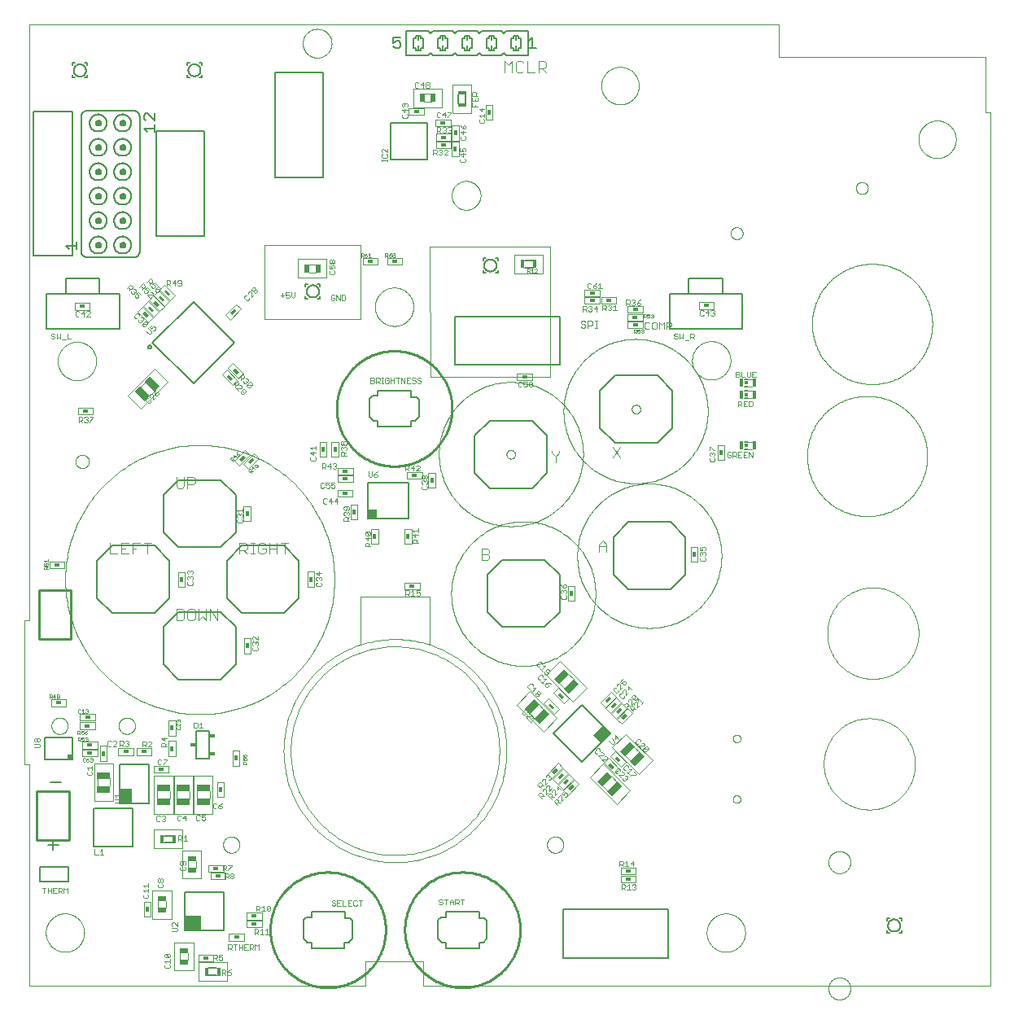
<source format=gto>
G75*
%MOIN*%
%OFA0B0*%
%FSLAX25Y25*%
%IPPOS*%
%LPD*%
%AMOC8*
5,1,8,0,0,1.08239X$1,22.5*
%
%ADD10C,0.00000*%
%ADD11C,0.00394*%
%ADD12C,0.01000*%
%ADD13C,0.00600*%
%ADD14C,0.00200*%
%ADD15C,0.00039*%
%ADD16C,0.00300*%
%ADD17C,0.00400*%
%ADD18C,0.00500*%
%ADD19R,0.04823X0.05906*%
%ADD20C,0.00197*%
%ADD21R,0.01220X0.02323*%
%ADD22R,0.05709X0.02953*%
%ADD23R,0.02323X0.01220*%
%ADD24R,0.01600X0.03400*%
%ADD25R,0.06929X0.06378*%
%ADD26R,0.03740X0.01969*%
%ADD27R,0.02300X0.01800*%
%ADD28C,0.00800*%
%ADD29R,0.01969X0.03740*%
%ADD30R,0.03400X0.01600*%
%ADD31R,0.02953X0.05709*%
%ADD32R,0.05512X0.04409*%
%ADD33R,0.01575X0.03543*%
%ADD34R,0.01181X0.00591*%
%ADD35R,0.01181X0.01181*%
%ADD36C,0.00100*%
%ADD37R,0.03583X0.03819*%
%ADD38R,0.01000X0.02000*%
%ADD39C,0.01600*%
%ADD40R,0.02165X0.02087*%
D10*
X0011407Y0006748D02*
X0011407Y0097299D01*
X0009439Y0097299D01*
X0009439Y0156354D01*
X0011407Y0156354D01*
X0011407Y0400449D01*
X0318494Y0400449D01*
X0318494Y0387063D01*
X0403140Y0387063D01*
X0403140Y0364425D01*
X0405108Y0364425D01*
X0405108Y0006748D01*
X0172825Y0006748D01*
X0172825Y0016787D01*
X0149203Y0016787D01*
X0149203Y0006748D01*
X0011407Y0006748D01*
X0018297Y0028402D02*
X0018299Y0028595D01*
X0018306Y0028788D01*
X0018318Y0028981D01*
X0018335Y0029174D01*
X0018356Y0029366D01*
X0018382Y0029557D01*
X0018413Y0029748D01*
X0018448Y0029938D01*
X0018488Y0030127D01*
X0018533Y0030315D01*
X0018582Y0030502D01*
X0018636Y0030688D01*
X0018694Y0030872D01*
X0018757Y0031055D01*
X0018825Y0031236D01*
X0018896Y0031415D01*
X0018973Y0031593D01*
X0019053Y0031769D01*
X0019138Y0031942D01*
X0019227Y0032114D01*
X0019320Y0032283D01*
X0019417Y0032450D01*
X0019519Y0032615D01*
X0019624Y0032777D01*
X0019733Y0032936D01*
X0019847Y0033093D01*
X0019964Y0033246D01*
X0020084Y0033397D01*
X0020209Y0033545D01*
X0020337Y0033690D01*
X0020468Y0033831D01*
X0020603Y0033970D01*
X0020742Y0034105D01*
X0020883Y0034236D01*
X0021028Y0034364D01*
X0021176Y0034489D01*
X0021327Y0034609D01*
X0021480Y0034726D01*
X0021637Y0034840D01*
X0021796Y0034949D01*
X0021958Y0035054D01*
X0022123Y0035156D01*
X0022290Y0035253D01*
X0022459Y0035346D01*
X0022631Y0035435D01*
X0022804Y0035520D01*
X0022980Y0035600D01*
X0023158Y0035677D01*
X0023337Y0035748D01*
X0023518Y0035816D01*
X0023701Y0035879D01*
X0023885Y0035937D01*
X0024071Y0035991D01*
X0024258Y0036040D01*
X0024446Y0036085D01*
X0024635Y0036125D01*
X0024825Y0036160D01*
X0025016Y0036191D01*
X0025207Y0036217D01*
X0025399Y0036238D01*
X0025592Y0036255D01*
X0025785Y0036267D01*
X0025978Y0036274D01*
X0026171Y0036276D01*
X0026364Y0036274D01*
X0026557Y0036267D01*
X0026750Y0036255D01*
X0026943Y0036238D01*
X0027135Y0036217D01*
X0027326Y0036191D01*
X0027517Y0036160D01*
X0027707Y0036125D01*
X0027896Y0036085D01*
X0028084Y0036040D01*
X0028271Y0035991D01*
X0028457Y0035937D01*
X0028641Y0035879D01*
X0028824Y0035816D01*
X0029005Y0035748D01*
X0029184Y0035677D01*
X0029362Y0035600D01*
X0029538Y0035520D01*
X0029711Y0035435D01*
X0029883Y0035346D01*
X0030052Y0035253D01*
X0030219Y0035156D01*
X0030384Y0035054D01*
X0030546Y0034949D01*
X0030705Y0034840D01*
X0030862Y0034726D01*
X0031015Y0034609D01*
X0031166Y0034489D01*
X0031314Y0034364D01*
X0031459Y0034236D01*
X0031600Y0034105D01*
X0031739Y0033970D01*
X0031874Y0033831D01*
X0032005Y0033690D01*
X0032133Y0033545D01*
X0032258Y0033397D01*
X0032378Y0033246D01*
X0032495Y0033093D01*
X0032609Y0032936D01*
X0032718Y0032777D01*
X0032823Y0032615D01*
X0032925Y0032450D01*
X0033022Y0032283D01*
X0033115Y0032114D01*
X0033204Y0031942D01*
X0033289Y0031769D01*
X0033369Y0031593D01*
X0033446Y0031415D01*
X0033517Y0031236D01*
X0033585Y0031055D01*
X0033648Y0030872D01*
X0033706Y0030688D01*
X0033760Y0030502D01*
X0033809Y0030315D01*
X0033854Y0030127D01*
X0033894Y0029938D01*
X0033929Y0029748D01*
X0033960Y0029557D01*
X0033986Y0029366D01*
X0034007Y0029174D01*
X0034024Y0028981D01*
X0034036Y0028788D01*
X0034043Y0028595D01*
X0034045Y0028402D01*
X0034043Y0028209D01*
X0034036Y0028016D01*
X0034024Y0027823D01*
X0034007Y0027630D01*
X0033986Y0027438D01*
X0033960Y0027247D01*
X0033929Y0027056D01*
X0033894Y0026866D01*
X0033854Y0026677D01*
X0033809Y0026489D01*
X0033760Y0026302D01*
X0033706Y0026116D01*
X0033648Y0025932D01*
X0033585Y0025749D01*
X0033517Y0025568D01*
X0033446Y0025389D01*
X0033369Y0025211D01*
X0033289Y0025035D01*
X0033204Y0024862D01*
X0033115Y0024690D01*
X0033022Y0024521D01*
X0032925Y0024354D01*
X0032823Y0024189D01*
X0032718Y0024027D01*
X0032609Y0023868D01*
X0032495Y0023711D01*
X0032378Y0023558D01*
X0032258Y0023407D01*
X0032133Y0023259D01*
X0032005Y0023114D01*
X0031874Y0022973D01*
X0031739Y0022834D01*
X0031600Y0022699D01*
X0031459Y0022568D01*
X0031314Y0022440D01*
X0031166Y0022315D01*
X0031015Y0022195D01*
X0030862Y0022078D01*
X0030705Y0021964D01*
X0030546Y0021855D01*
X0030384Y0021750D01*
X0030219Y0021648D01*
X0030052Y0021551D01*
X0029883Y0021458D01*
X0029711Y0021369D01*
X0029538Y0021284D01*
X0029362Y0021204D01*
X0029184Y0021127D01*
X0029005Y0021056D01*
X0028824Y0020988D01*
X0028641Y0020925D01*
X0028457Y0020867D01*
X0028271Y0020813D01*
X0028084Y0020764D01*
X0027896Y0020719D01*
X0027707Y0020679D01*
X0027517Y0020644D01*
X0027326Y0020613D01*
X0027135Y0020587D01*
X0026943Y0020566D01*
X0026750Y0020549D01*
X0026557Y0020537D01*
X0026364Y0020530D01*
X0026171Y0020528D01*
X0025978Y0020530D01*
X0025785Y0020537D01*
X0025592Y0020549D01*
X0025399Y0020566D01*
X0025207Y0020587D01*
X0025016Y0020613D01*
X0024825Y0020644D01*
X0024635Y0020679D01*
X0024446Y0020719D01*
X0024258Y0020764D01*
X0024071Y0020813D01*
X0023885Y0020867D01*
X0023701Y0020925D01*
X0023518Y0020988D01*
X0023337Y0021056D01*
X0023158Y0021127D01*
X0022980Y0021204D01*
X0022804Y0021284D01*
X0022631Y0021369D01*
X0022459Y0021458D01*
X0022290Y0021551D01*
X0022123Y0021648D01*
X0021958Y0021750D01*
X0021796Y0021855D01*
X0021637Y0021964D01*
X0021480Y0022078D01*
X0021327Y0022195D01*
X0021176Y0022315D01*
X0021028Y0022440D01*
X0020883Y0022568D01*
X0020742Y0022699D01*
X0020603Y0022834D01*
X0020468Y0022973D01*
X0020337Y0023114D01*
X0020209Y0023259D01*
X0020084Y0023407D01*
X0019964Y0023558D01*
X0019847Y0023711D01*
X0019733Y0023868D01*
X0019624Y0024027D01*
X0019519Y0024189D01*
X0019417Y0024354D01*
X0019320Y0024521D01*
X0019227Y0024690D01*
X0019138Y0024862D01*
X0019053Y0025035D01*
X0018973Y0025211D01*
X0018896Y0025389D01*
X0018825Y0025568D01*
X0018757Y0025749D01*
X0018694Y0025932D01*
X0018636Y0026116D01*
X0018582Y0026302D01*
X0018533Y0026489D01*
X0018488Y0026677D01*
X0018448Y0026866D01*
X0018413Y0027056D01*
X0018382Y0027247D01*
X0018356Y0027438D01*
X0018335Y0027630D01*
X0018318Y0027823D01*
X0018306Y0028016D01*
X0018299Y0028209D01*
X0018297Y0028402D01*
X0090935Y0064425D02*
X0090937Y0064540D01*
X0090943Y0064656D01*
X0090953Y0064771D01*
X0090967Y0064886D01*
X0090985Y0065000D01*
X0091007Y0065113D01*
X0091032Y0065226D01*
X0091062Y0065337D01*
X0091095Y0065448D01*
X0091132Y0065557D01*
X0091173Y0065665D01*
X0091218Y0065772D01*
X0091266Y0065877D01*
X0091318Y0065980D01*
X0091374Y0066081D01*
X0091433Y0066181D01*
X0091495Y0066278D01*
X0091561Y0066373D01*
X0091629Y0066466D01*
X0091701Y0066556D01*
X0091776Y0066644D01*
X0091855Y0066729D01*
X0091936Y0066811D01*
X0092019Y0066891D01*
X0092106Y0066967D01*
X0092195Y0067041D01*
X0092286Y0067111D01*
X0092380Y0067179D01*
X0092476Y0067243D01*
X0092575Y0067303D01*
X0092675Y0067360D01*
X0092777Y0067414D01*
X0092881Y0067464D01*
X0092987Y0067511D01*
X0093094Y0067554D01*
X0093203Y0067593D01*
X0093313Y0067628D01*
X0093424Y0067659D01*
X0093536Y0067687D01*
X0093649Y0067711D01*
X0093763Y0067731D01*
X0093878Y0067747D01*
X0093993Y0067759D01*
X0094108Y0067767D01*
X0094223Y0067771D01*
X0094339Y0067771D01*
X0094454Y0067767D01*
X0094569Y0067759D01*
X0094684Y0067747D01*
X0094799Y0067731D01*
X0094913Y0067711D01*
X0095026Y0067687D01*
X0095138Y0067659D01*
X0095249Y0067628D01*
X0095359Y0067593D01*
X0095468Y0067554D01*
X0095575Y0067511D01*
X0095681Y0067464D01*
X0095785Y0067414D01*
X0095887Y0067360D01*
X0095987Y0067303D01*
X0096086Y0067243D01*
X0096182Y0067179D01*
X0096276Y0067111D01*
X0096367Y0067041D01*
X0096456Y0066967D01*
X0096543Y0066891D01*
X0096626Y0066811D01*
X0096707Y0066729D01*
X0096786Y0066644D01*
X0096861Y0066556D01*
X0096933Y0066466D01*
X0097001Y0066373D01*
X0097067Y0066278D01*
X0097129Y0066181D01*
X0097188Y0066081D01*
X0097244Y0065980D01*
X0097296Y0065877D01*
X0097344Y0065772D01*
X0097389Y0065665D01*
X0097430Y0065557D01*
X0097467Y0065448D01*
X0097500Y0065337D01*
X0097530Y0065226D01*
X0097555Y0065113D01*
X0097577Y0065000D01*
X0097595Y0064886D01*
X0097609Y0064771D01*
X0097619Y0064656D01*
X0097625Y0064540D01*
X0097627Y0064425D01*
X0097625Y0064310D01*
X0097619Y0064194D01*
X0097609Y0064079D01*
X0097595Y0063964D01*
X0097577Y0063850D01*
X0097555Y0063737D01*
X0097530Y0063624D01*
X0097500Y0063513D01*
X0097467Y0063402D01*
X0097430Y0063293D01*
X0097389Y0063185D01*
X0097344Y0063078D01*
X0097296Y0062973D01*
X0097244Y0062870D01*
X0097188Y0062769D01*
X0097129Y0062669D01*
X0097067Y0062572D01*
X0097001Y0062477D01*
X0096933Y0062384D01*
X0096861Y0062294D01*
X0096786Y0062206D01*
X0096707Y0062121D01*
X0096626Y0062039D01*
X0096543Y0061959D01*
X0096456Y0061883D01*
X0096367Y0061809D01*
X0096276Y0061739D01*
X0096182Y0061671D01*
X0096086Y0061607D01*
X0095987Y0061547D01*
X0095887Y0061490D01*
X0095785Y0061436D01*
X0095681Y0061386D01*
X0095575Y0061339D01*
X0095468Y0061296D01*
X0095359Y0061257D01*
X0095249Y0061222D01*
X0095138Y0061191D01*
X0095026Y0061163D01*
X0094913Y0061139D01*
X0094799Y0061119D01*
X0094684Y0061103D01*
X0094569Y0061091D01*
X0094454Y0061083D01*
X0094339Y0061079D01*
X0094223Y0061079D01*
X0094108Y0061083D01*
X0093993Y0061091D01*
X0093878Y0061103D01*
X0093763Y0061119D01*
X0093649Y0061139D01*
X0093536Y0061163D01*
X0093424Y0061191D01*
X0093313Y0061222D01*
X0093203Y0061257D01*
X0093094Y0061296D01*
X0092987Y0061339D01*
X0092881Y0061386D01*
X0092777Y0061436D01*
X0092675Y0061490D01*
X0092575Y0061547D01*
X0092476Y0061607D01*
X0092380Y0061671D01*
X0092286Y0061739D01*
X0092195Y0061809D01*
X0092106Y0061883D01*
X0092019Y0061959D01*
X0091936Y0062039D01*
X0091855Y0062121D01*
X0091776Y0062206D01*
X0091701Y0062294D01*
X0091629Y0062384D01*
X0091561Y0062477D01*
X0091495Y0062572D01*
X0091433Y0062669D01*
X0091374Y0062769D01*
X0091318Y0062870D01*
X0091266Y0062973D01*
X0091218Y0063078D01*
X0091173Y0063185D01*
X0091132Y0063293D01*
X0091095Y0063402D01*
X0091062Y0063513D01*
X0091032Y0063624D01*
X0091007Y0063737D01*
X0090985Y0063850D01*
X0090967Y0063964D01*
X0090953Y0064079D01*
X0090943Y0064194D01*
X0090937Y0064310D01*
X0090935Y0064425D01*
X0048180Y0113126D02*
X0048182Y0113241D01*
X0048188Y0113357D01*
X0048198Y0113472D01*
X0048212Y0113587D01*
X0048230Y0113701D01*
X0048252Y0113814D01*
X0048277Y0113927D01*
X0048307Y0114038D01*
X0048340Y0114149D01*
X0048377Y0114258D01*
X0048418Y0114366D01*
X0048463Y0114473D01*
X0048511Y0114578D01*
X0048563Y0114681D01*
X0048619Y0114782D01*
X0048678Y0114882D01*
X0048740Y0114979D01*
X0048806Y0115074D01*
X0048874Y0115167D01*
X0048946Y0115257D01*
X0049021Y0115345D01*
X0049100Y0115430D01*
X0049181Y0115512D01*
X0049264Y0115592D01*
X0049351Y0115668D01*
X0049440Y0115742D01*
X0049531Y0115812D01*
X0049625Y0115880D01*
X0049721Y0115944D01*
X0049820Y0116004D01*
X0049920Y0116061D01*
X0050022Y0116115D01*
X0050126Y0116165D01*
X0050232Y0116212D01*
X0050339Y0116255D01*
X0050448Y0116294D01*
X0050558Y0116329D01*
X0050669Y0116360D01*
X0050781Y0116388D01*
X0050894Y0116412D01*
X0051008Y0116432D01*
X0051123Y0116448D01*
X0051238Y0116460D01*
X0051353Y0116468D01*
X0051468Y0116472D01*
X0051584Y0116472D01*
X0051699Y0116468D01*
X0051814Y0116460D01*
X0051929Y0116448D01*
X0052044Y0116432D01*
X0052158Y0116412D01*
X0052271Y0116388D01*
X0052383Y0116360D01*
X0052494Y0116329D01*
X0052604Y0116294D01*
X0052713Y0116255D01*
X0052820Y0116212D01*
X0052926Y0116165D01*
X0053030Y0116115D01*
X0053132Y0116061D01*
X0053232Y0116004D01*
X0053331Y0115944D01*
X0053427Y0115880D01*
X0053521Y0115812D01*
X0053612Y0115742D01*
X0053701Y0115668D01*
X0053788Y0115592D01*
X0053871Y0115512D01*
X0053952Y0115430D01*
X0054031Y0115345D01*
X0054106Y0115257D01*
X0054178Y0115167D01*
X0054246Y0115074D01*
X0054312Y0114979D01*
X0054374Y0114882D01*
X0054433Y0114782D01*
X0054489Y0114681D01*
X0054541Y0114578D01*
X0054589Y0114473D01*
X0054634Y0114366D01*
X0054675Y0114258D01*
X0054712Y0114149D01*
X0054745Y0114038D01*
X0054775Y0113927D01*
X0054800Y0113814D01*
X0054822Y0113701D01*
X0054840Y0113587D01*
X0054854Y0113472D01*
X0054864Y0113357D01*
X0054870Y0113241D01*
X0054872Y0113126D01*
X0054870Y0113011D01*
X0054864Y0112895D01*
X0054854Y0112780D01*
X0054840Y0112665D01*
X0054822Y0112551D01*
X0054800Y0112438D01*
X0054775Y0112325D01*
X0054745Y0112214D01*
X0054712Y0112103D01*
X0054675Y0111994D01*
X0054634Y0111886D01*
X0054589Y0111779D01*
X0054541Y0111674D01*
X0054489Y0111571D01*
X0054433Y0111470D01*
X0054374Y0111370D01*
X0054312Y0111273D01*
X0054246Y0111178D01*
X0054178Y0111085D01*
X0054106Y0110995D01*
X0054031Y0110907D01*
X0053952Y0110822D01*
X0053871Y0110740D01*
X0053788Y0110660D01*
X0053701Y0110584D01*
X0053612Y0110510D01*
X0053521Y0110440D01*
X0053427Y0110372D01*
X0053331Y0110308D01*
X0053232Y0110248D01*
X0053132Y0110191D01*
X0053030Y0110137D01*
X0052926Y0110087D01*
X0052820Y0110040D01*
X0052713Y0109997D01*
X0052604Y0109958D01*
X0052494Y0109923D01*
X0052383Y0109892D01*
X0052271Y0109864D01*
X0052158Y0109840D01*
X0052044Y0109820D01*
X0051929Y0109804D01*
X0051814Y0109792D01*
X0051699Y0109784D01*
X0051584Y0109780D01*
X0051468Y0109780D01*
X0051353Y0109784D01*
X0051238Y0109792D01*
X0051123Y0109804D01*
X0051008Y0109820D01*
X0050894Y0109840D01*
X0050781Y0109864D01*
X0050669Y0109892D01*
X0050558Y0109923D01*
X0050448Y0109958D01*
X0050339Y0109997D01*
X0050232Y0110040D01*
X0050126Y0110087D01*
X0050022Y0110137D01*
X0049920Y0110191D01*
X0049820Y0110248D01*
X0049721Y0110308D01*
X0049625Y0110372D01*
X0049531Y0110440D01*
X0049440Y0110510D01*
X0049351Y0110584D01*
X0049264Y0110660D01*
X0049181Y0110740D01*
X0049100Y0110822D01*
X0049021Y0110907D01*
X0048946Y0110995D01*
X0048874Y0111085D01*
X0048806Y0111178D01*
X0048740Y0111273D01*
X0048678Y0111370D01*
X0048619Y0111470D01*
X0048563Y0111571D01*
X0048511Y0111674D01*
X0048463Y0111779D01*
X0048418Y0111886D01*
X0048377Y0111994D01*
X0048340Y0112103D01*
X0048307Y0112214D01*
X0048277Y0112325D01*
X0048252Y0112438D01*
X0048230Y0112551D01*
X0048212Y0112665D01*
X0048198Y0112780D01*
X0048188Y0112895D01*
X0048182Y0113011D01*
X0048180Y0113126D01*
X0020621Y0113126D02*
X0020623Y0113241D01*
X0020629Y0113357D01*
X0020639Y0113472D01*
X0020653Y0113587D01*
X0020671Y0113701D01*
X0020693Y0113814D01*
X0020718Y0113927D01*
X0020748Y0114038D01*
X0020781Y0114149D01*
X0020818Y0114258D01*
X0020859Y0114366D01*
X0020904Y0114473D01*
X0020952Y0114578D01*
X0021004Y0114681D01*
X0021060Y0114782D01*
X0021119Y0114882D01*
X0021181Y0114979D01*
X0021247Y0115074D01*
X0021315Y0115167D01*
X0021387Y0115257D01*
X0021462Y0115345D01*
X0021541Y0115430D01*
X0021622Y0115512D01*
X0021705Y0115592D01*
X0021792Y0115668D01*
X0021881Y0115742D01*
X0021972Y0115812D01*
X0022066Y0115880D01*
X0022162Y0115944D01*
X0022261Y0116004D01*
X0022361Y0116061D01*
X0022463Y0116115D01*
X0022567Y0116165D01*
X0022673Y0116212D01*
X0022780Y0116255D01*
X0022889Y0116294D01*
X0022999Y0116329D01*
X0023110Y0116360D01*
X0023222Y0116388D01*
X0023335Y0116412D01*
X0023449Y0116432D01*
X0023564Y0116448D01*
X0023679Y0116460D01*
X0023794Y0116468D01*
X0023909Y0116472D01*
X0024025Y0116472D01*
X0024140Y0116468D01*
X0024255Y0116460D01*
X0024370Y0116448D01*
X0024485Y0116432D01*
X0024599Y0116412D01*
X0024712Y0116388D01*
X0024824Y0116360D01*
X0024935Y0116329D01*
X0025045Y0116294D01*
X0025154Y0116255D01*
X0025261Y0116212D01*
X0025367Y0116165D01*
X0025471Y0116115D01*
X0025573Y0116061D01*
X0025673Y0116004D01*
X0025772Y0115944D01*
X0025868Y0115880D01*
X0025962Y0115812D01*
X0026053Y0115742D01*
X0026142Y0115668D01*
X0026229Y0115592D01*
X0026312Y0115512D01*
X0026393Y0115430D01*
X0026472Y0115345D01*
X0026547Y0115257D01*
X0026619Y0115167D01*
X0026687Y0115074D01*
X0026753Y0114979D01*
X0026815Y0114882D01*
X0026874Y0114782D01*
X0026930Y0114681D01*
X0026982Y0114578D01*
X0027030Y0114473D01*
X0027075Y0114366D01*
X0027116Y0114258D01*
X0027153Y0114149D01*
X0027186Y0114038D01*
X0027216Y0113927D01*
X0027241Y0113814D01*
X0027263Y0113701D01*
X0027281Y0113587D01*
X0027295Y0113472D01*
X0027305Y0113357D01*
X0027311Y0113241D01*
X0027313Y0113126D01*
X0027311Y0113011D01*
X0027305Y0112895D01*
X0027295Y0112780D01*
X0027281Y0112665D01*
X0027263Y0112551D01*
X0027241Y0112438D01*
X0027216Y0112325D01*
X0027186Y0112214D01*
X0027153Y0112103D01*
X0027116Y0111994D01*
X0027075Y0111886D01*
X0027030Y0111779D01*
X0026982Y0111674D01*
X0026930Y0111571D01*
X0026874Y0111470D01*
X0026815Y0111370D01*
X0026753Y0111273D01*
X0026687Y0111178D01*
X0026619Y0111085D01*
X0026547Y0110995D01*
X0026472Y0110907D01*
X0026393Y0110822D01*
X0026312Y0110740D01*
X0026229Y0110660D01*
X0026142Y0110584D01*
X0026053Y0110510D01*
X0025962Y0110440D01*
X0025868Y0110372D01*
X0025772Y0110308D01*
X0025673Y0110248D01*
X0025573Y0110191D01*
X0025471Y0110137D01*
X0025367Y0110087D01*
X0025261Y0110040D01*
X0025154Y0109997D01*
X0025045Y0109958D01*
X0024935Y0109923D01*
X0024824Y0109892D01*
X0024712Y0109864D01*
X0024599Y0109840D01*
X0024485Y0109820D01*
X0024370Y0109804D01*
X0024255Y0109792D01*
X0024140Y0109784D01*
X0024025Y0109780D01*
X0023909Y0109780D01*
X0023794Y0109784D01*
X0023679Y0109792D01*
X0023564Y0109804D01*
X0023449Y0109820D01*
X0023335Y0109840D01*
X0023222Y0109864D01*
X0023110Y0109892D01*
X0022999Y0109923D01*
X0022889Y0109958D01*
X0022780Y0109997D01*
X0022673Y0110040D01*
X0022567Y0110087D01*
X0022463Y0110137D01*
X0022361Y0110191D01*
X0022261Y0110248D01*
X0022162Y0110308D01*
X0022066Y0110372D01*
X0021972Y0110440D01*
X0021881Y0110510D01*
X0021792Y0110584D01*
X0021705Y0110660D01*
X0021622Y0110740D01*
X0021541Y0110822D01*
X0021462Y0110907D01*
X0021387Y0110995D01*
X0021315Y0111085D01*
X0021247Y0111178D01*
X0021181Y0111273D01*
X0021119Y0111370D01*
X0021060Y0111470D01*
X0021004Y0111571D01*
X0020952Y0111674D01*
X0020904Y0111779D01*
X0020859Y0111886D01*
X0020818Y0111994D01*
X0020781Y0112103D01*
X0020748Y0112214D01*
X0020718Y0112325D01*
X0020693Y0112438D01*
X0020671Y0112551D01*
X0020653Y0112665D01*
X0020639Y0112780D01*
X0020629Y0112895D01*
X0020623Y0113011D01*
X0020621Y0113126D01*
X0030463Y0221354D02*
X0030465Y0221459D01*
X0030471Y0221564D01*
X0030481Y0221668D01*
X0030495Y0221772D01*
X0030513Y0221876D01*
X0030535Y0221978D01*
X0030560Y0222080D01*
X0030590Y0222181D01*
X0030623Y0222280D01*
X0030660Y0222378D01*
X0030701Y0222475D01*
X0030746Y0222570D01*
X0030794Y0222663D01*
X0030845Y0222755D01*
X0030901Y0222844D01*
X0030959Y0222931D01*
X0031021Y0223016D01*
X0031085Y0223099D01*
X0031153Y0223179D01*
X0031224Y0223256D01*
X0031298Y0223330D01*
X0031375Y0223402D01*
X0031454Y0223471D01*
X0031536Y0223536D01*
X0031620Y0223599D01*
X0031707Y0223658D01*
X0031796Y0223714D01*
X0031887Y0223767D01*
X0031980Y0223816D01*
X0032074Y0223861D01*
X0032170Y0223903D01*
X0032268Y0223941D01*
X0032367Y0223975D01*
X0032468Y0224006D01*
X0032569Y0224032D01*
X0032672Y0224055D01*
X0032775Y0224074D01*
X0032879Y0224089D01*
X0032983Y0224100D01*
X0033088Y0224107D01*
X0033193Y0224110D01*
X0033298Y0224109D01*
X0033403Y0224104D01*
X0033507Y0224095D01*
X0033611Y0224082D01*
X0033715Y0224065D01*
X0033818Y0224044D01*
X0033920Y0224019D01*
X0034021Y0223991D01*
X0034120Y0223958D01*
X0034219Y0223922D01*
X0034316Y0223882D01*
X0034411Y0223839D01*
X0034505Y0223791D01*
X0034597Y0223741D01*
X0034687Y0223687D01*
X0034775Y0223629D01*
X0034860Y0223568D01*
X0034943Y0223504D01*
X0035024Y0223437D01*
X0035102Y0223367D01*
X0035177Y0223293D01*
X0035249Y0223218D01*
X0035319Y0223139D01*
X0035385Y0223058D01*
X0035449Y0222974D01*
X0035509Y0222888D01*
X0035565Y0222800D01*
X0035619Y0222709D01*
X0035669Y0222617D01*
X0035715Y0222523D01*
X0035758Y0222427D01*
X0035797Y0222329D01*
X0035832Y0222231D01*
X0035863Y0222130D01*
X0035891Y0222029D01*
X0035915Y0221927D01*
X0035935Y0221824D01*
X0035951Y0221720D01*
X0035963Y0221616D01*
X0035971Y0221511D01*
X0035975Y0221406D01*
X0035975Y0221302D01*
X0035971Y0221197D01*
X0035963Y0221092D01*
X0035951Y0220988D01*
X0035935Y0220884D01*
X0035915Y0220781D01*
X0035891Y0220679D01*
X0035863Y0220578D01*
X0035832Y0220477D01*
X0035797Y0220379D01*
X0035758Y0220281D01*
X0035715Y0220185D01*
X0035669Y0220091D01*
X0035619Y0219999D01*
X0035565Y0219908D01*
X0035509Y0219820D01*
X0035449Y0219734D01*
X0035385Y0219650D01*
X0035319Y0219569D01*
X0035249Y0219490D01*
X0035177Y0219415D01*
X0035102Y0219341D01*
X0035024Y0219271D01*
X0034943Y0219204D01*
X0034860Y0219140D01*
X0034775Y0219079D01*
X0034687Y0219021D01*
X0034597Y0218967D01*
X0034505Y0218917D01*
X0034411Y0218869D01*
X0034316Y0218826D01*
X0034219Y0218786D01*
X0034120Y0218750D01*
X0034021Y0218717D01*
X0033920Y0218689D01*
X0033818Y0218664D01*
X0033715Y0218643D01*
X0033611Y0218626D01*
X0033507Y0218613D01*
X0033403Y0218604D01*
X0033298Y0218599D01*
X0033193Y0218598D01*
X0033088Y0218601D01*
X0032983Y0218608D01*
X0032879Y0218619D01*
X0032775Y0218634D01*
X0032672Y0218653D01*
X0032569Y0218676D01*
X0032468Y0218702D01*
X0032367Y0218733D01*
X0032268Y0218767D01*
X0032170Y0218805D01*
X0032074Y0218847D01*
X0031980Y0218892D01*
X0031887Y0218941D01*
X0031796Y0218994D01*
X0031707Y0219050D01*
X0031620Y0219109D01*
X0031536Y0219172D01*
X0031454Y0219237D01*
X0031375Y0219306D01*
X0031298Y0219378D01*
X0031224Y0219452D01*
X0031153Y0219529D01*
X0031085Y0219609D01*
X0031021Y0219692D01*
X0030959Y0219777D01*
X0030901Y0219864D01*
X0030845Y0219953D01*
X0030794Y0220045D01*
X0030746Y0220138D01*
X0030701Y0220233D01*
X0030660Y0220330D01*
X0030623Y0220428D01*
X0030590Y0220527D01*
X0030560Y0220628D01*
X0030535Y0220730D01*
X0030513Y0220832D01*
X0030495Y0220936D01*
X0030481Y0221040D01*
X0030471Y0221144D01*
X0030465Y0221249D01*
X0030463Y0221354D01*
X0023219Y0262457D02*
X0023221Y0262650D01*
X0023228Y0262843D01*
X0023240Y0263036D01*
X0023257Y0263229D01*
X0023278Y0263421D01*
X0023304Y0263612D01*
X0023335Y0263803D01*
X0023370Y0263993D01*
X0023410Y0264182D01*
X0023455Y0264370D01*
X0023504Y0264557D01*
X0023558Y0264743D01*
X0023616Y0264927D01*
X0023679Y0265110D01*
X0023747Y0265291D01*
X0023818Y0265470D01*
X0023895Y0265648D01*
X0023975Y0265824D01*
X0024060Y0265997D01*
X0024149Y0266169D01*
X0024242Y0266338D01*
X0024339Y0266505D01*
X0024441Y0266670D01*
X0024546Y0266832D01*
X0024655Y0266991D01*
X0024769Y0267148D01*
X0024886Y0267301D01*
X0025006Y0267452D01*
X0025131Y0267600D01*
X0025259Y0267745D01*
X0025390Y0267886D01*
X0025525Y0268025D01*
X0025664Y0268160D01*
X0025805Y0268291D01*
X0025950Y0268419D01*
X0026098Y0268544D01*
X0026249Y0268664D01*
X0026402Y0268781D01*
X0026559Y0268895D01*
X0026718Y0269004D01*
X0026880Y0269109D01*
X0027045Y0269211D01*
X0027212Y0269308D01*
X0027381Y0269401D01*
X0027553Y0269490D01*
X0027726Y0269575D01*
X0027902Y0269655D01*
X0028080Y0269732D01*
X0028259Y0269803D01*
X0028440Y0269871D01*
X0028623Y0269934D01*
X0028807Y0269992D01*
X0028993Y0270046D01*
X0029180Y0270095D01*
X0029368Y0270140D01*
X0029557Y0270180D01*
X0029747Y0270215D01*
X0029938Y0270246D01*
X0030129Y0270272D01*
X0030321Y0270293D01*
X0030514Y0270310D01*
X0030707Y0270322D01*
X0030900Y0270329D01*
X0031093Y0270331D01*
X0031286Y0270329D01*
X0031479Y0270322D01*
X0031672Y0270310D01*
X0031865Y0270293D01*
X0032057Y0270272D01*
X0032248Y0270246D01*
X0032439Y0270215D01*
X0032629Y0270180D01*
X0032818Y0270140D01*
X0033006Y0270095D01*
X0033193Y0270046D01*
X0033379Y0269992D01*
X0033563Y0269934D01*
X0033746Y0269871D01*
X0033927Y0269803D01*
X0034106Y0269732D01*
X0034284Y0269655D01*
X0034460Y0269575D01*
X0034633Y0269490D01*
X0034805Y0269401D01*
X0034974Y0269308D01*
X0035141Y0269211D01*
X0035306Y0269109D01*
X0035468Y0269004D01*
X0035627Y0268895D01*
X0035784Y0268781D01*
X0035937Y0268664D01*
X0036088Y0268544D01*
X0036236Y0268419D01*
X0036381Y0268291D01*
X0036522Y0268160D01*
X0036661Y0268025D01*
X0036796Y0267886D01*
X0036927Y0267745D01*
X0037055Y0267600D01*
X0037180Y0267452D01*
X0037300Y0267301D01*
X0037417Y0267148D01*
X0037531Y0266991D01*
X0037640Y0266832D01*
X0037745Y0266670D01*
X0037847Y0266505D01*
X0037944Y0266338D01*
X0038037Y0266169D01*
X0038126Y0265997D01*
X0038211Y0265824D01*
X0038291Y0265648D01*
X0038368Y0265470D01*
X0038439Y0265291D01*
X0038507Y0265110D01*
X0038570Y0264927D01*
X0038628Y0264743D01*
X0038682Y0264557D01*
X0038731Y0264370D01*
X0038776Y0264182D01*
X0038816Y0263993D01*
X0038851Y0263803D01*
X0038882Y0263612D01*
X0038908Y0263421D01*
X0038929Y0263229D01*
X0038946Y0263036D01*
X0038958Y0262843D01*
X0038965Y0262650D01*
X0038967Y0262457D01*
X0038965Y0262264D01*
X0038958Y0262071D01*
X0038946Y0261878D01*
X0038929Y0261685D01*
X0038908Y0261493D01*
X0038882Y0261302D01*
X0038851Y0261111D01*
X0038816Y0260921D01*
X0038776Y0260732D01*
X0038731Y0260544D01*
X0038682Y0260357D01*
X0038628Y0260171D01*
X0038570Y0259987D01*
X0038507Y0259804D01*
X0038439Y0259623D01*
X0038368Y0259444D01*
X0038291Y0259266D01*
X0038211Y0259090D01*
X0038126Y0258917D01*
X0038037Y0258745D01*
X0037944Y0258576D01*
X0037847Y0258409D01*
X0037745Y0258244D01*
X0037640Y0258082D01*
X0037531Y0257923D01*
X0037417Y0257766D01*
X0037300Y0257613D01*
X0037180Y0257462D01*
X0037055Y0257314D01*
X0036927Y0257169D01*
X0036796Y0257028D01*
X0036661Y0256889D01*
X0036522Y0256754D01*
X0036381Y0256623D01*
X0036236Y0256495D01*
X0036088Y0256370D01*
X0035937Y0256250D01*
X0035784Y0256133D01*
X0035627Y0256019D01*
X0035468Y0255910D01*
X0035306Y0255805D01*
X0035141Y0255703D01*
X0034974Y0255606D01*
X0034805Y0255513D01*
X0034633Y0255424D01*
X0034460Y0255339D01*
X0034284Y0255259D01*
X0034106Y0255182D01*
X0033927Y0255111D01*
X0033746Y0255043D01*
X0033563Y0254980D01*
X0033379Y0254922D01*
X0033193Y0254868D01*
X0033006Y0254819D01*
X0032818Y0254774D01*
X0032629Y0254734D01*
X0032439Y0254699D01*
X0032248Y0254668D01*
X0032057Y0254642D01*
X0031865Y0254621D01*
X0031672Y0254604D01*
X0031479Y0254592D01*
X0031286Y0254585D01*
X0031093Y0254583D01*
X0030900Y0254585D01*
X0030707Y0254592D01*
X0030514Y0254604D01*
X0030321Y0254621D01*
X0030129Y0254642D01*
X0029938Y0254668D01*
X0029747Y0254699D01*
X0029557Y0254734D01*
X0029368Y0254774D01*
X0029180Y0254819D01*
X0028993Y0254868D01*
X0028807Y0254922D01*
X0028623Y0254980D01*
X0028440Y0255043D01*
X0028259Y0255111D01*
X0028080Y0255182D01*
X0027902Y0255259D01*
X0027726Y0255339D01*
X0027553Y0255424D01*
X0027381Y0255513D01*
X0027212Y0255606D01*
X0027045Y0255703D01*
X0026880Y0255805D01*
X0026718Y0255910D01*
X0026559Y0256019D01*
X0026402Y0256133D01*
X0026249Y0256250D01*
X0026098Y0256370D01*
X0025950Y0256495D01*
X0025805Y0256623D01*
X0025664Y0256754D01*
X0025525Y0256889D01*
X0025390Y0257028D01*
X0025259Y0257169D01*
X0025131Y0257314D01*
X0025006Y0257462D01*
X0024886Y0257613D01*
X0024769Y0257766D01*
X0024655Y0257923D01*
X0024546Y0258082D01*
X0024441Y0258244D01*
X0024339Y0258409D01*
X0024242Y0258576D01*
X0024149Y0258745D01*
X0024060Y0258917D01*
X0023975Y0259090D01*
X0023895Y0259266D01*
X0023818Y0259444D01*
X0023747Y0259623D01*
X0023679Y0259804D01*
X0023616Y0259987D01*
X0023558Y0260171D01*
X0023504Y0260357D01*
X0023455Y0260544D01*
X0023410Y0260732D01*
X0023370Y0260921D01*
X0023335Y0261111D01*
X0023304Y0261302D01*
X0023278Y0261493D01*
X0023257Y0261685D01*
X0023240Y0261878D01*
X0023228Y0262071D01*
X0023221Y0262264D01*
X0023219Y0262457D01*
X0107864Y0279622D02*
X0107864Y0309898D01*
X0147234Y0309898D01*
X0147234Y0279622D01*
X0107864Y0279622D01*
X0153140Y0284701D02*
X0153142Y0284894D01*
X0153149Y0285087D01*
X0153161Y0285280D01*
X0153178Y0285473D01*
X0153199Y0285665D01*
X0153225Y0285856D01*
X0153256Y0286047D01*
X0153291Y0286237D01*
X0153331Y0286426D01*
X0153376Y0286614D01*
X0153425Y0286801D01*
X0153479Y0286987D01*
X0153537Y0287171D01*
X0153600Y0287354D01*
X0153668Y0287535D01*
X0153739Y0287714D01*
X0153816Y0287892D01*
X0153896Y0288068D01*
X0153981Y0288241D01*
X0154070Y0288413D01*
X0154163Y0288582D01*
X0154260Y0288749D01*
X0154362Y0288914D01*
X0154467Y0289076D01*
X0154576Y0289235D01*
X0154690Y0289392D01*
X0154807Y0289545D01*
X0154927Y0289696D01*
X0155052Y0289844D01*
X0155180Y0289989D01*
X0155311Y0290130D01*
X0155446Y0290269D01*
X0155585Y0290404D01*
X0155726Y0290535D01*
X0155871Y0290663D01*
X0156019Y0290788D01*
X0156170Y0290908D01*
X0156323Y0291025D01*
X0156480Y0291139D01*
X0156639Y0291248D01*
X0156801Y0291353D01*
X0156966Y0291455D01*
X0157133Y0291552D01*
X0157302Y0291645D01*
X0157474Y0291734D01*
X0157647Y0291819D01*
X0157823Y0291899D01*
X0158001Y0291976D01*
X0158180Y0292047D01*
X0158361Y0292115D01*
X0158544Y0292178D01*
X0158728Y0292236D01*
X0158914Y0292290D01*
X0159101Y0292339D01*
X0159289Y0292384D01*
X0159478Y0292424D01*
X0159668Y0292459D01*
X0159859Y0292490D01*
X0160050Y0292516D01*
X0160242Y0292537D01*
X0160435Y0292554D01*
X0160628Y0292566D01*
X0160821Y0292573D01*
X0161014Y0292575D01*
X0161207Y0292573D01*
X0161400Y0292566D01*
X0161593Y0292554D01*
X0161786Y0292537D01*
X0161978Y0292516D01*
X0162169Y0292490D01*
X0162360Y0292459D01*
X0162550Y0292424D01*
X0162739Y0292384D01*
X0162927Y0292339D01*
X0163114Y0292290D01*
X0163300Y0292236D01*
X0163484Y0292178D01*
X0163667Y0292115D01*
X0163848Y0292047D01*
X0164027Y0291976D01*
X0164205Y0291899D01*
X0164381Y0291819D01*
X0164554Y0291734D01*
X0164726Y0291645D01*
X0164895Y0291552D01*
X0165062Y0291455D01*
X0165227Y0291353D01*
X0165389Y0291248D01*
X0165548Y0291139D01*
X0165705Y0291025D01*
X0165858Y0290908D01*
X0166009Y0290788D01*
X0166157Y0290663D01*
X0166302Y0290535D01*
X0166443Y0290404D01*
X0166582Y0290269D01*
X0166717Y0290130D01*
X0166848Y0289989D01*
X0166976Y0289844D01*
X0167101Y0289696D01*
X0167221Y0289545D01*
X0167338Y0289392D01*
X0167452Y0289235D01*
X0167561Y0289076D01*
X0167666Y0288914D01*
X0167768Y0288749D01*
X0167865Y0288582D01*
X0167958Y0288413D01*
X0168047Y0288241D01*
X0168132Y0288068D01*
X0168212Y0287892D01*
X0168289Y0287714D01*
X0168360Y0287535D01*
X0168428Y0287354D01*
X0168491Y0287171D01*
X0168549Y0286987D01*
X0168603Y0286801D01*
X0168652Y0286614D01*
X0168697Y0286426D01*
X0168737Y0286237D01*
X0168772Y0286047D01*
X0168803Y0285856D01*
X0168829Y0285665D01*
X0168850Y0285473D01*
X0168867Y0285280D01*
X0168879Y0285087D01*
X0168886Y0284894D01*
X0168888Y0284701D01*
X0168886Y0284508D01*
X0168879Y0284315D01*
X0168867Y0284122D01*
X0168850Y0283929D01*
X0168829Y0283737D01*
X0168803Y0283546D01*
X0168772Y0283355D01*
X0168737Y0283165D01*
X0168697Y0282976D01*
X0168652Y0282788D01*
X0168603Y0282601D01*
X0168549Y0282415D01*
X0168491Y0282231D01*
X0168428Y0282048D01*
X0168360Y0281867D01*
X0168289Y0281688D01*
X0168212Y0281510D01*
X0168132Y0281334D01*
X0168047Y0281161D01*
X0167958Y0280989D01*
X0167865Y0280820D01*
X0167768Y0280653D01*
X0167666Y0280488D01*
X0167561Y0280326D01*
X0167452Y0280167D01*
X0167338Y0280010D01*
X0167221Y0279857D01*
X0167101Y0279706D01*
X0166976Y0279558D01*
X0166848Y0279413D01*
X0166717Y0279272D01*
X0166582Y0279133D01*
X0166443Y0278998D01*
X0166302Y0278867D01*
X0166157Y0278739D01*
X0166009Y0278614D01*
X0165858Y0278494D01*
X0165705Y0278377D01*
X0165548Y0278263D01*
X0165389Y0278154D01*
X0165227Y0278049D01*
X0165062Y0277947D01*
X0164895Y0277850D01*
X0164726Y0277757D01*
X0164554Y0277668D01*
X0164381Y0277583D01*
X0164205Y0277503D01*
X0164027Y0277426D01*
X0163848Y0277355D01*
X0163667Y0277287D01*
X0163484Y0277224D01*
X0163300Y0277166D01*
X0163114Y0277112D01*
X0162927Y0277063D01*
X0162739Y0277018D01*
X0162550Y0276978D01*
X0162360Y0276943D01*
X0162169Y0276912D01*
X0161978Y0276886D01*
X0161786Y0276865D01*
X0161593Y0276848D01*
X0161400Y0276836D01*
X0161207Y0276829D01*
X0161014Y0276827D01*
X0160821Y0276829D01*
X0160628Y0276836D01*
X0160435Y0276848D01*
X0160242Y0276865D01*
X0160050Y0276886D01*
X0159859Y0276912D01*
X0159668Y0276943D01*
X0159478Y0276978D01*
X0159289Y0277018D01*
X0159101Y0277063D01*
X0158914Y0277112D01*
X0158728Y0277166D01*
X0158544Y0277224D01*
X0158361Y0277287D01*
X0158180Y0277355D01*
X0158001Y0277426D01*
X0157823Y0277503D01*
X0157647Y0277583D01*
X0157474Y0277668D01*
X0157302Y0277757D01*
X0157133Y0277850D01*
X0156966Y0277947D01*
X0156801Y0278049D01*
X0156639Y0278154D01*
X0156480Y0278263D01*
X0156323Y0278377D01*
X0156170Y0278494D01*
X0156019Y0278614D01*
X0155871Y0278739D01*
X0155726Y0278867D01*
X0155585Y0278998D01*
X0155446Y0279133D01*
X0155311Y0279272D01*
X0155180Y0279413D01*
X0155052Y0279558D01*
X0154927Y0279706D01*
X0154807Y0279857D01*
X0154690Y0280010D01*
X0154576Y0280167D01*
X0154467Y0280326D01*
X0154362Y0280488D01*
X0154260Y0280653D01*
X0154163Y0280820D01*
X0154070Y0280989D01*
X0153981Y0281161D01*
X0153896Y0281334D01*
X0153816Y0281510D01*
X0153739Y0281688D01*
X0153668Y0281867D01*
X0153600Y0282048D01*
X0153537Y0282231D01*
X0153479Y0282415D01*
X0153425Y0282601D01*
X0153376Y0282788D01*
X0153331Y0282976D01*
X0153291Y0283165D01*
X0153256Y0283355D01*
X0153225Y0283546D01*
X0153199Y0283737D01*
X0153178Y0283929D01*
X0153161Y0284122D01*
X0153149Y0284315D01*
X0153142Y0284508D01*
X0153140Y0284701D01*
X0175699Y0309465D02*
X0224911Y0309465D01*
X0224990Y0256157D01*
X0175778Y0256157D01*
X0175699Y0309465D01*
X0184596Y0330331D02*
X0184598Y0330484D01*
X0184604Y0330638D01*
X0184614Y0330791D01*
X0184628Y0330943D01*
X0184646Y0331096D01*
X0184668Y0331247D01*
X0184693Y0331398D01*
X0184723Y0331549D01*
X0184757Y0331699D01*
X0184794Y0331847D01*
X0184835Y0331995D01*
X0184880Y0332141D01*
X0184929Y0332287D01*
X0184982Y0332431D01*
X0185038Y0332573D01*
X0185098Y0332714D01*
X0185162Y0332854D01*
X0185229Y0332992D01*
X0185300Y0333128D01*
X0185375Y0333262D01*
X0185452Y0333394D01*
X0185534Y0333524D01*
X0185618Y0333652D01*
X0185706Y0333778D01*
X0185797Y0333901D01*
X0185891Y0334022D01*
X0185989Y0334140D01*
X0186089Y0334256D01*
X0186193Y0334369D01*
X0186299Y0334480D01*
X0186408Y0334588D01*
X0186520Y0334693D01*
X0186634Y0334794D01*
X0186752Y0334893D01*
X0186871Y0334989D01*
X0186993Y0335082D01*
X0187118Y0335171D01*
X0187245Y0335258D01*
X0187374Y0335340D01*
X0187505Y0335420D01*
X0187638Y0335496D01*
X0187773Y0335569D01*
X0187910Y0335638D01*
X0188049Y0335703D01*
X0188189Y0335765D01*
X0188331Y0335823D01*
X0188474Y0335878D01*
X0188619Y0335929D01*
X0188765Y0335976D01*
X0188912Y0336019D01*
X0189060Y0336058D01*
X0189209Y0336094D01*
X0189359Y0336125D01*
X0189510Y0336153D01*
X0189661Y0336177D01*
X0189814Y0336197D01*
X0189966Y0336213D01*
X0190119Y0336225D01*
X0190272Y0336233D01*
X0190425Y0336237D01*
X0190579Y0336237D01*
X0190732Y0336233D01*
X0190885Y0336225D01*
X0191038Y0336213D01*
X0191190Y0336197D01*
X0191343Y0336177D01*
X0191494Y0336153D01*
X0191645Y0336125D01*
X0191795Y0336094D01*
X0191944Y0336058D01*
X0192092Y0336019D01*
X0192239Y0335976D01*
X0192385Y0335929D01*
X0192530Y0335878D01*
X0192673Y0335823D01*
X0192815Y0335765D01*
X0192955Y0335703D01*
X0193094Y0335638D01*
X0193231Y0335569D01*
X0193366Y0335496D01*
X0193499Y0335420D01*
X0193630Y0335340D01*
X0193759Y0335258D01*
X0193886Y0335171D01*
X0194011Y0335082D01*
X0194133Y0334989D01*
X0194252Y0334893D01*
X0194370Y0334794D01*
X0194484Y0334693D01*
X0194596Y0334588D01*
X0194705Y0334480D01*
X0194811Y0334369D01*
X0194915Y0334256D01*
X0195015Y0334140D01*
X0195113Y0334022D01*
X0195207Y0333901D01*
X0195298Y0333778D01*
X0195386Y0333652D01*
X0195470Y0333524D01*
X0195552Y0333394D01*
X0195629Y0333262D01*
X0195704Y0333128D01*
X0195775Y0332992D01*
X0195842Y0332854D01*
X0195906Y0332714D01*
X0195966Y0332573D01*
X0196022Y0332431D01*
X0196075Y0332287D01*
X0196124Y0332141D01*
X0196169Y0331995D01*
X0196210Y0331847D01*
X0196247Y0331699D01*
X0196281Y0331549D01*
X0196311Y0331398D01*
X0196336Y0331247D01*
X0196358Y0331096D01*
X0196376Y0330943D01*
X0196390Y0330791D01*
X0196400Y0330638D01*
X0196406Y0330484D01*
X0196408Y0330331D01*
X0196406Y0330178D01*
X0196400Y0330024D01*
X0196390Y0329871D01*
X0196376Y0329719D01*
X0196358Y0329566D01*
X0196336Y0329415D01*
X0196311Y0329264D01*
X0196281Y0329113D01*
X0196247Y0328963D01*
X0196210Y0328815D01*
X0196169Y0328667D01*
X0196124Y0328521D01*
X0196075Y0328375D01*
X0196022Y0328231D01*
X0195966Y0328089D01*
X0195906Y0327948D01*
X0195842Y0327808D01*
X0195775Y0327670D01*
X0195704Y0327534D01*
X0195629Y0327400D01*
X0195552Y0327268D01*
X0195470Y0327138D01*
X0195386Y0327010D01*
X0195298Y0326884D01*
X0195207Y0326761D01*
X0195113Y0326640D01*
X0195015Y0326522D01*
X0194915Y0326406D01*
X0194811Y0326293D01*
X0194705Y0326182D01*
X0194596Y0326074D01*
X0194484Y0325969D01*
X0194370Y0325868D01*
X0194252Y0325769D01*
X0194133Y0325673D01*
X0194011Y0325580D01*
X0193886Y0325491D01*
X0193759Y0325404D01*
X0193630Y0325322D01*
X0193499Y0325242D01*
X0193366Y0325166D01*
X0193231Y0325093D01*
X0193094Y0325024D01*
X0192955Y0324959D01*
X0192815Y0324897D01*
X0192673Y0324839D01*
X0192530Y0324784D01*
X0192385Y0324733D01*
X0192239Y0324686D01*
X0192092Y0324643D01*
X0191944Y0324604D01*
X0191795Y0324568D01*
X0191645Y0324537D01*
X0191494Y0324509D01*
X0191343Y0324485D01*
X0191190Y0324465D01*
X0191038Y0324449D01*
X0190885Y0324437D01*
X0190732Y0324429D01*
X0190579Y0324425D01*
X0190425Y0324425D01*
X0190272Y0324429D01*
X0190119Y0324437D01*
X0189966Y0324449D01*
X0189814Y0324465D01*
X0189661Y0324485D01*
X0189510Y0324509D01*
X0189359Y0324537D01*
X0189209Y0324568D01*
X0189060Y0324604D01*
X0188912Y0324643D01*
X0188765Y0324686D01*
X0188619Y0324733D01*
X0188474Y0324784D01*
X0188331Y0324839D01*
X0188189Y0324897D01*
X0188049Y0324959D01*
X0187910Y0325024D01*
X0187773Y0325093D01*
X0187638Y0325166D01*
X0187505Y0325242D01*
X0187374Y0325322D01*
X0187245Y0325404D01*
X0187118Y0325491D01*
X0186993Y0325580D01*
X0186871Y0325673D01*
X0186752Y0325769D01*
X0186634Y0325868D01*
X0186520Y0325969D01*
X0186408Y0326074D01*
X0186299Y0326182D01*
X0186193Y0326293D01*
X0186089Y0326406D01*
X0185989Y0326522D01*
X0185891Y0326640D01*
X0185797Y0326761D01*
X0185706Y0326884D01*
X0185618Y0327010D01*
X0185534Y0327138D01*
X0185452Y0327268D01*
X0185375Y0327400D01*
X0185300Y0327534D01*
X0185229Y0327670D01*
X0185162Y0327808D01*
X0185098Y0327948D01*
X0185038Y0328089D01*
X0184982Y0328231D01*
X0184929Y0328375D01*
X0184880Y0328521D01*
X0184835Y0328667D01*
X0184794Y0328815D01*
X0184757Y0328963D01*
X0184723Y0329113D01*
X0184693Y0329264D01*
X0184668Y0329415D01*
X0184646Y0329566D01*
X0184628Y0329719D01*
X0184614Y0329871D01*
X0184604Y0330024D01*
X0184598Y0330178D01*
X0184596Y0330331D01*
X0123572Y0392614D02*
X0123574Y0392767D01*
X0123580Y0392921D01*
X0123590Y0393074D01*
X0123604Y0393226D01*
X0123622Y0393379D01*
X0123644Y0393530D01*
X0123669Y0393681D01*
X0123699Y0393832D01*
X0123733Y0393982D01*
X0123770Y0394130D01*
X0123811Y0394278D01*
X0123856Y0394424D01*
X0123905Y0394570D01*
X0123958Y0394714D01*
X0124014Y0394856D01*
X0124074Y0394997D01*
X0124138Y0395137D01*
X0124205Y0395275D01*
X0124276Y0395411D01*
X0124351Y0395545D01*
X0124428Y0395677D01*
X0124510Y0395807D01*
X0124594Y0395935D01*
X0124682Y0396061D01*
X0124773Y0396184D01*
X0124867Y0396305D01*
X0124965Y0396423D01*
X0125065Y0396539D01*
X0125169Y0396652D01*
X0125275Y0396763D01*
X0125384Y0396871D01*
X0125496Y0396976D01*
X0125610Y0397077D01*
X0125728Y0397176D01*
X0125847Y0397272D01*
X0125969Y0397365D01*
X0126094Y0397454D01*
X0126221Y0397541D01*
X0126350Y0397623D01*
X0126481Y0397703D01*
X0126614Y0397779D01*
X0126749Y0397852D01*
X0126886Y0397921D01*
X0127025Y0397986D01*
X0127165Y0398048D01*
X0127307Y0398106D01*
X0127450Y0398161D01*
X0127595Y0398212D01*
X0127741Y0398259D01*
X0127888Y0398302D01*
X0128036Y0398341D01*
X0128185Y0398377D01*
X0128335Y0398408D01*
X0128486Y0398436D01*
X0128637Y0398460D01*
X0128790Y0398480D01*
X0128942Y0398496D01*
X0129095Y0398508D01*
X0129248Y0398516D01*
X0129401Y0398520D01*
X0129555Y0398520D01*
X0129708Y0398516D01*
X0129861Y0398508D01*
X0130014Y0398496D01*
X0130166Y0398480D01*
X0130319Y0398460D01*
X0130470Y0398436D01*
X0130621Y0398408D01*
X0130771Y0398377D01*
X0130920Y0398341D01*
X0131068Y0398302D01*
X0131215Y0398259D01*
X0131361Y0398212D01*
X0131506Y0398161D01*
X0131649Y0398106D01*
X0131791Y0398048D01*
X0131931Y0397986D01*
X0132070Y0397921D01*
X0132207Y0397852D01*
X0132342Y0397779D01*
X0132475Y0397703D01*
X0132606Y0397623D01*
X0132735Y0397541D01*
X0132862Y0397454D01*
X0132987Y0397365D01*
X0133109Y0397272D01*
X0133228Y0397176D01*
X0133346Y0397077D01*
X0133460Y0396976D01*
X0133572Y0396871D01*
X0133681Y0396763D01*
X0133787Y0396652D01*
X0133891Y0396539D01*
X0133991Y0396423D01*
X0134089Y0396305D01*
X0134183Y0396184D01*
X0134274Y0396061D01*
X0134362Y0395935D01*
X0134446Y0395807D01*
X0134528Y0395677D01*
X0134605Y0395545D01*
X0134680Y0395411D01*
X0134751Y0395275D01*
X0134818Y0395137D01*
X0134882Y0394997D01*
X0134942Y0394856D01*
X0134998Y0394714D01*
X0135051Y0394570D01*
X0135100Y0394424D01*
X0135145Y0394278D01*
X0135186Y0394130D01*
X0135223Y0393982D01*
X0135257Y0393832D01*
X0135287Y0393681D01*
X0135312Y0393530D01*
X0135334Y0393379D01*
X0135352Y0393226D01*
X0135366Y0393074D01*
X0135376Y0392921D01*
X0135382Y0392767D01*
X0135384Y0392614D01*
X0135382Y0392461D01*
X0135376Y0392307D01*
X0135366Y0392154D01*
X0135352Y0392002D01*
X0135334Y0391849D01*
X0135312Y0391698D01*
X0135287Y0391547D01*
X0135257Y0391396D01*
X0135223Y0391246D01*
X0135186Y0391098D01*
X0135145Y0390950D01*
X0135100Y0390804D01*
X0135051Y0390658D01*
X0134998Y0390514D01*
X0134942Y0390372D01*
X0134882Y0390231D01*
X0134818Y0390091D01*
X0134751Y0389953D01*
X0134680Y0389817D01*
X0134605Y0389683D01*
X0134528Y0389551D01*
X0134446Y0389421D01*
X0134362Y0389293D01*
X0134274Y0389167D01*
X0134183Y0389044D01*
X0134089Y0388923D01*
X0133991Y0388805D01*
X0133891Y0388689D01*
X0133787Y0388576D01*
X0133681Y0388465D01*
X0133572Y0388357D01*
X0133460Y0388252D01*
X0133346Y0388151D01*
X0133228Y0388052D01*
X0133109Y0387956D01*
X0132987Y0387863D01*
X0132862Y0387774D01*
X0132735Y0387687D01*
X0132606Y0387605D01*
X0132475Y0387525D01*
X0132342Y0387449D01*
X0132207Y0387376D01*
X0132070Y0387307D01*
X0131931Y0387242D01*
X0131791Y0387180D01*
X0131649Y0387122D01*
X0131506Y0387067D01*
X0131361Y0387016D01*
X0131215Y0386969D01*
X0131068Y0386926D01*
X0130920Y0386887D01*
X0130771Y0386851D01*
X0130621Y0386820D01*
X0130470Y0386792D01*
X0130319Y0386768D01*
X0130166Y0386748D01*
X0130014Y0386732D01*
X0129861Y0386720D01*
X0129708Y0386712D01*
X0129555Y0386708D01*
X0129401Y0386708D01*
X0129248Y0386712D01*
X0129095Y0386720D01*
X0128942Y0386732D01*
X0128790Y0386748D01*
X0128637Y0386768D01*
X0128486Y0386792D01*
X0128335Y0386820D01*
X0128185Y0386851D01*
X0128036Y0386887D01*
X0127888Y0386926D01*
X0127741Y0386969D01*
X0127595Y0387016D01*
X0127450Y0387067D01*
X0127307Y0387122D01*
X0127165Y0387180D01*
X0127025Y0387242D01*
X0126886Y0387307D01*
X0126749Y0387376D01*
X0126614Y0387449D01*
X0126481Y0387525D01*
X0126350Y0387605D01*
X0126221Y0387687D01*
X0126094Y0387774D01*
X0125969Y0387863D01*
X0125847Y0387956D01*
X0125728Y0388052D01*
X0125610Y0388151D01*
X0125496Y0388252D01*
X0125384Y0388357D01*
X0125275Y0388465D01*
X0125169Y0388576D01*
X0125065Y0388689D01*
X0124965Y0388805D01*
X0124867Y0388923D01*
X0124773Y0389044D01*
X0124682Y0389167D01*
X0124594Y0389293D01*
X0124510Y0389421D01*
X0124428Y0389551D01*
X0124351Y0389683D01*
X0124276Y0389817D01*
X0124205Y0389953D01*
X0124138Y0390091D01*
X0124074Y0390231D01*
X0124014Y0390372D01*
X0123958Y0390514D01*
X0123905Y0390658D01*
X0123856Y0390804D01*
X0123811Y0390950D01*
X0123770Y0391098D01*
X0123733Y0391246D01*
X0123699Y0391396D01*
X0123669Y0391547D01*
X0123644Y0391698D01*
X0123622Y0391849D01*
X0123604Y0392002D01*
X0123590Y0392154D01*
X0123580Y0392307D01*
X0123574Y0392461D01*
X0123572Y0392614D01*
X0245856Y0375252D02*
X0245858Y0375440D01*
X0245865Y0375629D01*
X0245877Y0375817D01*
X0245893Y0376004D01*
X0245914Y0376192D01*
X0245939Y0376378D01*
X0245969Y0376564D01*
X0246004Y0376750D01*
X0246043Y0376934D01*
X0246086Y0377117D01*
X0246134Y0377300D01*
X0246187Y0377481D01*
X0246243Y0377660D01*
X0246305Y0377838D01*
X0246370Y0378015D01*
X0246440Y0378190D01*
X0246515Y0378363D01*
X0246593Y0378534D01*
X0246676Y0378704D01*
X0246762Y0378871D01*
X0246853Y0379036D01*
X0246948Y0379199D01*
X0247047Y0379359D01*
X0247150Y0379517D01*
X0247256Y0379672D01*
X0247367Y0379825D01*
X0247481Y0379975D01*
X0247599Y0380122D01*
X0247720Y0380266D01*
X0247845Y0380408D01*
X0247973Y0380546D01*
X0248105Y0380680D01*
X0248239Y0380812D01*
X0248377Y0380940D01*
X0248519Y0381065D01*
X0248663Y0381186D01*
X0248810Y0381304D01*
X0248960Y0381418D01*
X0249113Y0381529D01*
X0249268Y0381635D01*
X0249426Y0381738D01*
X0249586Y0381837D01*
X0249749Y0381932D01*
X0249914Y0382023D01*
X0250081Y0382109D01*
X0250251Y0382192D01*
X0250422Y0382270D01*
X0250595Y0382345D01*
X0250770Y0382415D01*
X0250947Y0382480D01*
X0251125Y0382542D01*
X0251304Y0382598D01*
X0251485Y0382651D01*
X0251668Y0382699D01*
X0251851Y0382742D01*
X0252035Y0382781D01*
X0252221Y0382816D01*
X0252407Y0382846D01*
X0252593Y0382871D01*
X0252781Y0382892D01*
X0252968Y0382908D01*
X0253156Y0382920D01*
X0253345Y0382927D01*
X0253533Y0382929D01*
X0253721Y0382927D01*
X0253910Y0382920D01*
X0254098Y0382908D01*
X0254285Y0382892D01*
X0254473Y0382871D01*
X0254659Y0382846D01*
X0254845Y0382816D01*
X0255031Y0382781D01*
X0255215Y0382742D01*
X0255398Y0382699D01*
X0255581Y0382651D01*
X0255762Y0382598D01*
X0255941Y0382542D01*
X0256119Y0382480D01*
X0256296Y0382415D01*
X0256471Y0382345D01*
X0256644Y0382270D01*
X0256815Y0382192D01*
X0256985Y0382109D01*
X0257152Y0382023D01*
X0257317Y0381932D01*
X0257480Y0381837D01*
X0257640Y0381738D01*
X0257798Y0381635D01*
X0257953Y0381529D01*
X0258106Y0381418D01*
X0258256Y0381304D01*
X0258403Y0381186D01*
X0258547Y0381065D01*
X0258689Y0380940D01*
X0258827Y0380812D01*
X0258961Y0380680D01*
X0259093Y0380546D01*
X0259221Y0380408D01*
X0259346Y0380266D01*
X0259467Y0380122D01*
X0259585Y0379975D01*
X0259699Y0379825D01*
X0259810Y0379672D01*
X0259916Y0379517D01*
X0260019Y0379359D01*
X0260118Y0379199D01*
X0260213Y0379036D01*
X0260304Y0378871D01*
X0260390Y0378704D01*
X0260473Y0378534D01*
X0260551Y0378363D01*
X0260626Y0378190D01*
X0260696Y0378015D01*
X0260761Y0377838D01*
X0260823Y0377660D01*
X0260879Y0377481D01*
X0260932Y0377300D01*
X0260980Y0377117D01*
X0261023Y0376934D01*
X0261062Y0376750D01*
X0261097Y0376564D01*
X0261127Y0376378D01*
X0261152Y0376192D01*
X0261173Y0376004D01*
X0261189Y0375817D01*
X0261201Y0375629D01*
X0261208Y0375440D01*
X0261210Y0375252D01*
X0261208Y0375064D01*
X0261201Y0374875D01*
X0261189Y0374687D01*
X0261173Y0374500D01*
X0261152Y0374312D01*
X0261127Y0374126D01*
X0261097Y0373940D01*
X0261062Y0373754D01*
X0261023Y0373570D01*
X0260980Y0373387D01*
X0260932Y0373204D01*
X0260879Y0373023D01*
X0260823Y0372844D01*
X0260761Y0372666D01*
X0260696Y0372489D01*
X0260626Y0372314D01*
X0260551Y0372141D01*
X0260473Y0371970D01*
X0260390Y0371800D01*
X0260304Y0371633D01*
X0260213Y0371468D01*
X0260118Y0371305D01*
X0260019Y0371145D01*
X0259916Y0370987D01*
X0259810Y0370832D01*
X0259699Y0370679D01*
X0259585Y0370529D01*
X0259467Y0370382D01*
X0259346Y0370238D01*
X0259221Y0370096D01*
X0259093Y0369958D01*
X0258961Y0369824D01*
X0258827Y0369692D01*
X0258689Y0369564D01*
X0258547Y0369439D01*
X0258403Y0369318D01*
X0258256Y0369200D01*
X0258106Y0369086D01*
X0257953Y0368975D01*
X0257798Y0368869D01*
X0257640Y0368766D01*
X0257480Y0368667D01*
X0257317Y0368572D01*
X0257152Y0368481D01*
X0256985Y0368395D01*
X0256815Y0368312D01*
X0256644Y0368234D01*
X0256471Y0368159D01*
X0256296Y0368089D01*
X0256119Y0368024D01*
X0255941Y0367962D01*
X0255762Y0367906D01*
X0255581Y0367853D01*
X0255398Y0367805D01*
X0255215Y0367762D01*
X0255031Y0367723D01*
X0254845Y0367688D01*
X0254659Y0367658D01*
X0254473Y0367633D01*
X0254285Y0367612D01*
X0254098Y0367596D01*
X0253910Y0367584D01*
X0253721Y0367577D01*
X0253533Y0367575D01*
X0253345Y0367577D01*
X0253156Y0367584D01*
X0252968Y0367596D01*
X0252781Y0367612D01*
X0252593Y0367633D01*
X0252407Y0367658D01*
X0252221Y0367688D01*
X0252035Y0367723D01*
X0251851Y0367762D01*
X0251668Y0367805D01*
X0251485Y0367853D01*
X0251304Y0367906D01*
X0251125Y0367962D01*
X0250947Y0368024D01*
X0250770Y0368089D01*
X0250595Y0368159D01*
X0250422Y0368234D01*
X0250251Y0368312D01*
X0250081Y0368395D01*
X0249914Y0368481D01*
X0249749Y0368572D01*
X0249586Y0368667D01*
X0249426Y0368766D01*
X0249268Y0368869D01*
X0249113Y0368975D01*
X0248960Y0369086D01*
X0248810Y0369200D01*
X0248663Y0369318D01*
X0248519Y0369439D01*
X0248377Y0369564D01*
X0248239Y0369692D01*
X0248105Y0369824D01*
X0247973Y0369958D01*
X0247845Y0370096D01*
X0247720Y0370238D01*
X0247599Y0370382D01*
X0247481Y0370529D01*
X0247367Y0370679D01*
X0247256Y0370832D01*
X0247150Y0370987D01*
X0247047Y0371145D01*
X0246948Y0371305D01*
X0246853Y0371468D01*
X0246762Y0371633D01*
X0246676Y0371800D01*
X0246593Y0371970D01*
X0246515Y0372141D01*
X0246440Y0372314D01*
X0246370Y0372489D01*
X0246305Y0372666D01*
X0246243Y0372844D01*
X0246187Y0373023D01*
X0246134Y0373204D01*
X0246086Y0373387D01*
X0246043Y0373570D01*
X0246004Y0373754D01*
X0245969Y0373940D01*
X0245939Y0374126D01*
X0245914Y0374312D01*
X0245893Y0374500D01*
X0245877Y0374687D01*
X0245865Y0374875D01*
X0245858Y0375064D01*
X0245856Y0375252D01*
X0298828Y0314819D02*
X0298830Y0314918D01*
X0298836Y0315017D01*
X0298846Y0315116D01*
X0298860Y0315214D01*
X0298878Y0315311D01*
X0298900Y0315408D01*
X0298925Y0315504D01*
X0298955Y0315598D01*
X0298988Y0315692D01*
X0299025Y0315784D01*
X0299066Y0315874D01*
X0299110Y0315963D01*
X0299158Y0316049D01*
X0299209Y0316134D01*
X0299264Y0316217D01*
X0299322Y0316297D01*
X0299383Y0316375D01*
X0299447Y0316451D01*
X0299514Y0316524D01*
X0299584Y0316594D01*
X0299657Y0316661D01*
X0299733Y0316725D01*
X0299811Y0316786D01*
X0299891Y0316844D01*
X0299974Y0316899D01*
X0300058Y0316950D01*
X0300145Y0316998D01*
X0300234Y0317042D01*
X0300324Y0317083D01*
X0300416Y0317120D01*
X0300510Y0317153D01*
X0300604Y0317183D01*
X0300700Y0317208D01*
X0300797Y0317230D01*
X0300894Y0317248D01*
X0300992Y0317262D01*
X0301091Y0317272D01*
X0301190Y0317278D01*
X0301289Y0317280D01*
X0301388Y0317278D01*
X0301487Y0317272D01*
X0301586Y0317262D01*
X0301684Y0317248D01*
X0301781Y0317230D01*
X0301878Y0317208D01*
X0301974Y0317183D01*
X0302068Y0317153D01*
X0302162Y0317120D01*
X0302254Y0317083D01*
X0302344Y0317042D01*
X0302433Y0316998D01*
X0302519Y0316950D01*
X0302604Y0316899D01*
X0302687Y0316844D01*
X0302767Y0316786D01*
X0302845Y0316725D01*
X0302921Y0316661D01*
X0302994Y0316594D01*
X0303064Y0316524D01*
X0303131Y0316451D01*
X0303195Y0316375D01*
X0303256Y0316297D01*
X0303314Y0316217D01*
X0303369Y0316134D01*
X0303420Y0316050D01*
X0303468Y0315963D01*
X0303512Y0315874D01*
X0303553Y0315784D01*
X0303590Y0315692D01*
X0303623Y0315598D01*
X0303653Y0315504D01*
X0303678Y0315408D01*
X0303700Y0315311D01*
X0303718Y0315214D01*
X0303732Y0315116D01*
X0303742Y0315017D01*
X0303748Y0314918D01*
X0303750Y0314819D01*
X0303748Y0314720D01*
X0303742Y0314621D01*
X0303732Y0314522D01*
X0303718Y0314424D01*
X0303700Y0314327D01*
X0303678Y0314230D01*
X0303653Y0314134D01*
X0303623Y0314040D01*
X0303590Y0313946D01*
X0303553Y0313854D01*
X0303512Y0313764D01*
X0303468Y0313675D01*
X0303420Y0313589D01*
X0303369Y0313504D01*
X0303314Y0313421D01*
X0303256Y0313341D01*
X0303195Y0313263D01*
X0303131Y0313187D01*
X0303064Y0313114D01*
X0302994Y0313044D01*
X0302921Y0312977D01*
X0302845Y0312913D01*
X0302767Y0312852D01*
X0302687Y0312794D01*
X0302604Y0312739D01*
X0302520Y0312688D01*
X0302433Y0312640D01*
X0302344Y0312596D01*
X0302254Y0312555D01*
X0302162Y0312518D01*
X0302068Y0312485D01*
X0301974Y0312455D01*
X0301878Y0312430D01*
X0301781Y0312408D01*
X0301684Y0312390D01*
X0301586Y0312376D01*
X0301487Y0312366D01*
X0301388Y0312360D01*
X0301289Y0312358D01*
X0301190Y0312360D01*
X0301091Y0312366D01*
X0300992Y0312376D01*
X0300894Y0312390D01*
X0300797Y0312408D01*
X0300700Y0312430D01*
X0300604Y0312455D01*
X0300510Y0312485D01*
X0300416Y0312518D01*
X0300324Y0312555D01*
X0300234Y0312596D01*
X0300145Y0312640D01*
X0300059Y0312688D01*
X0299974Y0312739D01*
X0299891Y0312794D01*
X0299811Y0312852D01*
X0299733Y0312913D01*
X0299657Y0312977D01*
X0299584Y0313044D01*
X0299514Y0313114D01*
X0299447Y0313187D01*
X0299383Y0313263D01*
X0299322Y0313341D01*
X0299264Y0313421D01*
X0299209Y0313504D01*
X0299158Y0313588D01*
X0299110Y0313675D01*
X0299066Y0313764D01*
X0299025Y0313854D01*
X0298988Y0313946D01*
X0298955Y0314040D01*
X0298925Y0314134D01*
X0298900Y0314230D01*
X0298878Y0314327D01*
X0298860Y0314424D01*
X0298846Y0314522D01*
X0298836Y0314621D01*
X0298830Y0314720D01*
X0298828Y0314819D01*
X0283022Y0262732D02*
X0283024Y0262925D01*
X0283031Y0263118D01*
X0283043Y0263311D01*
X0283060Y0263504D01*
X0283081Y0263696D01*
X0283107Y0263887D01*
X0283138Y0264078D01*
X0283173Y0264268D01*
X0283213Y0264457D01*
X0283258Y0264645D01*
X0283307Y0264832D01*
X0283361Y0265018D01*
X0283419Y0265202D01*
X0283482Y0265385D01*
X0283550Y0265566D01*
X0283621Y0265745D01*
X0283698Y0265923D01*
X0283778Y0266099D01*
X0283863Y0266272D01*
X0283952Y0266444D01*
X0284045Y0266613D01*
X0284142Y0266780D01*
X0284244Y0266945D01*
X0284349Y0267107D01*
X0284458Y0267266D01*
X0284572Y0267423D01*
X0284689Y0267576D01*
X0284809Y0267727D01*
X0284934Y0267875D01*
X0285062Y0268020D01*
X0285193Y0268161D01*
X0285328Y0268300D01*
X0285467Y0268435D01*
X0285608Y0268566D01*
X0285753Y0268694D01*
X0285901Y0268819D01*
X0286052Y0268939D01*
X0286205Y0269056D01*
X0286362Y0269170D01*
X0286521Y0269279D01*
X0286683Y0269384D01*
X0286848Y0269486D01*
X0287015Y0269583D01*
X0287184Y0269676D01*
X0287356Y0269765D01*
X0287529Y0269850D01*
X0287705Y0269930D01*
X0287883Y0270007D01*
X0288062Y0270078D01*
X0288243Y0270146D01*
X0288426Y0270209D01*
X0288610Y0270267D01*
X0288796Y0270321D01*
X0288983Y0270370D01*
X0289171Y0270415D01*
X0289360Y0270455D01*
X0289550Y0270490D01*
X0289741Y0270521D01*
X0289932Y0270547D01*
X0290124Y0270568D01*
X0290317Y0270585D01*
X0290510Y0270597D01*
X0290703Y0270604D01*
X0290896Y0270606D01*
X0291089Y0270604D01*
X0291282Y0270597D01*
X0291475Y0270585D01*
X0291668Y0270568D01*
X0291860Y0270547D01*
X0292051Y0270521D01*
X0292242Y0270490D01*
X0292432Y0270455D01*
X0292621Y0270415D01*
X0292809Y0270370D01*
X0292996Y0270321D01*
X0293182Y0270267D01*
X0293366Y0270209D01*
X0293549Y0270146D01*
X0293730Y0270078D01*
X0293909Y0270007D01*
X0294087Y0269930D01*
X0294263Y0269850D01*
X0294436Y0269765D01*
X0294608Y0269676D01*
X0294777Y0269583D01*
X0294944Y0269486D01*
X0295109Y0269384D01*
X0295271Y0269279D01*
X0295430Y0269170D01*
X0295587Y0269056D01*
X0295740Y0268939D01*
X0295891Y0268819D01*
X0296039Y0268694D01*
X0296184Y0268566D01*
X0296325Y0268435D01*
X0296464Y0268300D01*
X0296599Y0268161D01*
X0296730Y0268020D01*
X0296858Y0267875D01*
X0296983Y0267727D01*
X0297103Y0267576D01*
X0297220Y0267423D01*
X0297334Y0267266D01*
X0297443Y0267107D01*
X0297548Y0266945D01*
X0297650Y0266780D01*
X0297747Y0266613D01*
X0297840Y0266444D01*
X0297929Y0266272D01*
X0298014Y0266099D01*
X0298094Y0265923D01*
X0298171Y0265745D01*
X0298242Y0265566D01*
X0298310Y0265385D01*
X0298373Y0265202D01*
X0298431Y0265018D01*
X0298485Y0264832D01*
X0298534Y0264645D01*
X0298579Y0264457D01*
X0298619Y0264268D01*
X0298654Y0264078D01*
X0298685Y0263887D01*
X0298711Y0263696D01*
X0298732Y0263504D01*
X0298749Y0263311D01*
X0298761Y0263118D01*
X0298768Y0262925D01*
X0298770Y0262732D01*
X0298768Y0262539D01*
X0298761Y0262346D01*
X0298749Y0262153D01*
X0298732Y0261960D01*
X0298711Y0261768D01*
X0298685Y0261577D01*
X0298654Y0261386D01*
X0298619Y0261196D01*
X0298579Y0261007D01*
X0298534Y0260819D01*
X0298485Y0260632D01*
X0298431Y0260446D01*
X0298373Y0260262D01*
X0298310Y0260079D01*
X0298242Y0259898D01*
X0298171Y0259719D01*
X0298094Y0259541D01*
X0298014Y0259365D01*
X0297929Y0259192D01*
X0297840Y0259020D01*
X0297747Y0258851D01*
X0297650Y0258684D01*
X0297548Y0258519D01*
X0297443Y0258357D01*
X0297334Y0258198D01*
X0297220Y0258041D01*
X0297103Y0257888D01*
X0296983Y0257737D01*
X0296858Y0257589D01*
X0296730Y0257444D01*
X0296599Y0257303D01*
X0296464Y0257164D01*
X0296325Y0257029D01*
X0296184Y0256898D01*
X0296039Y0256770D01*
X0295891Y0256645D01*
X0295740Y0256525D01*
X0295587Y0256408D01*
X0295430Y0256294D01*
X0295271Y0256185D01*
X0295109Y0256080D01*
X0294944Y0255978D01*
X0294777Y0255881D01*
X0294608Y0255788D01*
X0294436Y0255699D01*
X0294263Y0255614D01*
X0294087Y0255534D01*
X0293909Y0255457D01*
X0293730Y0255386D01*
X0293549Y0255318D01*
X0293366Y0255255D01*
X0293182Y0255197D01*
X0292996Y0255143D01*
X0292809Y0255094D01*
X0292621Y0255049D01*
X0292432Y0255009D01*
X0292242Y0254974D01*
X0292051Y0254943D01*
X0291860Y0254917D01*
X0291668Y0254896D01*
X0291475Y0254879D01*
X0291282Y0254867D01*
X0291089Y0254860D01*
X0290896Y0254858D01*
X0290703Y0254860D01*
X0290510Y0254867D01*
X0290317Y0254879D01*
X0290124Y0254896D01*
X0289932Y0254917D01*
X0289741Y0254943D01*
X0289550Y0254974D01*
X0289360Y0255009D01*
X0289171Y0255049D01*
X0288983Y0255094D01*
X0288796Y0255143D01*
X0288610Y0255197D01*
X0288426Y0255255D01*
X0288243Y0255318D01*
X0288062Y0255386D01*
X0287883Y0255457D01*
X0287705Y0255534D01*
X0287529Y0255614D01*
X0287356Y0255699D01*
X0287184Y0255788D01*
X0287015Y0255881D01*
X0286848Y0255978D01*
X0286683Y0256080D01*
X0286521Y0256185D01*
X0286362Y0256294D01*
X0286205Y0256408D01*
X0286052Y0256525D01*
X0285901Y0256645D01*
X0285753Y0256770D01*
X0285608Y0256898D01*
X0285467Y0257029D01*
X0285328Y0257164D01*
X0285193Y0257303D01*
X0285062Y0257444D01*
X0284934Y0257589D01*
X0284809Y0257737D01*
X0284689Y0257888D01*
X0284572Y0258041D01*
X0284458Y0258198D01*
X0284349Y0258357D01*
X0284244Y0258519D01*
X0284142Y0258684D01*
X0284045Y0258851D01*
X0283952Y0259020D01*
X0283863Y0259192D01*
X0283778Y0259365D01*
X0283698Y0259541D01*
X0283621Y0259719D01*
X0283550Y0259898D01*
X0283482Y0260079D01*
X0283419Y0260262D01*
X0283361Y0260446D01*
X0283307Y0260632D01*
X0283258Y0260819D01*
X0283213Y0261007D01*
X0283173Y0261196D01*
X0283138Y0261386D01*
X0283107Y0261577D01*
X0283081Y0261768D01*
X0283060Y0261960D01*
X0283043Y0262153D01*
X0283031Y0262346D01*
X0283024Y0262539D01*
X0283022Y0262732D01*
X0258297Y0242772D02*
X0258299Y0242856D01*
X0258305Y0242939D01*
X0258315Y0243022D01*
X0258329Y0243105D01*
X0258346Y0243187D01*
X0258368Y0243268D01*
X0258393Y0243347D01*
X0258422Y0243426D01*
X0258455Y0243503D01*
X0258491Y0243578D01*
X0258531Y0243652D01*
X0258574Y0243724D01*
X0258621Y0243793D01*
X0258671Y0243860D01*
X0258724Y0243925D01*
X0258780Y0243987D01*
X0258838Y0244047D01*
X0258900Y0244104D01*
X0258964Y0244157D01*
X0259031Y0244208D01*
X0259100Y0244255D01*
X0259171Y0244300D01*
X0259244Y0244340D01*
X0259319Y0244377D01*
X0259396Y0244411D01*
X0259474Y0244441D01*
X0259553Y0244467D01*
X0259634Y0244490D01*
X0259716Y0244508D01*
X0259798Y0244523D01*
X0259881Y0244534D01*
X0259964Y0244541D01*
X0260048Y0244544D01*
X0260132Y0244543D01*
X0260215Y0244538D01*
X0260299Y0244529D01*
X0260381Y0244516D01*
X0260463Y0244500D01*
X0260544Y0244479D01*
X0260625Y0244455D01*
X0260703Y0244427D01*
X0260781Y0244395D01*
X0260857Y0244359D01*
X0260931Y0244320D01*
X0261003Y0244278D01*
X0261073Y0244232D01*
X0261141Y0244183D01*
X0261206Y0244131D01*
X0261269Y0244076D01*
X0261329Y0244018D01*
X0261387Y0243957D01*
X0261441Y0243893D01*
X0261493Y0243827D01*
X0261541Y0243759D01*
X0261586Y0243688D01*
X0261627Y0243615D01*
X0261666Y0243541D01*
X0261700Y0243465D01*
X0261731Y0243387D01*
X0261758Y0243308D01*
X0261782Y0243227D01*
X0261801Y0243146D01*
X0261817Y0243064D01*
X0261829Y0242981D01*
X0261837Y0242897D01*
X0261841Y0242814D01*
X0261841Y0242730D01*
X0261837Y0242647D01*
X0261829Y0242563D01*
X0261817Y0242480D01*
X0261801Y0242398D01*
X0261782Y0242317D01*
X0261758Y0242236D01*
X0261731Y0242157D01*
X0261700Y0242079D01*
X0261666Y0242003D01*
X0261627Y0241929D01*
X0261586Y0241856D01*
X0261541Y0241785D01*
X0261493Y0241717D01*
X0261441Y0241651D01*
X0261387Y0241587D01*
X0261329Y0241526D01*
X0261269Y0241468D01*
X0261206Y0241413D01*
X0261141Y0241361D01*
X0261073Y0241312D01*
X0261003Y0241266D01*
X0260931Y0241224D01*
X0260857Y0241185D01*
X0260781Y0241149D01*
X0260703Y0241117D01*
X0260625Y0241089D01*
X0260544Y0241065D01*
X0260463Y0241044D01*
X0260381Y0241028D01*
X0260299Y0241015D01*
X0260215Y0241006D01*
X0260132Y0241001D01*
X0260048Y0241000D01*
X0259964Y0241003D01*
X0259881Y0241010D01*
X0259798Y0241021D01*
X0259716Y0241036D01*
X0259634Y0241054D01*
X0259553Y0241077D01*
X0259474Y0241103D01*
X0259396Y0241133D01*
X0259319Y0241167D01*
X0259244Y0241204D01*
X0259171Y0241244D01*
X0259100Y0241289D01*
X0259031Y0241336D01*
X0258964Y0241387D01*
X0258900Y0241440D01*
X0258838Y0241497D01*
X0258780Y0241557D01*
X0258724Y0241619D01*
X0258671Y0241684D01*
X0258621Y0241751D01*
X0258574Y0241820D01*
X0258531Y0241892D01*
X0258491Y0241966D01*
X0258455Y0242041D01*
X0258422Y0242118D01*
X0258393Y0242197D01*
X0258368Y0242276D01*
X0258346Y0242357D01*
X0258329Y0242439D01*
X0258315Y0242522D01*
X0258305Y0242605D01*
X0258299Y0242688D01*
X0258297Y0242772D01*
X0206998Y0224268D02*
X0207000Y0224352D01*
X0207006Y0224435D01*
X0207016Y0224518D01*
X0207030Y0224601D01*
X0207047Y0224683D01*
X0207069Y0224764D01*
X0207094Y0224843D01*
X0207123Y0224922D01*
X0207156Y0224999D01*
X0207192Y0225074D01*
X0207232Y0225148D01*
X0207275Y0225220D01*
X0207322Y0225289D01*
X0207372Y0225356D01*
X0207425Y0225421D01*
X0207481Y0225483D01*
X0207539Y0225543D01*
X0207601Y0225600D01*
X0207665Y0225653D01*
X0207732Y0225704D01*
X0207801Y0225751D01*
X0207872Y0225796D01*
X0207945Y0225836D01*
X0208020Y0225873D01*
X0208097Y0225907D01*
X0208175Y0225937D01*
X0208254Y0225963D01*
X0208335Y0225986D01*
X0208417Y0226004D01*
X0208499Y0226019D01*
X0208582Y0226030D01*
X0208665Y0226037D01*
X0208749Y0226040D01*
X0208833Y0226039D01*
X0208916Y0226034D01*
X0209000Y0226025D01*
X0209082Y0226012D01*
X0209164Y0225996D01*
X0209245Y0225975D01*
X0209326Y0225951D01*
X0209404Y0225923D01*
X0209482Y0225891D01*
X0209558Y0225855D01*
X0209632Y0225816D01*
X0209704Y0225774D01*
X0209774Y0225728D01*
X0209842Y0225679D01*
X0209907Y0225627D01*
X0209970Y0225572D01*
X0210030Y0225514D01*
X0210088Y0225453D01*
X0210142Y0225389D01*
X0210194Y0225323D01*
X0210242Y0225255D01*
X0210287Y0225184D01*
X0210328Y0225111D01*
X0210367Y0225037D01*
X0210401Y0224961D01*
X0210432Y0224883D01*
X0210459Y0224804D01*
X0210483Y0224723D01*
X0210502Y0224642D01*
X0210518Y0224560D01*
X0210530Y0224477D01*
X0210538Y0224393D01*
X0210542Y0224310D01*
X0210542Y0224226D01*
X0210538Y0224143D01*
X0210530Y0224059D01*
X0210518Y0223976D01*
X0210502Y0223894D01*
X0210483Y0223813D01*
X0210459Y0223732D01*
X0210432Y0223653D01*
X0210401Y0223575D01*
X0210367Y0223499D01*
X0210328Y0223425D01*
X0210287Y0223352D01*
X0210242Y0223281D01*
X0210194Y0223213D01*
X0210142Y0223147D01*
X0210088Y0223083D01*
X0210030Y0223022D01*
X0209970Y0222964D01*
X0209907Y0222909D01*
X0209842Y0222857D01*
X0209774Y0222808D01*
X0209704Y0222762D01*
X0209632Y0222720D01*
X0209558Y0222681D01*
X0209482Y0222645D01*
X0209404Y0222613D01*
X0209326Y0222585D01*
X0209245Y0222561D01*
X0209164Y0222540D01*
X0209082Y0222524D01*
X0209000Y0222511D01*
X0208916Y0222502D01*
X0208833Y0222497D01*
X0208749Y0222496D01*
X0208665Y0222499D01*
X0208582Y0222506D01*
X0208499Y0222517D01*
X0208417Y0222532D01*
X0208335Y0222550D01*
X0208254Y0222573D01*
X0208175Y0222599D01*
X0208097Y0222629D01*
X0208020Y0222663D01*
X0207945Y0222700D01*
X0207872Y0222740D01*
X0207801Y0222785D01*
X0207732Y0222832D01*
X0207665Y0222883D01*
X0207601Y0222936D01*
X0207539Y0222993D01*
X0207481Y0223053D01*
X0207425Y0223115D01*
X0207372Y0223180D01*
X0207322Y0223247D01*
X0207275Y0223316D01*
X0207232Y0223388D01*
X0207192Y0223462D01*
X0207156Y0223537D01*
X0207123Y0223614D01*
X0207094Y0223693D01*
X0207069Y0223772D01*
X0207047Y0223853D01*
X0207030Y0223935D01*
X0207016Y0224018D01*
X0207006Y0224101D01*
X0207000Y0224184D01*
X0206998Y0224268D01*
X0175541Y0166000D02*
X0147195Y0166000D01*
X0147195Y0146315D01*
X0175541Y0146315D02*
X0175541Y0166000D01*
X0115698Y0103007D02*
X0115714Y0104127D01*
X0115758Y0105247D01*
X0115829Y0106365D01*
X0115927Y0107480D01*
X0116053Y0108593D01*
X0116206Y0109703D01*
X0116386Y0110808D01*
X0116594Y0111909D01*
X0116828Y0113005D01*
X0117089Y0114094D01*
X0117376Y0115176D01*
X0117691Y0116252D01*
X0118031Y0117319D01*
X0118397Y0118377D01*
X0118790Y0119426D01*
X0119207Y0120466D01*
X0119651Y0121494D01*
X0120119Y0122512D01*
X0120612Y0123518D01*
X0121130Y0124511D01*
X0121672Y0125491D01*
X0122238Y0126458D01*
X0122827Y0127411D01*
X0123439Y0128348D01*
X0124075Y0129271D01*
X0124732Y0130178D01*
X0125412Y0131068D01*
X0126113Y0131941D01*
X0126836Y0132797D01*
X0127579Y0133635D01*
X0128343Y0134454D01*
X0129127Y0135255D01*
X0129930Y0136036D01*
X0130751Y0136797D01*
X0131592Y0137537D01*
X0132450Y0138257D01*
X0133326Y0138956D01*
X0134218Y0139633D01*
X0135127Y0140287D01*
X0136051Y0140920D01*
X0136991Y0141529D01*
X0137946Y0142115D01*
X0138914Y0142678D01*
X0139896Y0143217D01*
X0140891Y0143731D01*
X0141899Y0144221D01*
X0142918Y0144686D01*
X0143948Y0145126D01*
X0144988Y0145541D01*
X0146039Y0145929D01*
X0147098Y0146292D01*
X0148167Y0146629D01*
X0149243Y0146940D01*
X0150326Y0147224D01*
X0151416Y0147482D01*
X0152513Y0147712D01*
X0153614Y0147916D01*
X0154720Y0148093D01*
X0155830Y0148242D01*
X0156944Y0148364D01*
X0158060Y0148459D01*
X0159178Y0148526D01*
X0160297Y0148566D01*
X0161417Y0148579D01*
X0162537Y0148564D01*
X0163657Y0148522D01*
X0164774Y0148452D01*
X0165890Y0148355D01*
X0167004Y0148230D01*
X0168113Y0148078D01*
X0169219Y0147899D01*
X0170320Y0147693D01*
X0171416Y0147460D01*
X0172505Y0147200D01*
X0173588Y0146914D01*
X0174664Y0146601D01*
X0175731Y0146262D01*
X0176790Y0145896D01*
X0177840Y0145505D01*
X0178879Y0145088D01*
X0179908Y0144646D01*
X0180926Y0144179D01*
X0181933Y0143687D01*
X0182927Y0143170D01*
X0183907Y0142630D01*
X0184875Y0142065D01*
X0185828Y0141477D01*
X0186766Y0140865D01*
X0187690Y0140231D01*
X0188597Y0139574D01*
X0189488Y0138895D01*
X0190362Y0138195D01*
X0191219Y0137473D01*
X0192057Y0136731D01*
X0192878Y0135968D01*
X0193679Y0135185D01*
X0194461Y0134383D01*
X0195223Y0133562D01*
X0195964Y0132723D01*
X0196685Y0131865D01*
X0197385Y0130990D01*
X0198062Y0130099D01*
X0198718Y0129190D01*
X0199351Y0128267D01*
X0199962Y0127327D01*
X0200549Y0126374D01*
X0201113Y0125406D01*
X0201653Y0124424D01*
X0202168Y0123430D01*
X0202659Y0122423D01*
X0203125Y0121404D01*
X0203566Y0120375D01*
X0203982Y0119335D01*
X0204372Y0118285D01*
X0204736Y0117225D01*
X0205074Y0116157D01*
X0205386Y0115082D01*
X0205671Y0113998D01*
X0205930Y0112909D01*
X0206162Y0111813D01*
X0206367Y0110712D01*
X0206544Y0109606D01*
X0206695Y0108496D01*
X0206818Y0107382D01*
X0206914Y0106266D01*
X0206983Y0105148D01*
X0207024Y0104029D01*
X0207038Y0102909D01*
X0207024Y0101789D01*
X0206983Y0100670D01*
X0206914Y0099552D01*
X0206818Y0098436D01*
X0206695Y0097322D01*
X0206544Y0096212D01*
X0206367Y0095106D01*
X0206162Y0094005D01*
X0205930Y0092909D01*
X0205671Y0091820D01*
X0205386Y0090736D01*
X0205074Y0089661D01*
X0204736Y0088593D01*
X0204372Y0087533D01*
X0203982Y0086483D01*
X0203566Y0085443D01*
X0203125Y0084414D01*
X0202659Y0083395D01*
X0202168Y0082388D01*
X0201653Y0081394D01*
X0201113Y0080412D01*
X0200549Y0079444D01*
X0199962Y0078491D01*
X0199351Y0077551D01*
X0198718Y0076628D01*
X0198062Y0075719D01*
X0197385Y0074828D01*
X0196685Y0073953D01*
X0195964Y0073095D01*
X0195223Y0072256D01*
X0194461Y0071435D01*
X0193679Y0070633D01*
X0192878Y0069850D01*
X0192057Y0069087D01*
X0191219Y0068345D01*
X0190362Y0067623D01*
X0189488Y0066923D01*
X0188597Y0066244D01*
X0187690Y0065587D01*
X0186766Y0064953D01*
X0185828Y0064341D01*
X0184875Y0063753D01*
X0183907Y0063188D01*
X0182927Y0062648D01*
X0181933Y0062131D01*
X0180926Y0061639D01*
X0179908Y0061172D01*
X0178879Y0060730D01*
X0177840Y0060313D01*
X0176790Y0059922D01*
X0175731Y0059556D01*
X0174664Y0059217D01*
X0173588Y0058904D01*
X0172505Y0058618D01*
X0171416Y0058358D01*
X0170320Y0058125D01*
X0169219Y0057919D01*
X0168113Y0057740D01*
X0167004Y0057588D01*
X0165890Y0057463D01*
X0164774Y0057366D01*
X0163657Y0057296D01*
X0162537Y0057254D01*
X0161417Y0057239D01*
X0160297Y0057252D01*
X0159178Y0057292D01*
X0158060Y0057359D01*
X0156944Y0057454D01*
X0155830Y0057576D01*
X0154720Y0057725D01*
X0153614Y0057902D01*
X0152513Y0058106D01*
X0151416Y0058336D01*
X0150326Y0058594D01*
X0149243Y0058878D01*
X0148167Y0059189D01*
X0147098Y0059526D01*
X0146039Y0059889D01*
X0144988Y0060277D01*
X0143948Y0060692D01*
X0142918Y0061132D01*
X0141899Y0061597D01*
X0140891Y0062087D01*
X0139896Y0062601D01*
X0138914Y0063140D01*
X0137946Y0063703D01*
X0136991Y0064289D01*
X0136051Y0064898D01*
X0135127Y0065531D01*
X0134218Y0066185D01*
X0133326Y0066862D01*
X0132450Y0067561D01*
X0131592Y0068281D01*
X0130751Y0069021D01*
X0129930Y0069782D01*
X0129127Y0070563D01*
X0128343Y0071364D01*
X0127579Y0072183D01*
X0126836Y0073021D01*
X0126113Y0073877D01*
X0125412Y0074750D01*
X0124732Y0075640D01*
X0124075Y0076547D01*
X0123439Y0077470D01*
X0122827Y0078407D01*
X0122238Y0079360D01*
X0121672Y0080327D01*
X0121130Y0081307D01*
X0120612Y0082300D01*
X0120119Y0083306D01*
X0119651Y0084324D01*
X0119207Y0085352D01*
X0118790Y0086392D01*
X0118397Y0087441D01*
X0118031Y0088499D01*
X0117691Y0089566D01*
X0117376Y0090642D01*
X0117089Y0091724D01*
X0116828Y0092813D01*
X0116594Y0093909D01*
X0116386Y0095010D01*
X0116206Y0096115D01*
X0116053Y0097225D01*
X0115927Y0098338D01*
X0115829Y0099453D01*
X0115758Y0100571D01*
X0115714Y0101691D01*
X0115698Y0102811D01*
X0118651Y0102811D02*
X0118666Y0101763D01*
X0118707Y0100716D01*
X0118774Y0099671D01*
X0118866Y0098627D01*
X0118984Y0097586D01*
X0119127Y0096548D01*
X0119296Y0095514D01*
X0119490Y0094485D01*
X0119709Y0093460D01*
X0119953Y0092442D01*
X0120222Y0091429D01*
X0120516Y0090424D01*
X0120835Y0089426D01*
X0121178Y0088436D01*
X0121545Y0087454D01*
X0121936Y0086482D01*
X0122350Y0085520D01*
X0122789Y0084569D01*
X0123250Y0083628D01*
X0123734Y0082699D01*
X0124241Y0081782D01*
X0124770Y0080878D01*
X0125322Y0079987D01*
X0125895Y0079110D01*
X0126489Y0078247D01*
X0127104Y0077400D01*
X0127740Y0076567D01*
X0128396Y0075750D01*
X0129072Y0074950D01*
X0129767Y0074166D01*
X0130482Y0073400D01*
X0131215Y0072651D01*
X0131966Y0071921D01*
X0132735Y0071209D01*
X0133521Y0070517D01*
X0134323Y0069843D01*
X0135142Y0069190D01*
X0135977Y0068557D01*
X0136827Y0067945D01*
X0137692Y0067354D01*
X0138571Y0066784D01*
X0139464Y0066235D01*
X0140370Y0065709D01*
X0141288Y0065206D01*
X0142219Y0064724D01*
X0143161Y0064266D01*
X0144114Y0063832D01*
X0145078Y0063420D01*
X0146051Y0063033D01*
X0147034Y0062669D01*
X0148025Y0062329D01*
X0149024Y0062014D01*
X0150030Y0061724D01*
X0151044Y0061458D01*
X0152063Y0061218D01*
X0153089Y0061002D01*
X0154119Y0060812D01*
X0155153Y0060646D01*
X0156192Y0060507D01*
X0157233Y0060393D01*
X0158277Y0060304D01*
X0159323Y0060241D01*
X0160370Y0060204D01*
X0161417Y0060192D01*
X0162465Y0060206D01*
X0163512Y0060246D01*
X0164557Y0060311D01*
X0165601Y0060402D01*
X0166642Y0060519D01*
X0167680Y0060661D01*
X0168714Y0060828D01*
X0169744Y0061021D01*
X0170769Y0061239D01*
X0171788Y0061482D01*
X0172800Y0061750D01*
X0173806Y0062043D01*
X0174805Y0062360D01*
X0175795Y0062702D01*
X0176777Y0063068D01*
X0177749Y0063458D01*
X0178712Y0063871D01*
X0179664Y0064308D01*
X0180605Y0064769D01*
X0181534Y0065252D01*
X0182452Y0065758D01*
X0183357Y0066286D01*
X0184248Y0066836D01*
X0185126Y0067408D01*
X0185989Y0068002D01*
X0186838Y0068616D01*
X0187671Y0069251D01*
X0188489Y0069906D01*
X0189290Y0070581D01*
X0190074Y0071275D01*
X0190841Y0071989D01*
X0191591Y0072721D01*
X0192322Y0073471D01*
X0193035Y0074239D01*
X0193728Y0075024D01*
X0194402Y0075826D01*
X0195057Y0076645D01*
X0195691Y0077479D01*
X0196304Y0078328D01*
X0196896Y0079192D01*
X0197467Y0080070D01*
X0198016Y0080963D01*
X0198543Y0081868D01*
X0199048Y0082786D01*
X0199530Y0083716D01*
X0199990Y0084658D01*
X0200426Y0085610D01*
X0200838Y0086573D01*
X0201227Y0087546D01*
X0201592Y0088528D01*
X0201932Y0089519D01*
X0202248Y0090518D01*
X0202540Y0091524D01*
X0202807Y0092537D01*
X0203049Y0093556D01*
X0203265Y0094581D01*
X0203457Y0095611D01*
X0203623Y0096646D01*
X0203764Y0097684D01*
X0203880Y0098725D01*
X0203969Y0099769D01*
X0204034Y0100815D01*
X0204072Y0101861D01*
X0204085Y0102909D01*
X0204072Y0103957D01*
X0204034Y0105003D01*
X0203969Y0106049D01*
X0203880Y0107093D01*
X0203764Y0108134D01*
X0203623Y0109172D01*
X0203457Y0110207D01*
X0203265Y0111237D01*
X0203049Y0112262D01*
X0202807Y0113281D01*
X0202540Y0114294D01*
X0202248Y0115300D01*
X0201932Y0116299D01*
X0201592Y0117290D01*
X0201227Y0118272D01*
X0200838Y0119245D01*
X0200426Y0120208D01*
X0199990Y0121160D01*
X0199530Y0122102D01*
X0199048Y0123032D01*
X0198543Y0123950D01*
X0198016Y0124855D01*
X0197467Y0125748D01*
X0196896Y0126626D01*
X0196304Y0127490D01*
X0195691Y0128339D01*
X0195057Y0129173D01*
X0194402Y0129992D01*
X0193728Y0130794D01*
X0193035Y0131579D01*
X0192322Y0132347D01*
X0191591Y0133097D01*
X0190841Y0133829D01*
X0190074Y0134543D01*
X0189290Y0135237D01*
X0188489Y0135912D01*
X0187671Y0136567D01*
X0186838Y0137202D01*
X0185989Y0137816D01*
X0185126Y0138410D01*
X0184248Y0138982D01*
X0183357Y0139532D01*
X0182452Y0140060D01*
X0181534Y0140566D01*
X0180605Y0141049D01*
X0179664Y0141510D01*
X0178712Y0141947D01*
X0177749Y0142360D01*
X0176777Y0142750D01*
X0175795Y0143116D01*
X0174805Y0143458D01*
X0173806Y0143775D01*
X0172800Y0144068D01*
X0171788Y0144336D01*
X0170769Y0144579D01*
X0169744Y0144797D01*
X0168714Y0144990D01*
X0167680Y0145157D01*
X0166642Y0145299D01*
X0165601Y0145416D01*
X0164557Y0145507D01*
X0163512Y0145572D01*
X0162465Y0145612D01*
X0161417Y0145626D01*
X0160370Y0145614D01*
X0159323Y0145577D01*
X0158277Y0145514D01*
X0157233Y0145425D01*
X0156192Y0145311D01*
X0155153Y0145172D01*
X0154119Y0145006D01*
X0153089Y0144816D01*
X0152063Y0144600D01*
X0151044Y0144360D01*
X0150030Y0144094D01*
X0149024Y0143804D01*
X0148025Y0143489D01*
X0147034Y0143149D01*
X0146051Y0142785D01*
X0145078Y0142398D01*
X0144114Y0141986D01*
X0143161Y0141552D01*
X0142219Y0141094D01*
X0141288Y0140612D01*
X0140370Y0140109D01*
X0139464Y0139583D01*
X0138571Y0139034D01*
X0137692Y0138464D01*
X0136827Y0137873D01*
X0135977Y0137261D01*
X0135142Y0136628D01*
X0134323Y0135975D01*
X0133521Y0135301D01*
X0132735Y0134609D01*
X0131966Y0133897D01*
X0131215Y0133167D01*
X0130482Y0132418D01*
X0129767Y0131652D01*
X0129072Y0130868D01*
X0128396Y0130068D01*
X0127740Y0129251D01*
X0127104Y0128418D01*
X0126489Y0127571D01*
X0125895Y0126708D01*
X0125322Y0125831D01*
X0124770Y0124940D01*
X0124241Y0124036D01*
X0123734Y0123119D01*
X0123250Y0122190D01*
X0122789Y0121249D01*
X0122350Y0120298D01*
X0121936Y0119336D01*
X0121545Y0118364D01*
X0121178Y0117382D01*
X0120835Y0116392D01*
X0120516Y0115394D01*
X0120222Y0114389D01*
X0119953Y0113376D01*
X0119709Y0112358D01*
X0119490Y0111333D01*
X0119296Y0110304D01*
X0119127Y0109270D01*
X0118984Y0108232D01*
X0118866Y0107191D01*
X0118774Y0106147D01*
X0118707Y0105102D01*
X0118666Y0104055D01*
X0118651Y0103007D01*
X0223613Y0064425D02*
X0223615Y0064540D01*
X0223621Y0064656D01*
X0223631Y0064771D01*
X0223645Y0064886D01*
X0223663Y0065000D01*
X0223685Y0065113D01*
X0223710Y0065226D01*
X0223740Y0065337D01*
X0223773Y0065448D01*
X0223810Y0065557D01*
X0223851Y0065665D01*
X0223896Y0065772D01*
X0223944Y0065877D01*
X0223996Y0065980D01*
X0224052Y0066081D01*
X0224111Y0066181D01*
X0224173Y0066278D01*
X0224239Y0066373D01*
X0224307Y0066466D01*
X0224379Y0066556D01*
X0224454Y0066644D01*
X0224533Y0066729D01*
X0224614Y0066811D01*
X0224697Y0066891D01*
X0224784Y0066967D01*
X0224873Y0067041D01*
X0224964Y0067111D01*
X0225058Y0067179D01*
X0225154Y0067243D01*
X0225253Y0067303D01*
X0225353Y0067360D01*
X0225455Y0067414D01*
X0225559Y0067464D01*
X0225665Y0067511D01*
X0225772Y0067554D01*
X0225881Y0067593D01*
X0225991Y0067628D01*
X0226102Y0067659D01*
X0226214Y0067687D01*
X0226327Y0067711D01*
X0226441Y0067731D01*
X0226556Y0067747D01*
X0226671Y0067759D01*
X0226786Y0067767D01*
X0226901Y0067771D01*
X0227017Y0067771D01*
X0227132Y0067767D01*
X0227247Y0067759D01*
X0227362Y0067747D01*
X0227477Y0067731D01*
X0227591Y0067711D01*
X0227704Y0067687D01*
X0227816Y0067659D01*
X0227927Y0067628D01*
X0228037Y0067593D01*
X0228146Y0067554D01*
X0228253Y0067511D01*
X0228359Y0067464D01*
X0228463Y0067414D01*
X0228565Y0067360D01*
X0228665Y0067303D01*
X0228764Y0067243D01*
X0228860Y0067179D01*
X0228954Y0067111D01*
X0229045Y0067041D01*
X0229134Y0066967D01*
X0229221Y0066891D01*
X0229304Y0066811D01*
X0229385Y0066729D01*
X0229464Y0066644D01*
X0229539Y0066556D01*
X0229611Y0066466D01*
X0229679Y0066373D01*
X0229745Y0066278D01*
X0229807Y0066181D01*
X0229866Y0066081D01*
X0229922Y0065980D01*
X0229974Y0065877D01*
X0230022Y0065772D01*
X0230067Y0065665D01*
X0230108Y0065557D01*
X0230145Y0065448D01*
X0230178Y0065337D01*
X0230208Y0065226D01*
X0230233Y0065113D01*
X0230255Y0065000D01*
X0230273Y0064886D01*
X0230287Y0064771D01*
X0230297Y0064656D01*
X0230303Y0064540D01*
X0230305Y0064425D01*
X0230303Y0064310D01*
X0230297Y0064194D01*
X0230287Y0064079D01*
X0230273Y0063964D01*
X0230255Y0063850D01*
X0230233Y0063737D01*
X0230208Y0063624D01*
X0230178Y0063513D01*
X0230145Y0063402D01*
X0230108Y0063293D01*
X0230067Y0063185D01*
X0230022Y0063078D01*
X0229974Y0062973D01*
X0229922Y0062870D01*
X0229866Y0062769D01*
X0229807Y0062669D01*
X0229745Y0062572D01*
X0229679Y0062477D01*
X0229611Y0062384D01*
X0229539Y0062294D01*
X0229464Y0062206D01*
X0229385Y0062121D01*
X0229304Y0062039D01*
X0229221Y0061959D01*
X0229134Y0061883D01*
X0229045Y0061809D01*
X0228954Y0061739D01*
X0228860Y0061671D01*
X0228764Y0061607D01*
X0228665Y0061547D01*
X0228565Y0061490D01*
X0228463Y0061436D01*
X0228359Y0061386D01*
X0228253Y0061339D01*
X0228146Y0061296D01*
X0228037Y0061257D01*
X0227927Y0061222D01*
X0227816Y0061191D01*
X0227704Y0061163D01*
X0227591Y0061139D01*
X0227477Y0061119D01*
X0227362Y0061103D01*
X0227247Y0061091D01*
X0227132Y0061083D01*
X0227017Y0061079D01*
X0226901Y0061079D01*
X0226786Y0061083D01*
X0226671Y0061091D01*
X0226556Y0061103D01*
X0226441Y0061119D01*
X0226327Y0061139D01*
X0226214Y0061163D01*
X0226102Y0061191D01*
X0225991Y0061222D01*
X0225881Y0061257D01*
X0225772Y0061296D01*
X0225665Y0061339D01*
X0225559Y0061386D01*
X0225455Y0061436D01*
X0225353Y0061490D01*
X0225253Y0061547D01*
X0225154Y0061607D01*
X0225058Y0061671D01*
X0224964Y0061739D01*
X0224873Y0061809D01*
X0224784Y0061883D01*
X0224697Y0061959D01*
X0224614Y0062039D01*
X0224533Y0062121D01*
X0224454Y0062206D01*
X0224379Y0062294D01*
X0224307Y0062384D01*
X0224239Y0062477D01*
X0224173Y0062572D01*
X0224111Y0062669D01*
X0224052Y0062769D01*
X0223996Y0062870D01*
X0223944Y0062973D01*
X0223896Y0063078D01*
X0223851Y0063185D01*
X0223810Y0063293D01*
X0223773Y0063402D01*
X0223740Y0063513D01*
X0223710Y0063624D01*
X0223685Y0063737D01*
X0223663Y0063850D01*
X0223645Y0063964D01*
X0223631Y0064079D01*
X0223621Y0064194D01*
X0223615Y0064310D01*
X0223613Y0064425D01*
X0289006Y0028402D02*
X0289008Y0028595D01*
X0289015Y0028788D01*
X0289027Y0028981D01*
X0289044Y0029174D01*
X0289065Y0029366D01*
X0289091Y0029557D01*
X0289122Y0029748D01*
X0289157Y0029938D01*
X0289197Y0030127D01*
X0289242Y0030315D01*
X0289291Y0030502D01*
X0289345Y0030688D01*
X0289403Y0030872D01*
X0289466Y0031055D01*
X0289534Y0031236D01*
X0289605Y0031415D01*
X0289682Y0031593D01*
X0289762Y0031769D01*
X0289847Y0031942D01*
X0289936Y0032114D01*
X0290029Y0032283D01*
X0290126Y0032450D01*
X0290228Y0032615D01*
X0290333Y0032777D01*
X0290442Y0032936D01*
X0290556Y0033093D01*
X0290673Y0033246D01*
X0290793Y0033397D01*
X0290918Y0033545D01*
X0291046Y0033690D01*
X0291177Y0033831D01*
X0291312Y0033970D01*
X0291451Y0034105D01*
X0291592Y0034236D01*
X0291737Y0034364D01*
X0291885Y0034489D01*
X0292036Y0034609D01*
X0292189Y0034726D01*
X0292346Y0034840D01*
X0292505Y0034949D01*
X0292667Y0035054D01*
X0292832Y0035156D01*
X0292999Y0035253D01*
X0293168Y0035346D01*
X0293340Y0035435D01*
X0293513Y0035520D01*
X0293689Y0035600D01*
X0293867Y0035677D01*
X0294046Y0035748D01*
X0294227Y0035816D01*
X0294410Y0035879D01*
X0294594Y0035937D01*
X0294780Y0035991D01*
X0294967Y0036040D01*
X0295155Y0036085D01*
X0295344Y0036125D01*
X0295534Y0036160D01*
X0295725Y0036191D01*
X0295916Y0036217D01*
X0296108Y0036238D01*
X0296301Y0036255D01*
X0296494Y0036267D01*
X0296687Y0036274D01*
X0296880Y0036276D01*
X0297073Y0036274D01*
X0297266Y0036267D01*
X0297459Y0036255D01*
X0297652Y0036238D01*
X0297844Y0036217D01*
X0298035Y0036191D01*
X0298226Y0036160D01*
X0298416Y0036125D01*
X0298605Y0036085D01*
X0298793Y0036040D01*
X0298980Y0035991D01*
X0299166Y0035937D01*
X0299350Y0035879D01*
X0299533Y0035816D01*
X0299714Y0035748D01*
X0299893Y0035677D01*
X0300071Y0035600D01*
X0300247Y0035520D01*
X0300420Y0035435D01*
X0300592Y0035346D01*
X0300761Y0035253D01*
X0300928Y0035156D01*
X0301093Y0035054D01*
X0301255Y0034949D01*
X0301414Y0034840D01*
X0301571Y0034726D01*
X0301724Y0034609D01*
X0301875Y0034489D01*
X0302023Y0034364D01*
X0302168Y0034236D01*
X0302309Y0034105D01*
X0302448Y0033970D01*
X0302583Y0033831D01*
X0302714Y0033690D01*
X0302842Y0033545D01*
X0302967Y0033397D01*
X0303087Y0033246D01*
X0303204Y0033093D01*
X0303318Y0032936D01*
X0303427Y0032777D01*
X0303532Y0032615D01*
X0303634Y0032450D01*
X0303731Y0032283D01*
X0303824Y0032114D01*
X0303913Y0031942D01*
X0303998Y0031769D01*
X0304078Y0031593D01*
X0304155Y0031415D01*
X0304226Y0031236D01*
X0304294Y0031055D01*
X0304357Y0030872D01*
X0304415Y0030688D01*
X0304469Y0030502D01*
X0304518Y0030315D01*
X0304563Y0030127D01*
X0304603Y0029938D01*
X0304638Y0029748D01*
X0304669Y0029557D01*
X0304695Y0029366D01*
X0304716Y0029174D01*
X0304733Y0028981D01*
X0304745Y0028788D01*
X0304752Y0028595D01*
X0304754Y0028402D01*
X0304752Y0028209D01*
X0304745Y0028016D01*
X0304733Y0027823D01*
X0304716Y0027630D01*
X0304695Y0027438D01*
X0304669Y0027247D01*
X0304638Y0027056D01*
X0304603Y0026866D01*
X0304563Y0026677D01*
X0304518Y0026489D01*
X0304469Y0026302D01*
X0304415Y0026116D01*
X0304357Y0025932D01*
X0304294Y0025749D01*
X0304226Y0025568D01*
X0304155Y0025389D01*
X0304078Y0025211D01*
X0303998Y0025035D01*
X0303913Y0024862D01*
X0303824Y0024690D01*
X0303731Y0024521D01*
X0303634Y0024354D01*
X0303532Y0024189D01*
X0303427Y0024027D01*
X0303318Y0023868D01*
X0303204Y0023711D01*
X0303087Y0023558D01*
X0302967Y0023407D01*
X0302842Y0023259D01*
X0302714Y0023114D01*
X0302583Y0022973D01*
X0302448Y0022834D01*
X0302309Y0022699D01*
X0302168Y0022568D01*
X0302023Y0022440D01*
X0301875Y0022315D01*
X0301724Y0022195D01*
X0301571Y0022078D01*
X0301414Y0021964D01*
X0301255Y0021855D01*
X0301093Y0021750D01*
X0300928Y0021648D01*
X0300761Y0021551D01*
X0300592Y0021458D01*
X0300420Y0021369D01*
X0300247Y0021284D01*
X0300071Y0021204D01*
X0299893Y0021127D01*
X0299714Y0021056D01*
X0299533Y0020988D01*
X0299350Y0020925D01*
X0299166Y0020867D01*
X0298980Y0020813D01*
X0298793Y0020764D01*
X0298605Y0020719D01*
X0298416Y0020679D01*
X0298226Y0020644D01*
X0298035Y0020613D01*
X0297844Y0020587D01*
X0297652Y0020566D01*
X0297459Y0020549D01*
X0297266Y0020537D01*
X0297073Y0020530D01*
X0296880Y0020528D01*
X0296687Y0020530D01*
X0296494Y0020537D01*
X0296301Y0020549D01*
X0296108Y0020566D01*
X0295916Y0020587D01*
X0295725Y0020613D01*
X0295534Y0020644D01*
X0295344Y0020679D01*
X0295155Y0020719D01*
X0294967Y0020764D01*
X0294780Y0020813D01*
X0294594Y0020867D01*
X0294410Y0020925D01*
X0294227Y0020988D01*
X0294046Y0021056D01*
X0293867Y0021127D01*
X0293689Y0021204D01*
X0293513Y0021284D01*
X0293340Y0021369D01*
X0293168Y0021458D01*
X0292999Y0021551D01*
X0292832Y0021648D01*
X0292667Y0021750D01*
X0292505Y0021855D01*
X0292346Y0021964D01*
X0292189Y0022078D01*
X0292036Y0022195D01*
X0291885Y0022315D01*
X0291737Y0022440D01*
X0291592Y0022568D01*
X0291451Y0022699D01*
X0291312Y0022834D01*
X0291177Y0022973D01*
X0291046Y0023114D01*
X0290918Y0023259D01*
X0290793Y0023407D01*
X0290673Y0023558D01*
X0290556Y0023711D01*
X0290442Y0023868D01*
X0290333Y0024027D01*
X0290228Y0024189D01*
X0290126Y0024354D01*
X0290029Y0024521D01*
X0289936Y0024690D01*
X0289847Y0024862D01*
X0289762Y0025035D01*
X0289682Y0025211D01*
X0289605Y0025389D01*
X0289534Y0025568D01*
X0289466Y0025749D01*
X0289403Y0025932D01*
X0289345Y0026116D01*
X0289291Y0026302D01*
X0289242Y0026489D01*
X0289197Y0026677D01*
X0289157Y0026866D01*
X0289122Y0027056D01*
X0289091Y0027247D01*
X0289065Y0027438D01*
X0289044Y0027630D01*
X0289027Y0027823D01*
X0289015Y0028016D01*
X0289008Y0028209D01*
X0289006Y0028402D01*
X0320738Y0006748D02*
X0374163Y0006748D01*
X0338848Y0005528D02*
X0338850Y0005662D01*
X0338856Y0005796D01*
X0338866Y0005930D01*
X0338880Y0006064D01*
X0338898Y0006197D01*
X0338919Y0006329D01*
X0338945Y0006461D01*
X0338975Y0006592D01*
X0339008Y0006722D01*
X0339045Y0006850D01*
X0339087Y0006978D01*
X0339131Y0007105D01*
X0339180Y0007230D01*
X0339232Y0007353D01*
X0339288Y0007475D01*
X0339348Y0007596D01*
X0339411Y0007714D01*
X0339477Y0007831D01*
X0339547Y0007945D01*
X0339620Y0008058D01*
X0339697Y0008168D01*
X0339777Y0008276D01*
X0339860Y0008381D01*
X0339946Y0008484D01*
X0340035Y0008584D01*
X0340127Y0008682D01*
X0340222Y0008777D01*
X0340320Y0008869D01*
X0340420Y0008958D01*
X0340523Y0009044D01*
X0340628Y0009127D01*
X0340736Y0009207D01*
X0340846Y0009284D01*
X0340959Y0009357D01*
X0341073Y0009427D01*
X0341190Y0009493D01*
X0341308Y0009556D01*
X0341429Y0009616D01*
X0341551Y0009672D01*
X0341674Y0009724D01*
X0341799Y0009773D01*
X0341926Y0009817D01*
X0342054Y0009859D01*
X0342182Y0009896D01*
X0342312Y0009929D01*
X0342443Y0009959D01*
X0342575Y0009985D01*
X0342707Y0010006D01*
X0342840Y0010024D01*
X0342974Y0010038D01*
X0343108Y0010048D01*
X0343242Y0010054D01*
X0343376Y0010056D01*
X0343510Y0010054D01*
X0343644Y0010048D01*
X0343778Y0010038D01*
X0343912Y0010024D01*
X0344045Y0010006D01*
X0344177Y0009985D01*
X0344309Y0009959D01*
X0344440Y0009929D01*
X0344570Y0009896D01*
X0344698Y0009859D01*
X0344826Y0009817D01*
X0344953Y0009773D01*
X0345078Y0009724D01*
X0345201Y0009672D01*
X0345323Y0009616D01*
X0345444Y0009556D01*
X0345562Y0009493D01*
X0345679Y0009427D01*
X0345793Y0009357D01*
X0345906Y0009284D01*
X0346016Y0009207D01*
X0346124Y0009127D01*
X0346229Y0009044D01*
X0346332Y0008958D01*
X0346432Y0008869D01*
X0346530Y0008777D01*
X0346625Y0008682D01*
X0346717Y0008584D01*
X0346806Y0008484D01*
X0346892Y0008381D01*
X0346975Y0008276D01*
X0347055Y0008168D01*
X0347132Y0008058D01*
X0347205Y0007945D01*
X0347275Y0007831D01*
X0347341Y0007714D01*
X0347404Y0007596D01*
X0347464Y0007475D01*
X0347520Y0007353D01*
X0347572Y0007230D01*
X0347621Y0007105D01*
X0347665Y0006978D01*
X0347707Y0006850D01*
X0347744Y0006722D01*
X0347777Y0006592D01*
X0347807Y0006461D01*
X0347833Y0006329D01*
X0347854Y0006197D01*
X0347872Y0006064D01*
X0347886Y0005930D01*
X0347896Y0005796D01*
X0347902Y0005662D01*
X0347904Y0005528D01*
X0347902Y0005394D01*
X0347896Y0005260D01*
X0347886Y0005126D01*
X0347872Y0004992D01*
X0347854Y0004859D01*
X0347833Y0004727D01*
X0347807Y0004595D01*
X0347777Y0004464D01*
X0347744Y0004334D01*
X0347707Y0004206D01*
X0347665Y0004078D01*
X0347621Y0003951D01*
X0347572Y0003826D01*
X0347520Y0003703D01*
X0347464Y0003581D01*
X0347404Y0003460D01*
X0347341Y0003342D01*
X0347275Y0003225D01*
X0347205Y0003111D01*
X0347132Y0002998D01*
X0347055Y0002888D01*
X0346975Y0002780D01*
X0346892Y0002675D01*
X0346806Y0002572D01*
X0346717Y0002472D01*
X0346625Y0002374D01*
X0346530Y0002279D01*
X0346432Y0002187D01*
X0346332Y0002098D01*
X0346229Y0002012D01*
X0346124Y0001929D01*
X0346016Y0001849D01*
X0345906Y0001772D01*
X0345793Y0001699D01*
X0345679Y0001629D01*
X0345562Y0001563D01*
X0345444Y0001500D01*
X0345323Y0001440D01*
X0345201Y0001384D01*
X0345078Y0001332D01*
X0344953Y0001283D01*
X0344826Y0001239D01*
X0344698Y0001197D01*
X0344570Y0001160D01*
X0344440Y0001127D01*
X0344309Y0001097D01*
X0344177Y0001071D01*
X0344045Y0001050D01*
X0343912Y0001032D01*
X0343778Y0001018D01*
X0343644Y0001008D01*
X0343510Y0001002D01*
X0343376Y0001000D01*
X0343242Y0001002D01*
X0343108Y0001008D01*
X0342974Y0001018D01*
X0342840Y0001032D01*
X0342707Y0001050D01*
X0342575Y0001071D01*
X0342443Y0001097D01*
X0342312Y0001127D01*
X0342182Y0001160D01*
X0342054Y0001197D01*
X0341926Y0001239D01*
X0341799Y0001283D01*
X0341674Y0001332D01*
X0341551Y0001384D01*
X0341429Y0001440D01*
X0341308Y0001500D01*
X0341190Y0001563D01*
X0341073Y0001629D01*
X0340959Y0001699D01*
X0340846Y0001772D01*
X0340736Y0001849D01*
X0340628Y0001929D01*
X0340523Y0002012D01*
X0340420Y0002098D01*
X0340320Y0002187D01*
X0340222Y0002279D01*
X0340127Y0002374D01*
X0340035Y0002472D01*
X0339946Y0002572D01*
X0339860Y0002675D01*
X0339777Y0002780D01*
X0339697Y0002888D01*
X0339620Y0002998D01*
X0339547Y0003111D01*
X0339477Y0003225D01*
X0339411Y0003342D01*
X0339348Y0003460D01*
X0339288Y0003581D01*
X0339232Y0003703D01*
X0339180Y0003826D01*
X0339131Y0003951D01*
X0339087Y0004078D01*
X0339045Y0004206D01*
X0339008Y0004334D01*
X0338975Y0004464D01*
X0338945Y0004595D01*
X0338919Y0004727D01*
X0338898Y0004859D01*
X0338880Y0004992D01*
X0338866Y0005126D01*
X0338856Y0005260D01*
X0338850Y0005394D01*
X0338848Y0005528D01*
X0338848Y0057260D02*
X0338850Y0057394D01*
X0338856Y0057528D01*
X0338866Y0057662D01*
X0338880Y0057796D01*
X0338898Y0057929D01*
X0338919Y0058061D01*
X0338945Y0058193D01*
X0338975Y0058324D01*
X0339008Y0058454D01*
X0339045Y0058582D01*
X0339087Y0058710D01*
X0339131Y0058837D01*
X0339180Y0058962D01*
X0339232Y0059085D01*
X0339288Y0059207D01*
X0339348Y0059328D01*
X0339411Y0059446D01*
X0339477Y0059563D01*
X0339547Y0059677D01*
X0339620Y0059790D01*
X0339697Y0059900D01*
X0339777Y0060008D01*
X0339860Y0060113D01*
X0339946Y0060216D01*
X0340035Y0060316D01*
X0340127Y0060414D01*
X0340222Y0060509D01*
X0340320Y0060601D01*
X0340420Y0060690D01*
X0340523Y0060776D01*
X0340628Y0060859D01*
X0340736Y0060939D01*
X0340846Y0061016D01*
X0340959Y0061089D01*
X0341073Y0061159D01*
X0341190Y0061225D01*
X0341308Y0061288D01*
X0341429Y0061348D01*
X0341551Y0061404D01*
X0341674Y0061456D01*
X0341799Y0061505D01*
X0341926Y0061549D01*
X0342054Y0061591D01*
X0342182Y0061628D01*
X0342312Y0061661D01*
X0342443Y0061691D01*
X0342575Y0061717D01*
X0342707Y0061738D01*
X0342840Y0061756D01*
X0342974Y0061770D01*
X0343108Y0061780D01*
X0343242Y0061786D01*
X0343376Y0061788D01*
X0343510Y0061786D01*
X0343644Y0061780D01*
X0343778Y0061770D01*
X0343912Y0061756D01*
X0344045Y0061738D01*
X0344177Y0061717D01*
X0344309Y0061691D01*
X0344440Y0061661D01*
X0344570Y0061628D01*
X0344698Y0061591D01*
X0344826Y0061549D01*
X0344953Y0061505D01*
X0345078Y0061456D01*
X0345201Y0061404D01*
X0345323Y0061348D01*
X0345444Y0061288D01*
X0345562Y0061225D01*
X0345679Y0061159D01*
X0345793Y0061089D01*
X0345906Y0061016D01*
X0346016Y0060939D01*
X0346124Y0060859D01*
X0346229Y0060776D01*
X0346332Y0060690D01*
X0346432Y0060601D01*
X0346530Y0060509D01*
X0346625Y0060414D01*
X0346717Y0060316D01*
X0346806Y0060216D01*
X0346892Y0060113D01*
X0346975Y0060008D01*
X0347055Y0059900D01*
X0347132Y0059790D01*
X0347205Y0059677D01*
X0347275Y0059563D01*
X0347341Y0059446D01*
X0347404Y0059328D01*
X0347464Y0059207D01*
X0347520Y0059085D01*
X0347572Y0058962D01*
X0347621Y0058837D01*
X0347665Y0058710D01*
X0347707Y0058582D01*
X0347744Y0058454D01*
X0347777Y0058324D01*
X0347807Y0058193D01*
X0347833Y0058061D01*
X0347854Y0057929D01*
X0347872Y0057796D01*
X0347886Y0057662D01*
X0347896Y0057528D01*
X0347902Y0057394D01*
X0347904Y0057260D01*
X0347902Y0057126D01*
X0347896Y0056992D01*
X0347886Y0056858D01*
X0347872Y0056724D01*
X0347854Y0056591D01*
X0347833Y0056459D01*
X0347807Y0056327D01*
X0347777Y0056196D01*
X0347744Y0056066D01*
X0347707Y0055938D01*
X0347665Y0055810D01*
X0347621Y0055683D01*
X0347572Y0055558D01*
X0347520Y0055435D01*
X0347464Y0055313D01*
X0347404Y0055192D01*
X0347341Y0055074D01*
X0347275Y0054957D01*
X0347205Y0054843D01*
X0347132Y0054730D01*
X0347055Y0054620D01*
X0346975Y0054512D01*
X0346892Y0054407D01*
X0346806Y0054304D01*
X0346717Y0054204D01*
X0346625Y0054106D01*
X0346530Y0054011D01*
X0346432Y0053919D01*
X0346332Y0053830D01*
X0346229Y0053744D01*
X0346124Y0053661D01*
X0346016Y0053581D01*
X0345906Y0053504D01*
X0345793Y0053431D01*
X0345679Y0053361D01*
X0345562Y0053295D01*
X0345444Y0053232D01*
X0345323Y0053172D01*
X0345201Y0053116D01*
X0345078Y0053064D01*
X0344953Y0053015D01*
X0344826Y0052971D01*
X0344698Y0052929D01*
X0344570Y0052892D01*
X0344440Y0052859D01*
X0344309Y0052829D01*
X0344177Y0052803D01*
X0344045Y0052782D01*
X0343912Y0052764D01*
X0343778Y0052750D01*
X0343644Y0052740D01*
X0343510Y0052734D01*
X0343376Y0052732D01*
X0343242Y0052734D01*
X0343108Y0052740D01*
X0342974Y0052750D01*
X0342840Y0052764D01*
X0342707Y0052782D01*
X0342575Y0052803D01*
X0342443Y0052829D01*
X0342312Y0052859D01*
X0342182Y0052892D01*
X0342054Y0052929D01*
X0341926Y0052971D01*
X0341799Y0053015D01*
X0341674Y0053064D01*
X0341551Y0053116D01*
X0341429Y0053172D01*
X0341308Y0053232D01*
X0341190Y0053295D01*
X0341073Y0053361D01*
X0340959Y0053431D01*
X0340846Y0053504D01*
X0340736Y0053581D01*
X0340628Y0053661D01*
X0340523Y0053744D01*
X0340420Y0053830D01*
X0340320Y0053919D01*
X0340222Y0054011D01*
X0340127Y0054106D01*
X0340035Y0054204D01*
X0339946Y0054304D01*
X0339860Y0054407D01*
X0339777Y0054512D01*
X0339697Y0054620D01*
X0339620Y0054730D01*
X0339547Y0054843D01*
X0339477Y0054957D01*
X0339411Y0055074D01*
X0339348Y0055192D01*
X0339288Y0055313D01*
X0339232Y0055435D01*
X0339180Y0055558D01*
X0339131Y0055683D01*
X0339087Y0055810D01*
X0339045Y0055938D01*
X0339008Y0056066D01*
X0338975Y0056196D01*
X0338945Y0056327D01*
X0338919Y0056459D01*
X0338898Y0056591D01*
X0338880Y0056724D01*
X0338866Y0056858D01*
X0338856Y0056992D01*
X0338850Y0057126D01*
X0338848Y0057260D01*
X0299714Y0083087D02*
X0299716Y0083166D01*
X0299722Y0083245D01*
X0299732Y0083324D01*
X0299746Y0083402D01*
X0299763Y0083479D01*
X0299785Y0083555D01*
X0299810Y0083630D01*
X0299840Y0083703D01*
X0299872Y0083775D01*
X0299909Y0083846D01*
X0299949Y0083914D01*
X0299992Y0083980D01*
X0300038Y0084044D01*
X0300088Y0084106D01*
X0300141Y0084165D01*
X0300196Y0084221D01*
X0300255Y0084275D01*
X0300316Y0084325D01*
X0300379Y0084373D01*
X0300445Y0084417D01*
X0300513Y0084458D01*
X0300583Y0084495D01*
X0300654Y0084529D01*
X0300728Y0084559D01*
X0300802Y0084585D01*
X0300878Y0084607D01*
X0300955Y0084626D01*
X0301033Y0084641D01*
X0301111Y0084652D01*
X0301190Y0084659D01*
X0301269Y0084662D01*
X0301348Y0084661D01*
X0301427Y0084656D01*
X0301506Y0084647D01*
X0301584Y0084634D01*
X0301661Y0084617D01*
X0301738Y0084597D01*
X0301813Y0084572D01*
X0301887Y0084544D01*
X0301960Y0084512D01*
X0302030Y0084477D01*
X0302099Y0084438D01*
X0302166Y0084395D01*
X0302231Y0084349D01*
X0302293Y0084301D01*
X0302353Y0084249D01*
X0302410Y0084194D01*
X0302464Y0084136D01*
X0302515Y0084076D01*
X0302563Y0084013D01*
X0302608Y0083948D01*
X0302650Y0083880D01*
X0302688Y0083811D01*
X0302722Y0083740D01*
X0302753Y0083667D01*
X0302781Y0083592D01*
X0302804Y0083517D01*
X0302824Y0083440D01*
X0302840Y0083363D01*
X0302852Y0083284D01*
X0302860Y0083206D01*
X0302864Y0083127D01*
X0302864Y0083047D01*
X0302860Y0082968D01*
X0302852Y0082890D01*
X0302840Y0082811D01*
X0302824Y0082734D01*
X0302804Y0082657D01*
X0302781Y0082582D01*
X0302753Y0082507D01*
X0302722Y0082434D01*
X0302688Y0082363D01*
X0302650Y0082294D01*
X0302608Y0082226D01*
X0302563Y0082161D01*
X0302515Y0082098D01*
X0302464Y0082038D01*
X0302410Y0081980D01*
X0302353Y0081925D01*
X0302293Y0081873D01*
X0302231Y0081825D01*
X0302166Y0081779D01*
X0302099Y0081736D01*
X0302030Y0081697D01*
X0301960Y0081662D01*
X0301887Y0081630D01*
X0301813Y0081602D01*
X0301738Y0081577D01*
X0301661Y0081557D01*
X0301584Y0081540D01*
X0301506Y0081527D01*
X0301427Y0081518D01*
X0301348Y0081513D01*
X0301269Y0081512D01*
X0301190Y0081515D01*
X0301111Y0081522D01*
X0301033Y0081533D01*
X0300955Y0081548D01*
X0300878Y0081567D01*
X0300802Y0081589D01*
X0300728Y0081615D01*
X0300654Y0081645D01*
X0300583Y0081679D01*
X0300513Y0081716D01*
X0300445Y0081757D01*
X0300379Y0081801D01*
X0300316Y0081849D01*
X0300255Y0081899D01*
X0300196Y0081953D01*
X0300141Y0082009D01*
X0300088Y0082068D01*
X0300038Y0082130D01*
X0299992Y0082194D01*
X0299949Y0082260D01*
X0299909Y0082328D01*
X0299872Y0082399D01*
X0299840Y0082471D01*
X0299810Y0082544D01*
X0299785Y0082619D01*
X0299763Y0082695D01*
X0299746Y0082772D01*
X0299732Y0082850D01*
X0299722Y0082929D01*
X0299716Y0083008D01*
X0299714Y0083087D01*
X0299714Y0107890D02*
X0299716Y0107969D01*
X0299722Y0108048D01*
X0299732Y0108127D01*
X0299746Y0108205D01*
X0299763Y0108282D01*
X0299785Y0108358D01*
X0299810Y0108433D01*
X0299840Y0108506D01*
X0299872Y0108578D01*
X0299909Y0108649D01*
X0299949Y0108717D01*
X0299992Y0108783D01*
X0300038Y0108847D01*
X0300088Y0108909D01*
X0300141Y0108968D01*
X0300196Y0109024D01*
X0300255Y0109078D01*
X0300316Y0109128D01*
X0300379Y0109176D01*
X0300445Y0109220D01*
X0300513Y0109261D01*
X0300583Y0109298D01*
X0300654Y0109332D01*
X0300728Y0109362D01*
X0300802Y0109388D01*
X0300878Y0109410D01*
X0300955Y0109429D01*
X0301033Y0109444D01*
X0301111Y0109455D01*
X0301190Y0109462D01*
X0301269Y0109465D01*
X0301348Y0109464D01*
X0301427Y0109459D01*
X0301506Y0109450D01*
X0301584Y0109437D01*
X0301661Y0109420D01*
X0301738Y0109400D01*
X0301813Y0109375D01*
X0301887Y0109347D01*
X0301960Y0109315D01*
X0302030Y0109280D01*
X0302099Y0109241D01*
X0302166Y0109198D01*
X0302231Y0109152D01*
X0302293Y0109104D01*
X0302353Y0109052D01*
X0302410Y0108997D01*
X0302464Y0108939D01*
X0302515Y0108879D01*
X0302563Y0108816D01*
X0302608Y0108751D01*
X0302650Y0108683D01*
X0302688Y0108614D01*
X0302722Y0108543D01*
X0302753Y0108470D01*
X0302781Y0108395D01*
X0302804Y0108320D01*
X0302824Y0108243D01*
X0302840Y0108166D01*
X0302852Y0108087D01*
X0302860Y0108009D01*
X0302864Y0107930D01*
X0302864Y0107850D01*
X0302860Y0107771D01*
X0302852Y0107693D01*
X0302840Y0107614D01*
X0302824Y0107537D01*
X0302804Y0107460D01*
X0302781Y0107385D01*
X0302753Y0107310D01*
X0302722Y0107237D01*
X0302688Y0107166D01*
X0302650Y0107097D01*
X0302608Y0107029D01*
X0302563Y0106964D01*
X0302515Y0106901D01*
X0302464Y0106841D01*
X0302410Y0106783D01*
X0302353Y0106728D01*
X0302293Y0106676D01*
X0302231Y0106628D01*
X0302166Y0106582D01*
X0302099Y0106539D01*
X0302030Y0106500D01*
X0301960Y0106465D01*
X0301887Y0106433D01*
X0301813Y0106405D01*
X0301738Y0106380D01*
X0301661Y0106360D01*
X0301584Y0106343D01*
X0301506Y0106330D01*
X0301427Y0106321D01*
X0301348Y0106316D01*
X0301269Y0106315D01*
X0301190Y0106318D01*
X0301111Y0106325D01*
X0301033Y0106336D01*
X0300955Y0106351D01*
X0300878Y0106370D01*
X0300802Y0106392D01*
X0300728Y0106418D01*
X0300654Y0106448D01*
X0300583Y0106482D01*
X0300513Y0106519D01*
X0300445Y0106560D01*
X0300379Y0106604D01*
X0300316Y0106652D01*
X0300255Y0106702D01*
X0300196Y0106756D01*
X0300141Y0106812D01*
X0300088Y0106871D01*
X0300038Y0106933D01*
X0299992Y0106997D01*
X0299949Y0107063D01*
X0299909Y0107131D01*
X0299872Y0107202D01*
X0299840Y0107274D01*
X0299810Y0107347D01*
X0299785Y0107422D01*
X0299763Y0107498D01*
X0299746Y0107575D01*
X0299732Y0107653D01*
X0299722Y0107732D01*
X0299716Y0107811D01*
X0299714Y0107890D01*
X0336967Y0097498D02*
X0336973Y0097957D01*
X0336990Y0098416D01*
X0337018Y0098874D01*
X0337057Y0099331D01*
X0337108Y0099787D01*
X0337169Y0100242D01*
X0337242Y0100695D01*
X0337326Y0101146D01*
X0337421Y0101595D01*
X0337527Y0102042D01*
X0337644Y0102486D01*
X0337772Y0102927D01*
X0337911Y0103364D01*
X0338060Y0103798D01*
X0338220Y0104228D01*
X0338391Y0104655D01*
X0338571Y0105076D01*
X0338762Y0105494D01*
X0338964Y0105906D01*
X0339175Y0106314D01*
X0339397Y0106716D01*
X0339628Y0107112D01*
X0339868Y0107503D01*
X0340119Y0107888D01*
X0340378Y0108266D01*
X0340647Y0108638D01*
X0340925Y0109003D01*
X0341212Y0109362D01*
X0341507Y0109713D01*
X0341811Y0110057D01*
X0342124Y0110393D01*
X0342444Y0110722D01*
X0342773Y0111042D01*
X0343109Y0111355D01*
X0343453Y0111659D01*
X0343804Y0111954D01*
X0344163Y0112241D01*
X0344528Y0112519D01*
X0344900Y0112788D01*
X0345278Y0113047D01*
X0345663Y0113298D01*
X0346054Y0113538D01*
X0346450Y0113769D01*
X0346852Y0113991D01*
X0347260Y0114202D01*
X0347672Y0114404D01*
X0348090Y0114595D01*
X0348511Y0114775D01*
X0348938Y0114946D01*
X0349368Y0115106D01*
X0349802Y0115255D01*
X0350239Y0115394D01*
X0350680Y0115522D01*
X0351124Y0115639D01*
X0351571Y0115745D01*
X0352020Y0115840D01*
X0352471Y0115924D01*
X0352924Y0115997D01*
X0353379Y0116058D01*
X0353835Y0116109D01*
X0354292Y0116148D01*
X0354750Y0116176D01*
X0355209Y0116193D01*
X0355668Y0116199D01*
X0356127Y0116193D01*
X0356586Y0116176D01*
X0357044Y0116148D01*
X0357501Y0116109D01*
X0357957Y0116058D01*
X0358412Y0115997D01*
X0358865Y0115924D01*
X0359316Y0115840D01*
X0359765Y0115745D01*
X0360212Y0115639D01*
X0360656Y0115522D01*
X0361097Y0115394D01*
X0361534Y0115255D01*
X0361968Y0115106D01*
X0362398Y0114946D01*
X0362825Y0114775D01*
X0363246Y0114595D01*
X0363664Y0114404D01*
X0364076Y0114202D01*
X0364484Y0113991D01*
X0364886Y0113769D01*
X0365282Y0113538D01*
X0365673Y0113298D01*
X0366058Y0113047D01*
X0366436Y0112788D01*
X0366808Y0112519D01*
X0367173Y0112241D01*
X0367532Y0111954D01*
X0367883Y0111659D01*
X0368227Y0111355D01*
X0368563Y0111042D01*
X0368892Y0110722D01*
X0369212Y0110393D01*
X0369525Y0110057D01*
X0369829Y0109713D01*
X0370124Y0109362D01*
X0370411Y0109003D01*
X0370689Y0108638D01*
X0370958Y0108266D01*
X0371217Y0107888D01*
X0371468Y0107503D01*
X0371708Y0107112D01*
X0371939Y0106716D01*
X0372161Y0106314D01*
X0372372Y0105906D01*
X0372574Y0105494D01*
X0372765Y0105076D01*
X0372945Y0104655D01*
X0373116Y0104228D01*
X0373276Y0103798D01*
X0373425Y0103364D01*
X0373564Y0102927D01*
X0373692Y0102486D01*
X0373809Y0102042D01*
X0373915Y0101595D01*
X0374010Y0101146D01*
X0374094Y0100695D01*
X0374167Y0100242D01*
X0374228Y0099787D01*
X0374279Y0099331D01*
X0374318Y0098874D01*
X0374346Y0098416D01*
X0374363Y0097957D01*
X0374369Y0097498D01*
X0374363Y0097039D01*
X0374346Y0096580D01*
X0374318Y0096122D01*
X0374279Y0095665D01*
X0374228Y0095209D01*
X0374167Y0094754D01*
X0374094Y0094301D01*
X0374010Y0093850D01*
X0373915Y0093401D01*
X0373809Y0092954D01*
X0373692Y0092510D01*
X0373564Y0092069D01*
X0373425Y0091632D01*
X0373276Y0091198D01*
X0373116Y0090768D01*
X0372945Y0090341D01*
X0372765Y0089920D01*
X0372574Y0089502D01*
X0372372Y0089090D01*
X0372161Y0088682D01*
X0371939Y0088280D01*
X0371708Y0087884D01*
X0371468Y0087493D01*
X0371217Y0087108D01*
X0370958Y0086730D01*
X0370689Y0086358D01*
X0370411Y0085993D01*
X0370124Y0085634D01*
X0369829Y0085283D01*
X0369525Y0084939D01*
X0369212Y0084603D01*
X0368892Y0084274D01*
X0368563Y0083954D01*
X0368227Y0083641D01*
X0367883Y0083337D01*
X0367532Y0083042D01*
X0367173Y0082755D01*
X0366808Y0082477D01*
X0366436Y0082208D01*
X0366058Y0081949D01*
X0365673Y0081698D01*
X0365282Y0081458D01*
X0364886Y0081227D01*
X0364484Y0081005D01*
X0364076Y0080794D01*
X0363664Y0080592D01*
X0363246Y0080401D01*
X0362825Y0080221D01*
X0362398Y0080050D01*
X0361968Y0079890D01*
X0361534Y0079741D01*
X0361097Y0079602D01*
X0360656Y0079474D01*
X0360212Y0079357D01*
X0359765Y0079251D01*
X0359316Y0079156D01*
X0358865Y0079072D01*
X0358412Y0078999D01*
X0357957Y0078938D01*
X0357501Y0078887D01*
X0357044Y0078848D01*
X0356586Y0078820D01*
X0356127Y0078803D01*
X0355668Y0078797D01*
X0355209Y0078803D01*
X0354750Y0078820D01*
X0354292Y0078848D01*
X0353835Y0078887D01*
X0353379Y0078938D01*
X0352924Y0078999D01*
X0352471Y0079072D01*
X0352020Y0079156D01*
X0351571Y0079251D01*
X0351124Y0079357D01*
X0350680Y0079474D01*
X0350239Y0079602D01*
X0349802Y0079741D01*
X0349368Y0079890D01*
X0348938Y0080050D01*
X0348511Y0080221D01*
X0348090Y0080401D01*
X0347672Y0080592D01*
X0347260Y0080794D01*
X0346852Y0081005D01*
X0346450Y0081227D01*
X0346054Y0081458D01*
X0345663Y0081698D01*
X0345278Y0081949D01*
X0344900Y0082208D01*
X0344528Y0082477D01*
X0344163Y0082755D01*
X0343804Y0083042D01*
X0343453Y0083337D01*
X0343109Y0083641D01*
X0342773Y0083954D01*
X0342444Y0084274D01*
X0342124Y0084603D01*
X0341811Y0084939D01*
X0341507Y0085283D01*
X0341212Y0085634D01*
X0340925Y0085993D01*
X0340647Y0086358D01*
X0340378Y0086730D01*
X0340119Y0087108D01*
X0339868Y0087493D01*
X0339628Y0087884D01*
X0339397Y0088280D01*
X0339175Y0088682D01*
X0338964Y0089090D01*
X0338762Y0089502D01*
X0338571Y0089920D01*
X0338391Y0090341D01*
X0338220Y0090768D01*
X0338060Y0091198D01*
X0337911Y0091632D01*
X0337772Y0092069D01*
X0337644Y0092510D01*
X0337527Y0092954D01*
X0337421Y0093401D01*
X0337326Y0093850D01*
X0337242Y0094301D01*
X0337169Y0094754D01*
X0337108Y0095209D01*
X0337057Y0095665D01*
X0337018Y0096122D01*
X0336990Y0096580D01*
X0336973Y0097039D01*
X0336967Y0097498D01*
X0338383Y0151039D02*
X0338389Y0151498D01*
X0338406Y0151957D01*
X0338434Y0152415D01*
X0338473Y0152872D01*
X0338524Y0153328D01*
X0338585Y0153783D01*
X0338658Y0154236D01*
X0338742Y0154687D01*
X0338837Y0155136D01*
X0338943Y0155583D01*
X0339060Y0156027D01*
X0339188Y0156468D01*
X0339327Y0156905D01*
X0339476Y0157339D01*
X0339636Y0157769D01*
X0339807Y0158196D01*
X0339987Y0158617D01*
X0340178Y0159035D01*
X0340380Y0159447D01*
X0340591Y0159855D01*
X0340813Y0160257D01*
X0341044Y0160653D01*
X0341284Y0161044D01*
X0341535Y0161429D01*
X0341794Y0161807D01*
X0342063Y0162179D01*
X0342341Y0162544D01*
X0342628Y0162903D01*
X0342923Y0163254D01*
X0343227Y0163598D01*
X0343540Y0163934D01*
X0343860Y0164263D01*
X0344189Y0164583D01*
X0344525Y0164896D01*
X0344869Y0165200D01*
X0345220Y0165495D01*
X0345579Y0165782D01*
X0345944Y0166060D01*
X0346316Y0166329D01*
X0346694Y0166588D01*
X0347079Y0166839D01*
X0347470Y0167079D01*
X0347866Y0167310D01*
X0348268Y0167532D01*
X0348676Y0167743D01*
X0349088Y0167945D01*
X0349506Y0168136D01*
X0349927Y0168316D01*
X0350354Y0168487D01*
X0350784Y0168647D01*
X0351218Y0168796D01*
X0351655Y0168935D01*
X0352096Y0169063D01*
X0352540Y0169180D01*
X0352987Y0169286D01*
X0353436Y0169381D01*
X0353887Y0169465D01*
X0354340Y0169538D01*
X0354795Y0169599D01*
X0355251Y0169650D01*
X0355708Y0169689D01*
X0356166Y0169717D01*
X0356625Y0169734D01*
X0357084Y0169740D01*
X0357543Y0169734D01*
X0358002Y0169717D01*
X0358460Y0169689D01*
X0358917Y0169650D01*
X0359373Y0169599D01*
X0359828Y0169538D01*
X0360281Y0169465D01*
X0360732Y0169381D01*
X0361181Y0169286D01*
X0361628Y0169180D01*
X0362072Y0169063D01*
X0362513Y0168935D01*
X0362950Y0168796D01*
X0363384Y0168647D01*
X0363814Y0168487D01*
X0364241Y0168316D01*
X0364662Y0168136D01*
X0365080Y0167945D01*
X0365492Y0167743D01*
X0365900Y0167532D01*
X0366302Y0167310D01*
X0366698Y0167079D01*
X0367089Y0166839D01*
X0367474Y0166588D01*
X0367852Y0166329D01*
X0368224Y0166060D01*
X0368589Y0165782D01*
X0368948Y0165495D01*
X0369299Y0165200D01*
X0369643Y0164896D01*
X0369979Y0164583D01*
X0370308Y0164263D01*
X0370628Y0163934D01*
X0370941Y0163598D01*
X0371245Y0163254D01*
X0371540Y0162903D01*
X0371827Y0162544D01*
X0372105Y0162179D01*
X0372374Y0161807D01*
X0372633Y0161429D01*
X0372884Y0161044D01*
X0373124Y0160653D01*
X0373355Y0160257D01*
X0373577Y0159855D01*
X0373788Y0159447D01*
X0373990Y0159035D01*
X0374181Y0158617D01*
X0374361Y0158196D01*
X0374532Y0157769D01*
X0374692Y0157339D01*
X0374841Y0156905D01*
X0374980Y0156468D01*
X0375108Y0156027D01*
X0375225Y0155583D01*
X0375331Y0155136D01*
X0375426Y0154687D01*
X0375510Y0154236D01*
X0375583Y0153783D01*
X0375644Y0153328D01*
X0375695Y0152872D01*
X0375734Y0152415D01*
X0375762Y0151957D01*
X0375779Y0151498D01*
X0375785Y0151039D01*
X0375779Y0150580D01*
X0375762Y0150121D01*
X0375734Y0149663D01*
X0375695Y0149206D01*
X0375644Y0148750D01*
X0375583Y0148295D01*
X0375510Y0147842D01*
X0375426Y0147391D01*
X0375331Y0146942D01*
X0375225Y0146495D01*
X0375108Y0146051D01*
X0374980Y0145610D01*
X0374841Y0145173D01*
X0374692Y0144739D01*
X0374532Y0144309D01*
X0374361Y0143882D01*
X0374181Y0143461D01*
X0373990Y0143043D01*
X0373788Y0142631D01*
X0373577Y0142223D01*
X0373355Y0141821D01*
X0373124Y0141425D01*
X0372884Y0141034D01*
X0372633Y0140649D01*
X0372374Y0140271D01*
X0372105Y0139899D01*
X0371827Y0139534D01*
X0371540Y0139175D01*
X0371245Y0138824D01*
X0370941Y0138480D01*
X0370628Y0138144D01*
X0370308Y0137815D01*
X0369979Y0137495D01*
X0369643Y0137182D01*
X0369299Y0136878D01*
X0368948Y0136583D01*
X0368589Y0136296D01*
X0368224Y0136018D01*
X0367852Y0135749D01*
X0367474Y0135490D01*
X0367089Y0135239D01*
X0366698Y0134999D01*
X0366302Y0134768D01*
X0365900Y0134546D01*
X0365492Y0134335D01*
X0365080Y0134133D01*
X0364662Y0133942D01*
X0364241Y0133762D01*
X0363814Y0133591D01*
X0363384Y0133431D01*
X0362950Y0133282D01*
X0362513Y0133143D01*
X0362072Y0133015D01*
X0361628Y0132898D01*
X0361181Y0132792D01*
X0360732Y0132697D01*
X0360281Y0132613D01*
X0359828Y0132540D01*
X0359373Y0132479D01*
X0358917Y0132428D01*
X0358460Y0132389D01*
X0358002Y0132361D01*
X0357543Y0132344D01*
X0357084Y0132338D01*
X0356625Y0132344D01*
X0356166Y0132361D01*
X0355708Y0132389D01*
X0355251Y0132428D01*
X0354795Y0132479D01*
X0354340Y0132540D01*
X0353887Y0132613D01*
X0353436Y0132697D01*
X0352987Y0132792D01*
X0352540Y0132898D01*
X0352096Y0133015D01*
X0351655Y0133143D01*
X0351218Y0133282D01*
X0350784Y0133431D01*
X0350354Y0133591D01*
X0349927Y0133762D01*
X0349506Y0133942D01*
X0349088Y0134133D01*
X0348676Y0134335D01*
X0348268Y0134546D01*
X0347866Y0134768D01*
X0347470Y0134999D01*
X0347079Y0135239D01*
X0346694Y0135490D01*
X0346316Y0135749D01*
X0345944Y0136018D01*
X0345579Y0136296D01*
X0345220Y0136583D01*
X0344869Y0136878D01*
X0344525Y0137182D01*
X0344189Y0137495D01*
X0343860Y0137815D01*
X0343540Y0138144D01*
X0343227Y0138480D01*
X0342923Y0138824D01*
X0342628Y0139175D01*
X0342341Y0139534D01*
X0342063Y0139899D01*
X0341794Y0140271D01*
X0341535Y0140649D01*
X0341284Y0141034D01*
X0341044Y0141425D01*
X0340813Y0141821D01*
X0340591Y0142223D01*
X0340380Y0142631D01*
X0340178Y0143043D01*
X0339987Y0143461D01*
X0339807Y0143882D01*
X0339636Y0144309D01*
X0339476Y0144739D01*
X0339327Y0145173D01*
X0339188Y0145610D01*
X0339060Y0146051D01*
X0338943Y0146495D01*
X0338837Y0146942D01*
X0338742Y0147391D01*
X0338658Y0147842D01*
X0338585Y0148295D01*
X0338524Y0148750D01*
X0338473Y0149206D01*
X0338434Y0149663D01*
X0338406Y0150121D01*
X0338389Y0150580D01*
X0338383Y0151039D01*
X0330148Y0223559D02*
X0330155Y0224163D01*
X0330178Y0224766D01*
X0330215Y0225369D01*
X0330266Y0225971D01*
X0330333Y0226571D01*
X0330414Y0227169D01*
X0330510Y0227766D01*
X0330621Y0228359D01*
X0330746Y0228950D01*
X0330885Y0229538D01*
X0331039Y0230122D01*
X0331208Y0230702D01*
X0331390Y0231277D01*
X0331586Y0231849D01*
X0331797Y0232415D01*
X0332021Y0232975D01*
X0332259Y0233530D01*
X0332510Y0234079D01*
X0332775Y0234622D01*
X0333053Y0235158D01*
X0333345Y0235687D01*
X0333649Y0236209D01*
X0333966Y0236723D01*
X0334295Y0237229D01*
X0334637Y0237727D01*
X0334990Y0238217D01*
X0335356Y0238697D01*
X0335733Y0239169D01*
X0336122Y0239631D01*
X0336522Y0240083D01*
X0336933Y0240526D01*
X0337355Y0240958D01*
X0337787Y0241380D01*
X0338230Y0241791D01*
X0338682Y0242191D01*
X0339144Y0242580D01*
X0339616Y0242957D01*
X0340096Y0243323D01*
X0340586Y0243676D01*
X0341084Y0244018D01*
X0341590Y0244347D01*
X0342104Y0244664D01*
X0342626Y0244968D01*
X0343155Y0245260D01*
X0343691Y0245538D01*
X0344234Y0245803D01*
X0344783Y0246054D01*
X0345338Y0246292D01*
X0345898Y0246516D01*
X0346464Y0246727D01*
X0347036Y0246923D01*
X0347611Y0247105D01*
X0348191Y0247274D01*
X0348775Y0247428D01*
X0349363Y0247567D01*
X0349954Y0247692D01*
X0350547Y0247803D01*
X0351144Y0247899D01*
X0351742Y0247980D01*
X0352342Y0248047D01*
X0352944Y0248098D01*
X0353547Y0248135D01*
X0354150Y0248158D01*
X0354754Y0248165D01*
X0355358Y0248158D01*
X0355961Y0248135D01*
X0356564Y0248098D01*
X0357166Y0248047D01*
X0357766Y0247980D01*
X0358364Y0247899D01*
X0358961Y0247803D01*
X0359554Y0247692D01*
X0360145Y0247567D01*
X0360733Y0247428D01*
X0361317Y0247274D01*
X0361897Y0247105D01*
X0362472Y0246923D01*
X0363044Y0246727D01*
X0363610Y0246516D01*
X0364170Y0246292D01*
X0364725Y0246054D01*
X0365274Y0245803D01*
X0365817Y0245538D01*
X0366353Y0245260D01*
X0366882Y0244968D01*
X0367404Y0244664D01*
X0367918Y0244347D01*
X0368424Y0244018D01*
X0368922Y0243676D01*
X0369412Y0243323D01*
X0369892Y0242957D01*
X0370364Y0242580D01*
X0370826Y0242191D01*
X0371278Y0241791D01*
X0371721Y0241380D01*
X0372153Y0240958D01*
X0372575Y0240526D01*
X0372986Y0240083D01*
X0373386Y0239631D01*
X0373775Y0239169D01*
X0374152Y0238697D01*
X0374518Y0238217D01*
X0374871Y0237727D01*
X0375213Y0237229D01*
X0375542Y0236723D01*
X0375859Y0236209D01*
X0376163Y0235687D01*
X0376455Y0235158D01*
X0376733Y0234622D01*
X0376998Y0234079D01*
X0377249Y0233530D01*
X0377487Y0232975D01*
X0377711Y0232415D01*
X0377922Y0231849D01*
X0378118Y0231277D01*
X0378300Y0230702D01*
X0378469Y0230122D01*
X0378623Y0229538D01*
X0378762Y0228950D01*
X0378887Y0228359D01*
X0378998Y0227766D01*
X0379094Y0227169D01*
X0379175Y0226571D01*
X0379242Y0225971D01*
X0379293Y0225369D01*
X0379330Y0224766D01*
X0379353Y0224163D01*
X0379360Y0223559D01*
X0379353Y0222955D01*
X0379330Y0222352D01*
X0379293Y0221749D01*
X0379242Y0221147D01*
X0379175Y0220547D01*
X0379094Y0219949D01*
X0378998Y0219352D01*
X0378887Y0218759D01*
X0378762Y0218168D01*
X0378623Y0217580D01*
X0378469Y0216996D01*
X0378300Y0216416D01*
X0378118Y0215841D01*
X0377922Y0215269D01*
X0377711Y0214703D01*
X0377487Y0214143D01*
X0377249Y0213588D01*
X0376998Y0213039D01*
X0376733Y0212496D01*
X0376455Y0211960D01*
X0376163Y0211431D01*
X0375859Y0210909D01*
X0375542Y0210395D01*
X0375213Y0209889D01*
X0374871Y0209391D01*
X0374518Y0208901D01*
X0374152Y0208421D01*
X0373775Y0207949D01*
X0373386Y0207487D01*
X0372986Y0207035D01*
X0372575Y0206592D01*
X0372153Y0206160D01*
X0371721Y0205738D01*
X0371278Y0205327D01*
X0370826Y0204927D01*
X0370364Y0204538D01*
X0369892Y0204161D01*
X0369412Y0203795D01*
X0368922Y0203442D01*
X0368424Y0203100D01*
X0367918Y0202771D01*
X0367404Y0202454D01*
X0366882Y0202150D01*
X0366353Y0201858D01*
X0365817Y0201580D01*
X0365274Y0201315D01*
X0364725Y0201064D01*
X0364170Y0200826D01*
X0363610Y0200602D01*
X0363044Y0200391D01*
X0362472Y0200195D01*
X0361897Y0200013D01*
X0361317Y0199844D01*
X0360733Y0199690D01*
X0360145Y0199551D01*
X0359554Y0199426D01*
X0358961Y0199315D01*
X0358364Y0199219D01*
X0357766Y0199138D01*
X0357166Y0199071D01*
X0356564Y0199020D01*
X0355961Y0198983D01*
X0355358Y0198960D01*
X0354754Y0198953D01*
X0354150Y0198960D01*
X0353547Y0198983D01*
X0352944Y0199020D01*
X0352342Y0199071D01*
X0351742Y0199138D01*
X0351144Y0199219D01*
X0350547Y0199315D01*
X0349954Y0199426D01*
X0349363Y0199551D01*
X0348775Y0199690D01*
X0348191Y0199844D01*
X0347611Y0200013D01*
X0347036Y0200195D01*
X0346464Y0200391D01*
X0345898Y0200602D01*
X0345338Y0200826D01*
X0344783Y0201064D01*
X0344234Y0201315D01*
X0343691Y0201580D01*
X0343155Y0201858D01*
X0342626Y0202150D01*
X0342104Y0202454D01*
X0341590Y0202771D01*
X0341084Y0203100D01*
X0340586Y0203442D01*
X0340096Y0203795D01*
X0339616Y0204161D01*
X0339144Y0204538D01*
X0338682Y0204927D01*
X0338230Y0205327D01*
X0337787Y0205738D01*
X0337355Y0206160D01*
X0336933Y0206592D01*
X0336522Y0207035D01*
X0336122Y0207487D01*
X0335733Y0207949D01*
X0335356Y0208421D01*
X0334990Y0208901D01*
X0334637Y0209391D01*
X0334295Y0209889D01*
X0333966Y0210395D01*
X0333649Y0210909D01*
X0333345Y0211431D01*
X0333053Y0211960D01*
X0332775Y0212496D01*
X0332510Y0213039D01*
X0332259Y0213588D01*
X0332021Y0214143D01*
X0331797Y0214703D01*
X0331586Y0215269D01*
X0331390Y0215841D01*
X0331208Y0216416D01*
X0331039Y0216996D01*
X0330885Y0217580D01*
X0330746Y0218168D01*
X0330621Y0218759D01*
X0330510Y0219352D01*
X0330414Y0219949D01*
X0330333Y0220547D01*
X0330266Y0221147D01*
X0330215Y0221749D01*
X0330178Y0222352D01*
X0330155Y0222955D01*
X0330148Y0223559D01*
X0332176Y0277657D02*
X0332183Y0278261D01*
X0332206Y0278864D01*
X0332243Y0279467D01*
X0332294Y0280069D01*
X0332361Y0280669D01*
X0332442Y0281267D01*
X0332538Y0281864D01*
X0332649Y0282457D01*
X0332774Y0283048D01*
X0332913Y0283636D01*
X0333067Y0284220D01*
X0333236Y0284800D01*
X0333418Y0285375D01*
X0333614Y0285947D01*
X0333825Y0286513D01*
X0334049Y0287073D01*
X0334287Y0287628D01*
X0334538Y0288177D01*
X0334803Y0288720D01*
X0335081Y0289256D01*
X0335373Y0289785D01*
X0335677Y0290307D01*
X0335994Y0290821D01*
X0336323Y0291327D01*
X0336665Y0291825D01*
X0337018Y0292315D01*
X0337384Y0292795D01*
X0337761Y0293267D01*
X0338150Y0293729D01*
X0338550Y0294181D01*
X0338961Y0294624D01*
X0339383Y0295056D01*
X0339815Y0295478D01*
X0340258Y0295889D01*
X0340710Y0296289D01*
X0341172Y0296678D01*
X0341644Y0297055D01*
X0342124Y0297421D01*
X0342614Y0297774D01*
X0343112Y0298116D01*
X0343618Y0298445D01*
X0344132Y0298762D01*
X0344654Y0299066D01*
X0345183Y0299358D01*
X0345719Y0299636D01*
X0346262Y0299901D01*
X0346811Y0300152D01*
X0347366Y0300390D01*
X0347926Y0300614D01*
X0348492Y0300825D01*
X0349064Y0301021D01*
X0349639Y0301203D01*
X0350219Y0301372D01*
X0350803Y0301526D01*
X0351391Y0301665D01*
X0351982Y0301790D01*
X0352575Y0301901D01*
X0353172Y0301997D01*
X0353770Y0302078D01*
X0354370Y0302145D01*
X0354972Y0302196D01*
X0355575Y0302233D01*
X0356178Y0302256D01*
X0356782Y0302263D01*
X0357386Y0302256D01*
X0357989Y0302233D01*
X0358592Y0302196D01*
X0359194Y0302145D01*
X0359794Y0302078D01*
X0360392Y0301997D01*
X0360989Y0301901D01*
X0361582Y0301790D01*
X0362173Y0301665D01*
X0362761Y0301526D01*
X0363345Y0301372D01*
X0363925Y0301203D01*
X0364500Y0301021D01*
X0365072Y0300825D01*
X0365638Y0300614D01*
X0366198Y0300390D01*
X0366753Y0300152D01*
X0367302Y0299901D01*
X0367845Y0299636D01*
X0368381Y0299358D01*
X0368910Y0299066D01*
X0369432Y0298762D01*
X0369946Y0298445D01*
X0370452Y0298116D01*
X0370950Y0297774D01*
X0371440Y0297421D01*
X0371920Y0297055D01*
X0372392Y0296678D01*
X0372854Y0296289D01*
X0373306Y0295889D01*
X0373749Y0295478D01*
X0374181Y0295056D01*
X0374603Y0294624D01*
X0375014Y0294181D01*
X0375414Y0293729D01*
X0375803Y0293267D01*
X0376180Y0292795D01*
X0376546Y0292315D01*
X0376899Y0291825D01*
X0377241Y0291327D01*
X0377570Y0290821D01*
X0377887Y0290307D01*
X0378191Y0289785D01*
X0378483Y0289256D01*
X0378761Y0288720D01*
X0379026Y0288177D01*
X0379277Y0287628D01*
X0379515Y0287073D01*
X0379739Y0286513D01*
X0379950Y0285947D01*
X0380146Y0285375D01*
X0380328Y0284800D01*
X0380497Y0284220D01*
X0380651Y0283636D01*
X0380790Y0283048D01*
X0380915Y0282457D01*
X0381026Y0281864D01*
X0381122Y0281267D01*
X0381203Y0280669D01*
X0381270Y0280069D01*
X0381321Y0279467D01*
X0381358Y0278864D01*
X0381381Y0278261D01*
X0381388Y0277657D01*
X0381381Y0277053D01*
X0381358Y0276450D01*
X0381321Y0275847D01*
X0381270Y0275245D01*
X0381203Y0274645D01*
X0381122Y0274047D01*
X0381026Y0273450D01*
X0380915Y0272857D01*
X0380790Y0272266D01*
X0380651Y0271678D01*
X0380497Y0271094D01*
X0380328Y0270514D01*
X0380146Y0269939D01*
X0379950Y0269367D01*
X0379739Y0268801D01*
X0379515Y0268241D01*
X0379277Y0267686D01*
X0379026Y0267137D01*
X0378761Y0266594D01*
X0378483Y0266058D01*
X0378191Y0265529D01*
X0377887Y0265007D01*
X0377570Y0264493D01*
X0377241Y0263987D01*
X0376899Y0263489D01*
X0376546Y0262999D01*
X0376180Y0262519D01*
X0375803Y0262047D01*
X0375414Y0261585D01*
X0375014Y0261133D01*
X0374603Y0260690D01*
X0374181Y0260258D01*
X0373749Y0259836D01*
X0373306Y0259425D01*
X0372854Y0259025D01*
X0372392Y0258636D01*
X0371920Y0258259D01*
X0371440Y0257893D01*
X0370950Y0257540D01*
X0370452Y0257198D01*
X0369946Y0256869D01*
X0369432Y0256552D01*
X0368910Y0256248D01*
X0368381Y0255956D01*
X0367845Y0255678D01*
X0367302Y0255413D01*
X0366753Y0255162D01*
X0366198Y0254924D01*
X0365638Y0254700D01*
X0365072Y0254489D01*
X0364500Y0254293D01*
X0363925Y0254111D01*
X0363345Y0253942D01*
X0362761Y0253788D01*
X0362173Y0253649D01*
X0361582Y0253524D01*
X0360989Y0253413D01*
X0360392Y0253317D01*
X0359794Y0253236D01*
X0359194Y0253169D01*
X0358592Y0253118D01*
X0357989Y0253081D01*
X0357386Y0253058D01*
X0356782Y0253051D01*
X0356178Y0253058D01*
X0355575Y0253081D01*
X0354972Y0253118D01*
X0354370Y0253169D01*
X0353770Y0253236D01*
X0353172Y0253317D01*
X0352575Y0253413D01*
X0351982Y0253524D01*
X0351391Y0253649D01*
X0350803Y0253788D01*
X0350219Y0253942D01*
X0349639Y0254111D01*
X0349064Y0254293D01*
X0348492Y0254489D01*
X0347926Y0254700D01*
X0347366Y0254924D01*
X0346811Y0255162D01*
X0346262Y0255413D01*
X0345719Y0255678D01*
X0345183Y0255956D01*
X0344654Y0256248D01*
X0344132Y0256552D01*
X0343618Y0256869D01*
X0343112Y0257198D01*
X0342614Y0257540D01*
X0342124Y0257893D01*
X0341644Y0258259D01*
X0341172Y0258636D01*
X0340710Y0259025D01*
X0340258Y0259425D01*
X0339815Y0259836D01*
X0339383Y0260258D01*
X0338961Y0260690D01*
X0338550Y0261133D01*
X0338150Y0261585D01*
X0337761Y0262047D01*
X0337384Y0262519D01*
X0337018Y0262999D01*
X0336665Y0263489D01*
X0336323Y0263987D01*
X0335994Y0264493D01*
X0335677Y0265007D01*
X0335373Y0265529D01*
X0335081Y0266058D01*
X0334803Y0266594D01*
X0334538Y0267137D01*
X0334287Y0267686D01*
X0334049Y0268241D01*
X0333825Y0268801D01*
X0333614Y0269367D01*
X0333418Y0269939D01*
X0333236Y0270514D01*
X0333067Y0271094D01*
X0332913Y0271678D01*
X0332774Y0272266D01*
X0332649Y0272857D01*
X0332538Y0273450D01*
X0332442Y0274047D01*
X0332361Y0274645D01*
X0332294Y0275245D01*
X0332243Y0275847D01*
X0332206Y0276450D01*
X0332183Y0277053D01*
X0332176Y0277657D01*
X0350128Y0333323D02*
X0350130Y0333422D01*
X0350136Y0333521D01*
X0350146Y0333620D01*
X0350160Y0333718D01*
X0350178Y0333815D01*
X0350200Y0333912D01*
X0350225Y0334008D01*
X0350255Y0334102D01*
X0350288Y0334196D01*
X0350325Y0334288D01*
X0350366Y0334378D01*
X0350410Y0334467D01*
X0350458Y0334553D01*
X0350509Y0334638D01*
X0350564Y0334721D01*
X0350622Y0334801D01*
X0350683Y0334879D01*
X0350747Y0334955D01*
X0350814Y0335028D01*
X0350884Y0335098D01*
X0350957Y0335165D01*
X0351033Y0335229D01*
X0351111Y0335290D01*
X0351191Y0335348D01*
X0351274Y0335403D01*
X0351358Y0335454D01*
X0351445Y0335502D01*
X0351534Y0335546D01*
X0351624Y0335587D01*
X0351716Y0335624D01*
X0351810Y0335657D01*
X0351904Y0335687D01*
X0352000Y0335712D01*
X0352097Y0335734D01*
X0352194Y0335752D01*
X0352292Y0335766D01*
X0352391Y0335776D01*
X0352490Y0335782D01*
X0352589Y0335784D01*
X0352688Y0335782D01*
X0352787Y0335776D01*
X0352886Y0335766D01*
X0352984Y0335752D01*
X0353081Y0335734D01*
X0353178Y0335712D01*
X0353274Y0335687D01*
X0353368Y0335657D01*
X0353462Y0335624D01*
X0353554Y0335587D01*
X0353644Y0335546D01*
X0353733Y0335502D01*
X0353819Y0335454D01*
X0353904Y0335403D01*
X0353987Y0335348D01*
X0354067Y0335290D01*
X0354145Y0335229D01*
X0354221Y0335165D01*
X0354294Y0335098D01*
X0354364Y0335028D01*
X0354431Y0334955D01*
X0354495Y0334879D01*
X0354556Y0334801D01*
X0354614Y0334721D01*
X0354669Y0334638D01*
X0354720Y0334554D01*
X0354768Y0334467D01*
X0354812Y0334378D01*
X0354853Y0334288D01*
X0354890Y0334196D01*
X0354923Y0334102D01*
X0354953Y0334008D01*
X0354978Y0333912D01*
X0355000Y0333815D01*
X0355018Y0333718D01*
X0355032Y0333620D01*
X0355042Y0333521D01*
X0355048Y0333422D01*
X0355050Y0333323D01*
X0355048Y0333224D01*
X0355042Y0333125D01*
X0355032Y0333026D01*
X0355018Y0332928D01*
X0355000Y0332831D01*
X0354978Y0332734D01*
X0354953Y0332638D01*
X0354923Y0332544D01*
X0354890Y0332450D01*
X0354853Y0332358D01*
X0354812Y0332268D01*
X0354768Y0332179D01*
X0354720Y0332093D01*
X0354669Y0332008D01*
X0354614Y0331925D01*
X0354556Y0331845D01*
X0354495Y0331767D01*
X0354431Y0331691D01*
X0354364Y0331618D01*
X0354294Y0331548D01*
X0354221Y0331481D01*
X0354145Y0331417D01*
X0354067Y0331356D01*
X0353987Y0331298D01*
X0353904Y0331243D01*
X0353820Y0331192D01*
X0353733Y0331144D01*
X0353644Y0331100D01*
X0353554Y0331059D01*
X0353462Y0331022D01*
X0353368Y0330989D01*
X0353274Y0330959D01*
X0353178Y0330934D01*
X0353081Y0330912D01*
X0352984Y0330894D01*
X0352886Y0330880D01*
X0352787Y0330870D01*
X0352688Y0330864D01*
X0352589Y0330862D01*
X0352490Y0330864D01*
X0352391Y0330870D01*
X0352292Y0330880D01*
X0352194Y0330894D01*
X0352097Y0330912D01*
X0352000Y0330934D01*
X0351904Y0330959D01*
X0351810Y0330989D01*
X0351716Y0331022D01*
X0351624Y0331059D01*
X0351534Y0331100D01*
X0351445Y0331144D01*
X0351359Y0331192D01*
X0351274Y0331243D01*
X0351191Y0331298D01*
X0351111Y0331356D01*
X0351033Y0331417D01*
X0350957Y0331481D01*
X0350884Y0331548D01*
X0350814Y0331618D01*
X0350747Y0331691D01*
X0350683Y0331767D01*
X0350622Y0331845D01*
X0350564Y0331925D01*
X0350509Y0332008D01*
X0350458Y0332092D01*
X0350410Y0332179D01*
X0350366Y0332268D01*
X0350325Y0332358D01*
X0350288Y0332450D01*
X0350255Y0332544D01*
X0350225Y0332638D01*
X0350200Y0332734D01*
X0350178Y0332831D01*
X0350160Y0332928D01*
X0350146Y0333026D01*
X0350136Y0333125D01*
X0350130Y0333224D01*
X0350128Y0333323D01*
X0375738Y0353283D02*
X0375740Y0353471D01*
X0375747Y0353660D01*
X0375759Y0353848D01*
X0375775Y0354035D01*
X0375796Y0354223D01*
X0375821Y0354409D01*
X0375851Y0354595D01*
X0375886Y0354781D01*
X0375925Y0354965D01*
X0375968Y0355148D01*
X0376016Y0355331D01*
X0376069Y0355512D01*
X0376125Y0355691D01*
X0376187Y0355869D01*
X0376252Y0356046D01*
X0376322Y0356221D01*
X0376397Y0356394D01*
X0376475Y0356565D01*
X0376558Y0356735D01*
X0376644Y0356902D01*
X0376735Y0357067D01*
X0376830Y0357230D01*
X0376929Y0357390D01*
X0377032Y0357548D01*
X0377138Y0357703D01*
X0377249Y0357856D01*
X0377363Y0358006D01*
X0377481Y0358153D01*
X0377602Y0358297D01*
X0377727Y0358439D01*
X0377855Y0358577D01*
X0377987Y0358711D01*
X0378121Y0358843D01*
X0378259Y0358971D01*
X0378401Y0359096D01*
X0378545Y0359217D01*
X0378692Y0359335D01*
X0378842Y0359449D01*
X0378995Y0359560D01*
X0379150Y0359666D01*
X0379308Y0359769D01*
X0379468Y0359868D01*
X0379631Y0359963D01*
X0379796Y0360054D01*
X0379963Y0360140D01*
X0380133Y0360223D01*
X0380304Y0360301D01*
X0380477Y0360376D01*
X0380652Y0360446D01*
X0380829Y0360511D01*
X0381007Y0360573D01*
X0381186Y0360629D01*
X0381367Y0360682D01*
X0381550Y0360730D01*
X0381733Y0360773D01*
X0381917Y0360812D01*
X0382103Y0360847D01*
X0382289Y0360877D01*
X0382475Y0360902D01*
X0382663Y0360923D01*
X0382850Y0360939D01*
X0383038Y0360951D01*
X0383227Y0360958D01*
X0383415Y0360960D01*
X0383603Y0360958D01*
X0383792Y0360951D01*
X0383980Y0360939D01*
X0384167Y0360923D01*
X0384355Y0360902D01*
X0384541Y0360877D01*
X0384727Y0360847D01*
X0384913Y0360812D01*
X0385097Y0360773D01*
X0385280Y0360730D01*
X0385463Y0360682D01*
X0385644Y0360629D01*
X0385823Y0360573D01*
X0386001Y0360511D01*
X0386178Y0360446D01*
X0386353Y0360376D01*
X0386526Y0360301D01*
X0386697Y0360223D01*
X0386867Y0360140D01*
X0387034Y0360054D01*
X0387199Y0359963D01*
X0387362Y0359868D01*
X0387522Y0359769D01*
X0387680Y0359666D01*
X0387835Y0359560D01*
X0387988Y0359449D01*
X0388138Y0359335D01*
X0388285Y0359217D01*
X0388429Y0359096D01*
X0388571Y0358971D01*
X0388709Y0358843D01*
X0388843Y0358711D01*
X0388975Y0358577D01*
X0389103Y0358439D01*
X0389228Y0358297D01*
X0389349Y0358153D01*
X0389467Y0358006D01*
X0389581Y0357856D01*
X0389692Y0357703D01*
X0389798Y0357548D01*
X0389901Y0357390D01*
X0390000Y0357230D01*
X0390095Y0357067D01*
X0390186Y0356902D01*
X0390272Y0356735D01*
X0390355Y0356565D01*
X0390433Y0356394D01*
X0390508Y0356221D01*
X0390578Y0356046D01*
X0390643Y0355869D01*
X0390705Y0355691D01*
X0390761Y0355512D01*
X0390814Y0355331D01*
X0390862Y0355148D01*
X0390905Y0354965D01*
X0390944Y0354781D01*
X0390979Y0354595D01*
X0391009Y0354409D01*
X0391034Y0354223D01*
X0391055Y0354035D01*
X0391071Y0353848D01*
X0391083Y0353660D01*
X0391090Y0353471D01*
X0391092Y0353283D01*
X0391090Y0353095D01*
X0391083Y0352906D01*
X0391071Y0352718D01*
X0391055Y0352531D01*
X0391034Y0352343D01*
X0391009Y0352157D01*
X0390979Y0351971D01*
X0390944Y0351785D01*
X0390905Y0351601D01*
X0390862Y0351418D01*
X0390814Y0351235D01*
X0390761Y0351054D01*
X0390705Y0350875D01*
X0390643Y0350697D01*
X0390578Y0350520D01*
X0390508Y0350345D01*
X0390433Y0350172D01*
X0390355Y0350001D01*
X0390272Y0349831D01*
X0390186Y0349664D01*
X0390095Y0349499D01*
X0390000Y0349336D01*
X0389901Y0349176D01*
X0389798Y0349018D01*
X0389692Y0348863D01*
X0389581Y0348710D01*
X0389467Y0348560D01*
X0389349Y0348413D01*
X0389228Y0348269D01*
X0389103Y0348127D01*
X0388975Y0347989D01*
X0388843Y0347855D01*
X0388709Y0347723D01*
X0388571Y0347595D01*
X0388429Y0347470D01*
X0388285Y0347349D01*
X0388138Y0347231D01*
X0387988Y0347117D01*
X0387835Y0347006D01*
X0387680Y0346900D01*
X0387522Y0346797D01*
X0387362Y0346698D01*
X0387199Y0346603D01*
X0387034Y0346512D01*
X0386867Y0346426D01*
X0386697Y0346343D01*
X0386526Y0346265D01*
X0386353Y0346190D01*
X0386178Y0346120D01*
X0386001Y0346055D01*
X0385823Y0345993D01*
X0385644Y0345937D01*
X0385463Y0345884D01*
X0385280Y0345836D01*
X0385097Y0345793D01*
X0384913Y0345754D01*
X0384727Y0345719D01*
X0384541Y0345689D01*
X0384355Y0345664D01*
X0384167Y0345643D01*
X0383980Y0345627D01*
X0383792Y0345615D01*
X0383603Y0345608D01*
X0383415Y0345606D01*
X0383227Y0345608D01*
X0383038Y0345615D01*
X0382850Y0345627D01*
X0382663Y0345643D01*
X0382475Y0345664D01*
X0382289Y0345689D01*
X0382103Y0345719D01*
X0381917Y0345754D01*
X0381733Y0345793D01*
X0381550Y0345836D01*
X0381367Y0345884D01*
X0381186Y0345937D01*
X0381007Y0345993D01*
X0380829Y0346055D01*
X0380652Y0346120D01*
X0380477Y0346190D01*
X0380304Y0346265D01*
X0380133Y0346343D01*
X0379963Y0346426D01*
X0379796Y0346512D01*
X0379631Y0346603D01*
X0379468Y0346698D01*
X0379308Y0346797D01*
X0379150Y0346900D01*
X0378995Y0347006D01*
X0378842Y0347117D01*
X0378692Y0347231D01*
X0378545Y0347349D01*
X0378401Y0347470D01*
X0378259Y0347595D01*
X0378121Y0347723D01*
X0377987Y0347855D01*
X0377855Y0347989D01*
X0377727Y0348127D01*
X0377602Y0348269D01*
X0377481Y0348413D01*
X0377363Y0348560D01*
X0377249Y0348710D01*
X0377138Y0348863D01*
X0377032Y0349018D01*
X0376929Y0349176D01*
X0376830Y0349336D01*
X0376735Y0349499D01*
X0376644Y0349664D01*
X0376558Y0349831D01*
X0376475Y0350001D01*
X0376397Y0350172D01*
X0376322Y0350345D01*
X0376252Y0350520D01*
X0376187Y0350697D01*
X0376125Y0350875D01*
X0376069Y0351054D01*
X0376016Y0351235D01*
X0375968Y0351418D01*
X0375925Y0351601D01*
X0375886Y0351785D01*
X0375851Y0351971D01*
X0375821Y0352157D01*
X0375796Y0352343D01*
X0375775Y0352531D01*
X0375759Y0352718D01*
X0375747Y0352906D01*
X0375740Y0353095D01*
X0375738Y0353283D01*
D11*
X0289439Y0241985D02*
X0289430Y0242710D01*
X0289402Y0243434D01*
X0289358Y0244158D01*
X0289295Y0244880D01*
X0289214Y0245601D01*
X0289116Y0246319D01*
X0289001Y0247035D01*
X0288868Y0247747D01*
X0288717Y0248457D01*
X0288549Y0249162D01*
X0288364Y0249863D01*
X0288162Y0250559D01*
X0287942Y0251250D01*
X0287706Y0251936D01*
X0287453Y0252615D01*
X0287183Y0253288D01*
X0286897Y0253954D01*
X0286595Y0254613D01*
X0286277Y0255265D01*
X0285942Y0255908D01*
X0285592Y0256543D01*
X0285227Y0257169D01*
X0284846Y0257786D01*
X0284451Y0258394D01*
X0284040Y0258991D01*
X0283615Y0259579D01*
X0283176Y0260155D01*
X0282722Y0260721D01*
X0282255Y0261276D01*
X0281775Y0261819D01*
X0281281Y0262350D01*
X0280774Y0262868D01*
X0280255Y0263374D01*
X0279724Y0263868D01*
X0279180Y0264348D01*
X0278625Y0264814D01*
X0278059Y0265267D01*
X0277482Y0265706D01*
X0276894Y0266130D01*
X0276296Y0266540D01*
X0275688Y0266935D01*
X0275071Y0267315D01*
X0274444Y0267680D01*
X0273809Y0268029D01*
X0273165Y0268363D01*
X0272514Y0268681D01*
X0271854Y0268982D01*
X0271188Y0269268D01*
X0270514Y0269537D01*
X0269835Y0269789D01*
X0269149Y0270024D01*
X0268458Y0270243D01*
X0267761Y0270445D01*
X0267060Y0270629D01*
X0266355Y0270797D01*
X0265645Y0270946D01*
X0264933Y0271079D01*
X0264217Y0271194D01*
X0263498Y0271291D01*
X0262778Y0271371D01*
X0262055Y0271433D01*
X0261332Y0271477D01*
X0260607Y0271503D01*
X0259882Y0271512D01*
X0259157Y0271503D01*
X0258433Y0271476D01*
X0257709Y0271431D01*
X0256987Y0271369D01*
X0256266Y0271289D01*
X0255548Y0271191D01*
X0254832Y0271075D01*
X0254119Y0270943D01*
X0253410Y0270792D01*
X0252705Y0270624D01*
X0252004Y0270440D01*
X0251307Y0270237D01*
X0250616Y0270018D01*
X0249931Y0269782D01*
X0249251Y0269529D01*
X0248578Y0269260D01*
X0247912Y0268974D01*
X0247253Y0268672D01*
X0246601Y0268354D01*
X0245958Y0268020D01*
X0245323Y0267670D01*
X0244696Y0267305D01*
X0244079Y0266925D01*
X0243471Y0266529D01*
X0242874Y0266119D01*
X0242286Y0265694D01*
X0241709Y0265255D01*
X0241143Y0264802D01*
X0240589Y0264335D01*
X0240046Y0263854D01*
X0239514Y0263361D01*
X0238996Y0262854D01*
X0238489Y0262335D01*
X0237996Y0261804D01*
X0237516Y0261261D01*
X0237049Y0260706D01*
X0236596Y0260140D01*
X0236157Y0259563D01*
X0235733Y0258975D01*
X0235323Y0258377D01*
X0234927Y0257770D01*
X0234547Y0257152D01*
X0234182Y0256526D01*
X0233832Y0255891D01*
X0233499Y0255247D01*
X0233181Y0254595D01*
X0232879Y0253936D01*
X0232593Y0253270D01*
X0232324Y0252597D01*
X0232071Y0251917D01*
X0231836Y0251231D01*
X0231617Y0250540D01*
X0231415Y0249844D01*
X0231230Y0249143D01*
X0231063Y0248437D01*
X0230912Y0247728D01*
X0230780Y0247015D01*
X0230665Y0246300D01*
X0230567Y0245581D01*
X0230487Y0244861D01*
X0230425Y0244138D01*
X0230381Y0243414D01*
X0230354Y0242690D01*
X0230345Y0241965D01*
X0230354Y0241240D01*
X0230381Y0240516D01*
X0230425Y0239792D01*
X0230487Y0239069D01*
X0230567Y0238349D01*
X0230665Y0237630D01*
X0230780Y0236915D01*
X0230912Y0236202D01*
X0231063Y0235493D01*
X0231230Y0234787D01*
X0231415Y0234086D01*
X0231617Y0233390D01*
X0231836Y0232699D01*
X0232071Y0232013D01*
X0232324Y0231333D01*
X0232593Y0230660D01*
X0232879Y0229994D01*
X0233181Y0229335D01*
X0233499Y0228683D01*
X0233832Y0228039D01*
X0234182Y0227404D01*
X0234547Y0226778D01*
X0234927Y0226160D01*
X0235323Y0225553D01*
X0235733Y0224955D01*
X0236157Y0224367D01*
X0236596Y0223790D01*
X0237049Y0223224D01*
X0237516Y0222669D01*
X0237996Y0222126D01*
X0238489Y0221595D01*
X0238996Y0221076D01*
X0239514Y0220569D01*
X0240046Y0220076D01*
X0240589Y0219595D01*
X0241143Y0219128D01*
X0241709Y0218675D01*
X0242286Y0218236D01*
X0242874Y0217811D01*
X0243471Y0217401D01*
X0244079Y0217005D01*
X0244696Y0216625D01*
X0245323Y0216260D01*
X0245958Y0215910D01*
X0246601Y0215576D01*
X0247253Y0215258D01*
X0247912Y0214956D01*
X0248578Y0214670D01*
X0249251Y0214401D01*
X0249931Y0214148D01*
X0250616Y0213912D01*
X0251307Y0213693D01*
X0252004Y0213490D01*
X0252705Y0213306D01*
X0253410Y0213138D01*
X0254119Y0212987D01*
X0254832Y0212855D01*
X0255548Y0212739D01*
X0256266Y0212641D01*
X0256987Y0212561D01*
X0257709Y0212499D01*
X0258433Y0212454D01*
X0259157Y0212427D01*
X0259882Y0212418D01*
X0260607Y0212427D01*
X0261332Y0212453D01*
X0262055Y0212497D01*
X0262778Y0212559D01*
X0263498Y0212639D01*
X0264217Y0212736D01*
X0264933Y0212851D01*
X0265645Y0212984D01*
X0266355Y0213133D01*
X0267060Y0213301D01*
X0267761Y0213485D01*
X0268458Y0213687D01*
X0269149Y0213906D01*
X0269835Y0214141D01*
X0270514Y0214393D01*
X0271188Y0214662D01*
X0271854Y0214948D01*
X0272514Y0215249D01*
X0273165Y0215567D01*
X0273809Y0215901D01*
X0274444Y0216250D01*
X0275071Y0216615D01*
X0275688Y0216995D01*
X0276296Y0217390D01*
X0276894Y0217800D01*
X0277482Y0218224D01*
X0278059Y0218663D01*
X0278625Y0219116D01*
X0279180Y0219582D01*
X0279724Y0220062D01*
X0280255Y0220556D01*
X0280774Y0221062D01*
X0281281Y0221580D01*
X0281775Y0222111D01*
X0282255Y0222654D01*
X0282722Y0223209D01*
X0283176Y0223775D01*
X0283615Y0224351D01*
X0284040Y0224939D01*
X0284451Y0225536D01*
X0284846Y0226144D01*
X0285227Y0226761D01*
X0285592Y0227387D01*
X0285942Y0228022D01*
X0286277Y0228665D01*
X0286595Y0229317D01*
X0286897Y0229976D01*
X0287183Y0230642D01*
X0287453Y0231315D01*
X0287706Y0231994D01*
X0287942Y0232680D01*
X0288162Y0233371D01*
X0288364Y0234067D01*
X0288549Y0234768D01*
X0288717Y0235473D01*
X0288868Y0236183D01*
X0289001Y0236895D01*
X0289116Y0237611D01*
X0289214Y0238329D01*
X0289295Y0239050D01*
X0289358Y0239772D01*
X0289402Y0240496D01*
X0289430Y0241220D01*
X0289439Y0241945D01*
X0295068Y0182733D02*
X0295059Y0183458D01*
X0295031Y0184182D01*
X0294987Y0184906D01*
X0294924Y0185628D01*
X0294843Y0186349D01*
X0294745Y0187067D01*
X0294630Y0187783D01*
X0294497Y0188495D01*
X0294346Y0189205D01*
X0294178Y0189910D01*
X0293993Y0190611D01*
X0293791Y0191307D01*
X0293571Y0191998D01*
X0293335Y0192684D01*
X0293082Y0193363D01*
X0292812Y0194036D01*
X0292526Y0194702D01*
X0292224Y0195361D01*
X0291906Y0196013D01*
X0291571Y0196656D01*
X0291221Y0197291D01*
X0290856Y0197917D01*
X0290475Y0198534D01*
X0290080Y0199142D01*
X0289669Y0199739D01*
X0289244Y0200327D01*
X0288805Y0200903D01*
X0288351Y0201469D01*
X0287884Y0202024D01*
X0287404Y0202567D01*
X0286910Y0203098D01*
X0286403Y0203616D01*
X0285884Y0204122D01*
X0285353Y0204616D01*
X0284809Y0205096D01*
X0284254Y0205562D01*
X0283688Y0206015D01*
X0283111Y0206454D01*
X0282523Y0206878D01*
X0281925Y0207288D01*
X0281317Y0207683D01*
X0280700Y0208063D01*
X0280073Y0208428D01*
X0279438Y0208777D01*
X0278794Y0209111D01*
X0278143Y0209429D01*
X0277483Y0209730D01*
X0276817Y0210016D01*
X0276143Y0210285D01*
X0275464Y0210537D01*
X0274778Y0210772D01*
X0274087Y0210991D01*
X0273390Y0211193D01*
X0272689Y0211377D01*
X0271984Y0211545D01*
X0271274Y0211694D01*
X0270562Y0211827D01*
X0269846Y0211942D01*
X0269127Y0212039D01*
X0268407Y0212119D01*
X0267684Y0212181D01*
X0266961Y0212225D01*
X0266236Y0212251D01*
X0265511Y0212260D01*
X0264786Y0212251D01*
X0264062Y0212224D01*
X0263338Y0212179D01*
X0262616Y0212117D01*
X0261895Y0212037D01*
X0261177Y0211939D01*
X0260461Y0211823D01*
X0259748Y0211691D01*
X0259039Y0211540D01*
X0258334Y0211372D01*
X0257633Y0211188D01*
X0256936Y0210985D01*
X0256245Y0210766D01*
X0255560Y0210530D01*
X0254880Y0210277D01*
X0254207Y0210008D01*
X0253541Y0209722D01*
X0252882Y0209420D01*
X0252230Y0209102D01*
X0251587Y0208768D01*
X0250952Y0208418D01*
X0250325Y0208053D01*
X0249708Y0207673D01*
X0249100Y0207277D01*
X0248503Y0206867D01*
X0247915Y0206442D01*
X0247338Y0206003D01*
X0246772Y0205550D01*
X0246218Y0205083D01*
X0245675Y0204602D01*
X0245143Y0204109D01*
X0244625Y0203602D01*
X0244118Y0203083D01*
X0243625Y0202552D01*
X0243145Y0202009D01*
X0242678Y0201454D01*
X0242225Y0200888D01*
X0241786Y0200311D01*
X0241362Y0199723D01*
X0240952Y0199125D01*
X0240556Y0198518D01*
X0240176Y0197900D01*
X0239811Y0197274D01*
X0239461Y0196639D01*
X0239128Y0195995D01*
X0238810Y0195343D01*
X0238508Y0194684D01*
X0238222Y0194018D01*
X0237953Y0193345D01*
X0237700Y0192665D01*
X0237465Y0191979D01*
X0237246Y0191288D01*
X0237044Y0190592D01*
X0236859Y0189891D01*
X0236692Y0189185D01*
X0236541Y0188476D01*
X0236409Y0187763D01*
X0236294Y0187048D01*
X0236196Y0186329D01*
X0236116Y0185609D01*
X0236054Y0184886D01*
X0236010Y0184162D01*
X0235983Y0183438D01*
X0235974Y0182713D01*
X0235983Y0181988D01*
X0236010Y0181264D01*
X0236054Y0180540D01*
X0236116Y0179817D01*
X0236196Y0179097D01*
X0236294Y0178378D01*
X0236409Y0177663D01*
X0236541Y0176950D01*
X0236692Y0176241D01*
X0236859Y0175535D01*
X0237044Y0174834D01*
X0237246Y0174138D01*
X0237465Y0173447D01*
X0237700Y0172761D01*
X0237953Y0172081D01*
X0238222Y0171408D01*
X0238508Y0170742D01*
X0238810Y0170083D01*
X0239128Y0169431D01*
X0239461Y0168787D01*
X0239811Y0168152D01*
X0240176Y0167526D01*
X0240556Y0166908D01*
X0240952Y0166301D01*
X0241362Y0165703D01*
X0241786Y0165115D01*
X0242225Y0164538D01*
X0242678Y0163972D01*
X0243145Y0163417D01*
X0243625Y0162874D01*
X0244118Y0162343D01*
X0244625Y0161824D01*
X0245143Y0161317D01*
X0245675Y0160824D01*
X0246218Y0160343D01*
X0246772Y0159876D01*
X0247338Y0159423D01*
X0247915Y0158984D01*
X0248503Y0158559D01*
X0249100Y0158149D01*
X0249708Y0157753D01*
X0250325Y0157373D01*
X0250952Y0157008D01*
X0251587Y0156658D01*
X0252230Y0156324D01*
X0252882Y0156006D01*
X0253541Y0155704D01*
X0254207Y0155418D01*
X0254880Y0155149D01*
X0255560Y0154896D01*
X0256245Y0154660D01*
X0256936Y0154441D01*
X0257633Y0154238D01*
X0258334Y0154054D01*
X0259039Y0153886D01*
X0259748Y0153735D01*
X0260461Y0153603D01*
X0261177Y0153487D01*
X0261895Y0153389D01*
X0262616Y0153309D01*
X0263338Y0153247D01*
X0264062Y0153202D01*
X0264786Y0153175D01*
X0265511Y0153166D01*
X0266236Y0153175D01*
X0266961Y0153201D01*
X0267684Y0153245D01*
X0268407Y0153307D01*
X0269127Y0153387D01*
X0269846Y0153484D01*
X0270562Y0153599D01*
X0271274Y0153732D01*
X0271984Y0153881D01*
X0272689Y0154049D01*
X0273390Y0154233D01*
X0274087Y0154435D01*
X0274778Y0154654D01*
X0275464Y0154889D01*
X0276143Y0155141D01*
X0276817Y0155410D01*
X0277483Y0155696D01*
X0278143Y0155997D01*
X0278794Y0156315D01*
X0279438Y0156649D01*
X0280073Y0156998D01*
X0280700Y0157363D01*
X0281317Y0157743D01*
X0281925Y0158138D01*
X0282523Y0158548D01*
X0283111Y0158972D01*
X0283688Y0159411D01*
X0284254Y0159864D01*
X0284809Y0160330D01*
X0285353Y0160810D01*
X0285884Y0161304D01*
X0286403Y0161810D01*
X0286910Y0162328D01*
X0287404Y0162859D01*
X0287884Y0163402D01*
X0288351Y0163957D01*
X0288805Y0164523D01*
X0289244Y0165099D01*
X0289669Y0165687D01*
X0290080Y0166284D01*
X0290475Y0166892D01*
X0290856Y0167509D01*
X0291221Y0168135D01*
X0291571Y0168770D01*
X0291906Y0169413D01*
X0292224Y0170065D01*
X0292526Y0170724D01*
X0292812Y0171390D01*
X0293082Y0172063D01*
X0293335Y0172742D01*
X0293571Y0173428D01*
X0293791Y0174119D01*
X0293993Y0174815D01*
X0294178Y0175516D01*
X0294346Y0176221D01*
X0294497Y0176931D01*
X0294630Y0177643D01*
X0294745Y0178359D01*
X0294843Y0179077D01*
X0294924Y0179798D01*
X0294987Y0180520D01*
X0295031Y0181244D01*
X0295059Y0181968D01*
X0295068Y0182693D01*
X0243454Y0167260D02*
X0243445Y0167985D01*
X0243417Y0168709D01*
X0243373Y0169433D01*
X0243310Y0170155D01*
X0243229Y0170876D01*
X0243131Y0171594D01*
X0243016Y0172310D01*
X0242883Y0173022D01*
X0242732Y0173732D01*
X0242564Y0174437D01*
X0242379Y0175138D01*
X0242177Y0175834D01*
X0241957Y0176525D01*
X0241721Y0177211D01*
X0241468Y0177890D01*
X0241198Y0178563D01*
X0240912Y0179229D01*
X0240610Y0179888D01*
X0240292Y0180540D01*
X0239957Y0181183D01*
X0239607Y0181818D01*
X0239242Y0182444D01*
X0238861Y0183061D01*
X0238466Y0183669D01*
X0238055Y0184266D01*
X0237630Y0184854D01*
X0237191Y0185430D01*
X0236737Y0185996D01*
X0236270Y0186551D01*
X0235790Y0187094D01*
X0235296Y0187625D01*
X0234789Y0188143D01*
X0234270Y0188649D01*
X0233739Y0189143D01*
X0233195Y0189623D01*
X0232640Y0190089D01*
X0232074Y0190542D01*
X0231497Y0190981D01*
X0230909Y0191405D01*
X0230311Y0191815D01*
X0229703Y0192210D01*
X0229086Y0192590D01*
X0228459Y0192955D01*
X0227824Y0193304D01*
X0227180Y0193638D01*
X0226529Y0193956D01*
X0225869Y0194257D01*
X0225203Y0194543D01*
X0224529Y0194812D01*
X0223850Y0195064D01*
X0223164Y0195299D01*
X0222473Y0195518D01*
X0221776Y0195720D01*
X0221075Y0195904D01*
X0220370Y0196072D01*
X0219660Y0196221D01*
X0218948Y0196354D01*
X0218232Y0196469D01*
X0217513Y0196566D01*
X0216793Y0196646D01*
X0216070Y0196708D01*
X0215347Y0196752D01*
X0214622Y0196778D01*
X0213897Y0196787D01*
X0213172Y0196778D01*
X0212448Y0196751D01*
X0211724Y0196706D01*
X0211002Y0196644D01*
X0210281Y0196564D01*
X0209563Y0196466D01*
X0208847Y0196350D01*
X0208134Y0196218D01*
X0207425Y0196067D01*
X0206720Y0195899D01*
X0206019Y0195715D01*
X0205322Y0195512D01*
X0204631Y0195293D01*
X0203946Y0195057D01*
X0203266Y0194804D01*
X0202593Y0194535D01*
X0201927Y0194249D01*
X0201268Y0193947D01*
X0200616Y0193629D01*
X0199973Y0193295D01*
X0199338Y0192945D01*
X0198711Y0192580D01*
X0198094Y0192200D01*
X0197486Y0191804D01*
X0196889Y0191394D01*
X0196301Y0190969D01*
X0195724Y0190530D01*
X0195158Y0190077D01*
X0194604Y0189610D01*
X0194061Y0189129D01*
X0193529Y0188636D01*
X0193011Y0188129D01*
X0192504Y0187610D01*
X0192011Y0187079D01*
X0191531Y0186536D01*
X0191064Y0185981D01*
X0190611Y0185415D01*
X0190172Y0184838D01*
X0189748Y0184250D01*
X0189338Y0183652D01*
X0188942Y0183045D01*
X0188562Y0182427D01*
X0188197Y0181801D01*
X0187847Y0181166D01*
X0187514Y0180522D01*
X0187196Y0179870D01*
X0186894Y0179211D01*
X0186608Y0178545D01*
X0186339Y0177872D01*
X0186086Y0177192D01*
X0185851Y0176506D01*
X0185632Y0175815D01*
X0185430Y0175119D01*
X0185245Y0174418D01*
X0185078Y0173712D01*
X0184927Y0173003D01*
X0184795Y0172290D01*
X0184680Y0171575D01*
X0184582Y0170856D01*
X0184502Y0170136D01*
X0184440Y0169413D01*
X0184396Y0168689D01*
X0184369Y0167965D01*
X0184360Y0167240D01*
X0184369Y0166515D01*
X0184396Y0165791D01*
X0184440Y0165067D01*
X0184502Y0164344D01*
X0184582Y0163624D01*
X0184680Y0162905D01*
X0184795Y0162190D01*
X0184927Y0161477D01*
X0185078Y0160768D01*
X0185245Y0160062D01*
X0185430Y0159361D01*
X0185632Y0158665D01*
X0185851Y0157974D01*
X0186086Y0157288D01*
X0186339Y0156608D01*
X0186608Y0155935D01*
X0186894Y0155269D01*
X0187196Y0154610D01*
X0187514Y0153958D01*
X0187847Y0153314D01*
X0188197Y0152679D01*
X0188562Y0152053D01*
X0188942Y0151435D01*
X0189338Y0150828D01*
X0189748Y0150230D01*
X0190172Y0149642D01*
X0190611Y0149065D01*
X0191064Y0148499D01*
X0191531Y0147944D01*
X0192011Y0147401D01*
X0192504Y0146870D01*
X0193011Y0146351D01*
X0193529Y0145844D01*
X0194061Y0145351D01*
X0194604Y0144870D01*
X0195158Y0144403D01*
X0195724Y0143950D01*
X0196301Y0143511D01*
X0196889Y0143086D01*
X0197486Y0142676D01*
X0198094Y0142280D01*
X0198711Y0141900D01*
X0199338Y0141535D01*
X0199973Y0141185D01*
X0200616Y0140851D01*
X0201268Y0140533D01*
X0201927Y0140231D01*
X0202593Y0139945D01*
X0203266Y0139676D01*
X0203946Y0139423D01*
X0204631Y0139187D01*
X0205322Y0138968D01*
X0206019Y0138765D01*
X0206720Y0138581D01*
X0207425Y0138413D01*
X0208134Y0138262D01*
X0208847Y0138130D01*
X0209563Y0138014D01*
X0210281Y0137916D01*
X0211002Y0137836D01*
X0211724Y0137774D01*
X0212448Y0137729D01*
X0213172Y0137702D01*
X0213897Y0137693D01*
X0214622Y0137702D01*
X0215347Y0137728D01*
X0216070Y0137772D01*
X0216793Y0137834D01*
X0217513Y0137914D01*
X0218232Y0138011D01*
X0218948Y0138126D01*
X0219660Y0138259D01*
X0220370Y0138408D01*
X0221075Y0138576D01*
X0221776Y0138760D01*
X0222473Y0138962D01*
X0223164Y0139181D01*
X0223850Y0139416D01*
X0224529Y0139668D01*
X0225203Y0139937D01*
X0225869Y0140223D01*
X0226529Y0140524D01*
X0227180Y0140842D01*
X0227824Y0141176D01*
X0228459Y0141525D01*
X0229086Y0141890D01*
X0229703Y0142270D01*
X0230311Y0142665D01*
X0230909Y0143075D01*
X0231497Y0143499D01*
X0232074Y0143938D01*
X0232640Y0144391D01*
X0233195Y0144857D01*
X0233739Y0145337D01*
X0234270Y0145831D01*
X0234789Y0146337D01*
X0235296Y0146855D01*
X0235790Y0147386D01*
X0236270Y0147929D01*
X0236737Y0148484D01*
X0237191Y0149050D01*
X0237630Y0149626D01*
X0238055Y0150214D01*
X0238466Y0150811D01*
X0238861Y0151419D01*
X0239242Y0152036D01*
X0239607Y0152662D01*
X0239957Y0153297D01*
X0240292Y0153940D01*
X0240610Y0154592D01*
X0240912Y0155251D01*
X0241198Y0155917D01*
X0241468Y0156590D01*
X0241721Y0157269D01*
X0241957Y0157955D01*
X0242177Y0158646D01*
X0242379Y0159342D01*
X0242564Y0160043D01*
X0242732Y0160748D01*
X0242883Y0161458D01*
X0243016Y0162170D01*
X0243131Y0162886D01*
X0243229Y0163604D01*
X0243310Y0164325D01*
X0243373Y0165047D01*
X0243417Y0165771D01*
X0243445Y0166495D01*
X0243454Y0167220D01*
X0238415Y0224346D02*
X0238406Y0223621D01*
X0238378Y0222897D01*
X0238334Y0222173D01*
X0238271Y0221451D01*
X0238190Y0220730D01*
X0238092Y0220012D01*
X0237977Y0219296D01*
X0237844Y0218584D01*
X0237693Y0217874D01*
X0237525Y0217169D01*
X0237340Y0216468D01*
X0237138Y0215772D01*
X0236918Y0215081D01*
X0236682Y0214395D01*
X0236429Y0213716D01*
X0236159Y0213043D01*
X0235873Y0212377D01*
X0235571Y0211718D01*
X0235253Y0211066D01*
X0234918Y0210423D01*
X0234568Y0209788D01*
X0234203Y0209162D01*
X0233822Y0208545D01*
X0233427Y0207937D01*
X0233016Y0207340D01*
X0232591Y0206752D01*
X0232152Y0206176D01*
X0231698Y0205610D01*
X0231231Y0205055D01*
X0230751Y0204512D01*
X0230257Y0203981D01*
X0229750Y0203463D01*
X0229231Y0202957D01*
X0228700Y0202463D01*
X0228156Y0201983D01*
X0227601Y0201517D01*
X0227035Y0201064D01*
X0226458Y0200625D01*
X0225870Y0200201D01*
X0225272Y0199791D01*
X0224664Y0199396D01*
X0224047Y0199016D01*
X0223420Y0198651D01*
X0222785Y0198302D01*
X0222141Y0197968D01*
X0221490Y0197650D01*
X0220830Y0197349D01*
X0220164Y0197063D01*
X0219490Y0196794D01*
X0218811Y0196542D01*
X0218125Y0196307D01*
X0217434Y0196088D01*
X0216737Y0195886D01*
X0216036Y0195702D01*
X0215331Y0195534D01*
X0214621Y0195385D01*
X0213909Y0195252D01*
X0213193Y0195137D01*
X0212474Y0195040D01*
X0211754Y0194960D01*
X0211031Y0194898D01*
X0210308Y0194854D01*
X0209583Y0194828D01*
X0208858Y0194819D01*
X0208133Y0194828D01*
X0207409Y0194855D01*
X0206685Y0194900D01*
X0205963Y0194962D01*
X0205242Y0195042D01*
X0204524Y0195140D01*
X0203808Y0195256D01*
X0203095Y0195388D01*
X0202386Y0195539D01*
X0201681Y0195707D01*
X0200980Y0195891D01*
X0200283Y0196094D01*
X0199592Y0196313D01*
X0198907Y0196549D01*
X0198227Y0196802D01*
X0197554Y0197071D01*
X0196888Y0197357D01*
X0196229Y0197659D01*
X0195577Y0197977D01*
X0194934Y0198311D01*
X0194299Y0198661D01*
X0193672Y0199026D01*
X0193055Y0199406D01*
X0192447Y0199802D01*
X0191850Y0200212D01*
X0191262Y0200637D01*
X0190685Y0201076D01*
X0190119Y0201529D01*
X0189565Y0201996D01*
X0189022Y0202477D01*
X0188490Y0202970D01*
X0187972Y0203477D01*
X0187465Y0203996D01*
X0186972Y0204527D01*
X0186492Y0205070D01*
X0186025Y0205625D01*
X0185572Y0206191D01*
X0185133Y0206768D01*
X0184709Y0207356D01*
X0184299Y0207954D01*
X0183903Y0208561D01*
X0183523Y0209179D01*
X0183158Y0209805D01*
X0182808Y0210440D01*
X0182475Y0211084D01*
X0182157Y0211736D01*
X0181855Y0212395D01*
X0181569Y0213061D01*
X0181300Y0213734D01*
X0181047Y0214414D01*
X0180812Y0215100D01*
X0180593Y0215791D01*
X0180391Y0216487D01*
X0180206Y0217188D01*
X0180039Y0217894D01*
X0179888Y0218603D01*
X0179756Y0219316D01*
X0179641Y0220031D01*
X0179543Y0220750D01*
X0179463Y0221470D01*
X0179401Y0222193D01*
X0179357Y0222917D01*
X0179330Y0223641D01*
X0179321Y0224366D01*
X0179330Y0225091D01*
X0179357Y0225815D01*
X0179401Y0226539D01*
X0179463Y0227262D01*
X0179543Y0227982D01*
X0179641Y0228701D01*
X0179756Y0229416D01*
X0179888Y0230129D01*
X0180039Y0230838D01*
X0180206Y0231544D01*
X0180391Y0232245D01*
X0180593Y0232941D01*
X0180812Y0233632D01*
X0181047Y0234318D01*
X0181300Y0234998D01*
X0181569Y0235671D01*
X0181855Y0236337D01*
X0182157Y0236996D01*
X0182475Y0237648D01*
X0182808Y0238292D01*
X0183158Y0238927D01*
X0183523Y0239553D01*
X0183903Y0240171D01*
X0184299Y0240778D01*
X0184709Y0241376D01*
X0185133Y0241964D01*
X0185572Y0242541D01*
X0186025Y0243107D01*
X0186492Y0243662D01*
X0186972Y0244205D01*
X0187465Y0244736D01*
X0187972Y0245255D01*
X0188490Y0245762D01*
X0189022Y0246255D01*
X0189565Y0246736D01*
X0190119Y0247203D01*
X0190685Y0247656D01*
X0191262Y0248095D01*
X0191850Y0248520D01*
X0192447Y0248930D01*
X0193055Y0249326D01*
X0193672Y0249706D01*
X0194299Y0250071D01*
X0194934Y0250421D01*
X0195577Y0250755D01*
X0196229Y0251073D01*
X0196888Y0251375D01*
X0197554Y0251661D01*
X0198227Y0251930D01*
X0198907Y0252183D01*
X0199592Y0252419D01*
X0200283Y0252638D01*
X0200980Y0252841D01*
X0201681Y0253025D01*
X0202386Y0253193D01*
X0203095Y0253344D01*
X0203808Y0253476D01*
X0204524Y0253592D01*
X0205242Y0253690D01*
X0205963Y0253770D01*
X0206685Y0253832D01*
X0207409Y0253877D01*
X0208133Y0253904D01*
X0208858Y0253913D01*
X0209583Y0253904D01*
X0210308Y0253878D01*
X0211031Y0253834D01*
X0211754Y0253772D01*
X0212474Y0253692D01*
X0213193Y0253595D01*
X0213909Y0253480D01*
X0214621Y0253347D01*
X0215331Y0253198D01*
X0216036Y0253030D01*
X0216737Y0252846D01*
X0217434Y0252644D01*
X0218125Y0252425D01*
X0218811Y0252190D01*
X0219490Y0251938D01*
X0220164Y0251669D01*
X0220830Y0251383D01*
X0221490Y0251082D01*
X0222141Y0250764D01*
X0222785Y0250430D01*
X0223420Y0250081D01*
X0224047Y0249716D01*
X0224664Y0249336D01*
X0225272Y0248941D01*
X0225870Y0248531D01*
X0226458Y0248107D01*
X0227035Y0247668D01*
X0227601Y0247215D01*
X0228156Y0246749D01*
X0228700Y0246269D01*
X0229231Y0245775D01*
X0229750Y0245269D01*
X0230257Y0244751D01*
X0230751Y0244220D01*
X0231231Y0243677D01*
X0231698Y0243122D01*
X0232152Y0242556D01*
X0232591Y0241980D01*
X0233016Y0241392D01*
X0233427Y0240795D01*
X0233822Y0240187D01*
X0234203Y0239570D01*
X0234568Y0238944D01*
X0234918Y0238309D01*
X0235253Y0237666D01*
X0235571Y0237014D01*
X0235873Y0236355D01*
X0236159Y0235689D01*
X0236429Y0235016D01*
X0236682Y0234337D01*
X0236918Y0233651D01*
X0237138Y0232960D01*
X0237340Y0232264D01*
X0237525Y0231563D01*
X0237693Y0230858D01*
X0237844Y0230148D01*
X0237977Y0229436D01*
X0238092Y0228720D01*
X0238190Y0228002D01*
X0238271Y0227281D01*
X0238334Y0226559D01*
X0238378Y0225835D01*
X0238406Y0225111D01*
X0238415Y0224386D01*
X0026289Y0173008D02*
X0026306Y0174360D01*
X0026356Y0175712D01*
X0026440Y0177062D01*
X0026556Y0178410D01*
X0026706Y0179754D01*
X0026888Y0181094D01*
X0027104Y0182430D01*
X0027352Y0183759D01*
X0027632Y0185082D01*
X0027945Y0186398D01*
X0028290Y0187706D01*
X0028668Y0189005D01*
X0029077Y0190295D01*
X0029517Y0191574D01*
X0029989Y0192841D01*
X0030491Y0194097D01*
X0031025Y0195340D01*
X0031588Y0196570D01*
X0032182Y0197785D01*
X0032805Y0198986D01*
X0033458Y0200170D01*
X0034139Y0201339D01*
X0034849Y0202490D01*
X0035587Y0203624D01*
X0036353Y0204739D01*
X0037145Y0205835D01*
X0037965Y0206911D01*
X0038810Y0207967D01*
X0039681Y0209002D01*
X0040578Y0210015D01*
X0041499Y0211006D01*
X0042443Y0211973D01*
X0043412Y0212918D01*
X0044403Y0213838D01*
X0045417Y0214734D01*
X0046452Y0215605D01*
X0047508Y0216449D01*
X0048585Y0217268D01*
X0049681Y0218060D01*
X0050797Y0218825D01*
X0051931Y0219563D01*
X0053083Y0220272D01*
X0054251Y0220953D01*
X0055436Y0221605D01*
X0056637Y0222227D01*
X0057853Y0222820D01*
X0059083Y0223383D01*
X0060326Y0223916D01*
X0061582Y0224418D01*
X0062850Y0224889D01*
X0064129Y0225329D01*
X0065419Y0225737D01*
X0066718Y0226113D01*
X0068026Y0226458D01*
X0069342Y0226770D01*
X0070666Y0227050D01*
X0071996Y0227297D01*
X0073331Y0227512D01*
X0074671Y0227694D01*
X0076016Y0227843D01*
X0077363Y0227958D01*
X0078714Y0228041D01*
X0080065Y0228091D01*
X0081418Y0228107D01*
X0082770Y0228090D01*
X0084122Y0228040D01*
X0085472Y0227957D01*
X0086820Y0227841D01*
X0088164Y0227691D01*
X0089504Y0227509D01*
X0090840Y0227294D01*
X0092170Y0227046D01*
X0093493Y0226766D01*
X0094809Y0226453D01*
X0096117Y0226108D01*
X0097416Y0225731D01*
X0098705Y0225323D01*
X0099984Y0224882D01*
X0101252Y0224411D01*
X0102508Y0223908D01*
X0103751Y0223375D01*
X0104981Y0222812D01*
X0106196Y0222219D01*
X0107397Y0221595D01*
X0108582Y0220943D01*
X0109750Y0220262D01*
X0110902Y0219552D01*
X0112036Y0218814D01*
X0113151Y0218049D01*
X0114247Y0217257D01*
X0115323Y0216437D01*
X0116379Y0215592D01*
X0117414Y0214721D01*
X0118428Y0213825D01*
X0119418Y0212904D01*
X0120386Y0211960D01*
X0121331Y0210991D01*
X0122252Y0210000D01*
X0123148Y0208987D01*
X0124018Y0207952D01*
X0124863Y0206896D01*
X0125682Y0205819D01*
X0126475Y0204723D01*
X0127240Y0203607D01*
X0127977Y0202474D01*
X0128687Y0201322D01*
X0129368Y0200153D01*
X0130020Y0198968D01*
X0130643Y0197768D01*
X0131236Y0196552D01*
X0131799Y0195322D01*
X0132332Y0194079D01*
X0132834Y0192823D01*
X0133306Y0191555D01*
X0133746Y0190276D01*
X0134154Y0188986D01*
X0134531Y0187687D01*
X0134876Y0186379D01*
X0135188Y0185063D01*
X0135468Y0183740D01*
X0135716Y0182410D01*
X0135931Y0181075D01*
X0136113Y0179734D01*
X0136262Y0178390D01*
X0136378Y0177042D01*
X0136461Y0175692D01*
X0136510Y0174341D01*
X0136527Y0172988D01*
X0136510Y0171635D01*
X0136461Y0170284D01*
X0136378Y0168934D01*
X0136262Y0167586D01*
X0136113Y0166242D01*
X0135931Y0164901D01*
X0135716Y0163566D01*
X0135468Y0162236D01*
X0135188Y0160913D01*
X0134876Y0159597D01*
X0134531Y0158289D01*
X0134154Y0156990D01*
X0133746Y0155700D01*
X0133306Y0154421D01*
X0132834Y0153153D01*
X0132332Y0151897D01*
X0131799Y0150654D01*
X0131236Y0149424D01*
X0130643Y0148208D01*
X0130020Y0147008D01*
X0129368Y0145823D01*
X0128687Y0144654D01*
X0127977Y0143502D01*
X0127240Y0142369D01*
X0126475Y0141253D01*
X0125682Y0140157D01*
X0124863Y0139080D01*
X0124018Y0138024D01*
X0123148Y0136989D01*
X0122252Y0135976D01*
X0121331Y0134985D01*
X0120386Y0134016D01*
X0119418Y0133072D01*
X0118428Y0132151D01*
X0117414Y0131255D01*
X0116379Y0130384D01*
X0115323Y0129539D01*
X0114247Y0128719D01*
X0113151Y0127927D01*
X0112036Y0127162D01*
X0110902Y0126424D01*
X0109750Y0125714D01*
X0108582Y0125033D01*
X0107397Y0124381D01*
X0106196Y0123757D01*
X0104981Y0123164D01*
X0103751Y0122601D01*
X0102508Y0122068D01*
X0101252Y0121565D01*
X0099984Y0121094D01*
X0098705Y0120653D01*
X0097416Y0120245D01*
X0096117Y0119868D01*
X0094809Y0119523D01*
X0093493Y0119210D01*
X0092170Y0118930D01*
X0090840Y0118682D01*
X0089504Y0118467D01*
X0088164Y0118285D01*
X0086820Y0118135D01*
X0085472Y0118019D01*
X0084122Y0117936D01*
X0082770Y0117886D01*
X0081418Y0117869D01*
X0080065Y0117885D01*
X0078714Y0117935D01*
X0077363Y0118018D01*
X0076016Y0118133D01*
X0074671Y0118282D01*
X0073331Y0118464D01*
X0071996Y0118679D01*
X0070666Y0118926D01*
X0069342Y0119206D01*
X0068026Y0119518D01*
X0066718Y0119863D01*
X0065419Y0120239D01*
X0064129Y0120647D01*
X0062850Y0121087D01*
X0061582Y0121558D01*
X0060326Y0122060D01*
X0059083Y0122593D01*
X0057853Y0123156D01*
X0056637Y0123749D01*
X0055436Y0124371D01*
X0054251Y0125023D01*
X0053083Y0125704D01*
X0051931Y0126413D01*
X0050797Y0127151D01*
X0049681Y0127916D01*
X0048585Y0128708D01*
X0047508Y0129527D01*
X0046452Y0130371D01*
X0045417Y0131242D01*
X0044403Y0132138D01*
X0043412Y0133058D01*
X0042443Y0134003D01*
X0041499Y0134970D01*
X0040578Y0135961D01*
X0039681Y0136974D01*
X0038810Y0138009D01*
X0037965Y0139065D01*
X0037145Y0140141D01*
X0036353Y0141237D01*
X0035587Y0142352D01*
X0034849Y0143486D01*
X0034139Y0144637D01*
X0033458Y0145806D01*
X0032805Y0146990D01*
X0032182Y0148191D01*
X0031588Y0149406D01*
X0031025Y0150636D01*
X0030491Y0151879D01*
X0029989Y0153135D01*
X0029517Y0154402D01*
X0029077Y0155681D01*
X0028668Y0156971D01*
X0028290Y0158270D01*
X0027945Y0159578D01*
X0027632Y0160894D01*
X0027352Y0162217D01*
X0027104Y0163546D01*
X0026888Y0164882D01*
X0026706Y0166222D01*
X0026556Y0167566D01*
X0026440Y0168914D01*
X0026356Y0170264D01*
X0026306Y0171616D01*
X0026289Y0172968D01*
D12*
X0028632Y0168795D02*
X0028632Y0148795D01*
X0015443Y0148795D01*
X0015443Y0168795D01*
X0028632Y0168795D01*
X0027726Y0086394D02*
X0014537Y0086394D01*
X0014537Y0066394D01*
X0027726Y0066394D01*
X0027726Y0086394D01*
X0110226Y0029583D02*
X0110233Y0030163D01*
X0110254Y0030742D01*
X0110290Y0031321D01*
X0110340Y0031898D01*
X0110404Y0032475D01*
X0110482Y0033049D01*
X0110574Y0033621D01*
X0110680Y0034191D01*
X0110800Y0034759D01*
X0110934Y0035323D01*
X0111082Y0035883D01*
X0111243Y0036440D01*
X0111418Y0036993D01*
X0111607Y0037541D01*
X0111809Y0038084D01*
X0112024Y0038623D01*
X0112253Y0039156D01*
X0112494Y0039683D01*
X0112748Y0040204D01*
X0113015Y0040718D01*
X0113295Y0041226D01*
X0113587Y0041727D01*
X0113891Y0042221D01*
X0114207Y0042707D01*
X0114535Y0043185D01*
X0114875Y0043655D01*
X0115226Y0044116D01*
X0115588Y0044569D01*
X0115961Y0045012D01*
X0116345Y0045447D01*
X0116740Y0045871D01*
X0117145Y0046286D01*
X0117560Y0046691D01*
X0117984Y0047086D01*
X0118419Y0047470D01*
X0118862Y0047843D01*
X0119315Y0048205D01*
X0119776Y0048556D01*
X0120246Y0048896D01*
X0120724Y0049224D01*
X0121210Y0049540D01*
X0121704Y0049844D01*
X0122205Y0050136D01*
X0122713Y0050416D01*
X0123227Y0050683D01*
X0123748Y0050937D01*
X0124275Y0051178D01*
X0124808Y0051407D01*
X0125347Y0051622D01*
X0125890Y0051824D01*
X0126438Y0052013D01*
X0126991Y0052188D01*
X0127548Y0052349D01*
X0128108Y0052497D01*
X0128672Y0052631D01*
X0129240Y0052751D01*
X0129810Y0052857D01*
X0130382Y0052949D01*
X0130956Y0053027D01*
X0131533Y0053091D01*
X0132110Y0053141D01*
X0132689Y0053177D01*
X0133268Y0053198D01*
X0133848Y0053205D01*
X0134428Y0053198D01*
X0135007Y0053177D01*
X0135586Y0053141D01*
X0136163Y0053091D01*
X0136740Y0053027D01*
X0137314Y0052949D01*
X0137886Y0052857D01*
X0138456Y0052751D01*
X0139024Y0052631D01*
X0139588Y0052497D01*
X0140148Y0052349D01*
X0140705Y0052188D01*
X0141258Y0052013D01*
X0141806Y0051824D01*
X0142349Y0051622D01*
X0142888Y0051407D01*
X0143421Y0051178D01*
X0143948Y0050937D01*
X0144469Y0050683D01*
X0144983Y0050416D01*
X0145491Y0050136D01*
X0145992Y0049844D01*
X0146486Y0049540D01*
X0146972Y0049224D01*
X0147450Y0048896D01*
X0147920Y0048556D01*
X0148381Y0048205D01*
X0148834Y0047843D01*
X0149277Y0047470D01*
X0149712Y0047086D01*
X0150136Y0046691D01*
X0150551Y0046286D01*
X0150956Y0045871D01*
X0151351Y0045447D01*
X0151735Y0045012D01*
X0152108Y0044569D01*
X0152470Y0044116D01*
X0152821Y0043655D01*
X0153161Y0043185D01*
X0153489Y0042707D01*
X0153805Y0042221D01*
X0154109Y0041727D01*
X0154401Y0041226D01*
X0154681Y0040718D01*
X0154948Y0040204D01*
X0155202Y0039683D01*
X0155443Y0039156D01*
X0155672Y0038623D01*
X0155887Y0038084D01*
X0156089Y0037541D01*
X0156278Y0036993D01*
X0156453Y0036440D01*
X0156614Y0035883D01*
X0156762Y0035323D01*
X0156896Y0034759D01*
X0157016Y0034191D01*
X0157122Y0033621D01*
X0157214Y0033049D01*
X0157292Y0032475D01*
X0157356Y0031898D01*
X0157406Y0031321D01*
X0157442Y0030742D01*
X0157463Y0030163D01*
X0157470Y0029583D01*
X0157463Y0029003D01*
X0157442Y0028424D01*
X0157406Y0027845D01*
X0157356Y0027268D01*
X0157292Y0026691D01*
X0157214Y0026117D01*
X0157122Y0025545D01*
X0157016Y0024975D01*
X0156896Y0024407D01*
X0156762Y0023843D01*
X0156614Y0023283D01*
X0156453Y0022726D01*
X0156278Y0022173D01*
X0156089Y0021625D01*
X0155887Y0021082D01*
X0155672Y0020543D01*
X0155443Y0020010D01*
X0155202Y0019483D01*
X0154948Y0018962D01*
X0154681Y0018448D01*
X0154401Y0017940D01*
X0154109Y0017439D01*
X0153805Y0016945D01*
X0153489Y0016459D01*
X0153161Y0015981D01*
X0152821Y0015511D01*
X0152470Y0015050D01*
X0152108Y0014597D01*
X0151735Y0014154D01*
X0151351Y0013719D01*
X0150956Y0013295D01*
X0150551Y0012880D01*
X0150136Y0012475D01*
X0149712Y0012080D01*
X0149277Y0011696D01*
X0148834Y0011323D01*
X0148381Y0010961D01*
X0147920Y0010610D01*
X0147450Y0010270D01*
X0146972Y0009942D01*
X0146486Y0009626D01*
X0145992Y0009322D01*
X0145491Y0009030D01*
X0144983Y0008750D01*
X0144469Y0008483D01*
X0143948Y0008229D01*
X0143421Y0007988D01*
X0142888Y0007759D01*
X0142349Y0007544D01*
X0141806Y0007342D01*
X0141258Y0007153D01*
X0140705Y0006978D01*
X0140148Y0006817D01*
X0139588Y0006669D01*
X0139024Y0006535D01*
X0138456Y0006415D01*
X0137886Y0006309D01*
X0137314Y0006217D01*
X0136740Y0006139D01*
X0136163Y0006075D01*
X0135586Y0006025D01*
X0135007Y0005989D01*
X0134428Y0005968D01*
X0133848Y0005961D01*
X0133268Y0005968D01*
X0132689Y0005989D01*
X0132110Y0006025D01*
X0131533Y0006075D01*
X0130956Y0006139D01*
X0130382Y0006217D01*
X0129810Y0006309D01*
X0129240Y0006415D01*
X0128672Y0006535D01*
X0128108Y0006669D01*
X0127548Y0006817D01*
X0126991Y0006978D01*
X0126438Y0007153D01*
X0125890Y0007342D01*
X0125347Y0007544D01*
X0124808Y0007759D01*
X0124275Y0007988D01*
X0123748Y0008229D01*
X0123227Y0008483D01*
X0122713Y0008750D01*
X0122205Y0009030D01*
X0121704Y0009322D01*
X0121210Y0009626D01*
X0120724Y0009942D01*
X0120246Y0010270D01*
X0119776Y0010610D01*
X0119315Y0010961D01*
X0118862Y0011323D01*
X0118419Y0011696D01*
X0117984Y0012080D01*
X0117560Y0012475D01*
X0117145Y0012880D01*
X0116740Y0013295D01*
X0116345Y0013719D01*
X0115961Y0014154D01*
X0115588Y0014597D01*
X0115226Y0015050D01*
X0114875Y0015511D01*
X0114535Y0015981D01*
X0114207Y0016459D01*
X0113891Y0016945D01*
X0113587Y0017439D01*
X0113295Y0017940D01*
X0113015Y0018448D01*
X0112748Y0018962D01*
X0112494Y0019483D01*
X0112253Y0020010D01*
X0112024Y0020543D01*
X0111809Y0021082D01*
X0111607Y0021625D01*
X0111418Y0022173D01*
X0111243Y0022726D01*
X0111082Y0023283D01*
X0110934Y0023843D01*
X0110800Y0024407D01*
X0110680Y0024975D01*
X0110574Y0025545D01*
X0110482Y0026117D01*
X0110404Y0026691D01*
X0110340Y0027268D01*
X0110290Y0027845D01*
X0110254Y0028424D01*
X0110233Y0029003D01*
X0110226Y0029583D01*
X0165345Y0029583D02*
X0165352Y0030163D01*
X0165373Y0030742D01*
X0165409Y0031321D01*
X0165459Y0031898D01*
X0165523Y0032475D01*
X0165601Y0033049D01*
X0165693Y0033621D01*
X0165799Y0034191D01*
X0165919Y0034759D01*
X0166053Y0035323D01*
X0166201Y0035883D01*
X0166362Y0036440D01*
X0166537Y0036993D01*
X0166726Y0037541D01*
X0166928Y0038084D01*
X0167143Y0038623D01*
X0167372Y0039156D01*
X0167613Y0039683D01*
X0167867Y0040204D01*
X0168134Y0040718D01*
X0168414Y0041226D01*
X0168706Y0041727D01*
X0169010Y0042221D01*
X0169326Y0042707D01*
X0169654Y0043185D01*
X0169994Y0043655D01*
X0170345Y0044116D01*
X0170707Y0044569D01*
X0171080Y0045012D01*
X0171464Y0045447D01*
X0171859Y0045871D01*
X0172264Y0046286D01*
X0172679Y0046691D01*
X0173103Y0047086D01*
X0173538Y0047470D01*
X0173981Y0047843D01*
X0174434Y0048205D01*
X0174895Y0048556D01*
X0175365Y0048896D01*
X0175843Y0049224D01*
X0176329Y0049540D01*
X0176823Y0049844D01*
X0177324Y0050136D01*
X0177832Y0050416D01*
X0178346Y0050683D01*
X0178867Y0050937D01*
X0179394Y0051178D01*
X0179927Y0051407D01*
X0180466Y0051622D01*
X0181009Y0051824D01*
X0181557Y0052013D01*
X0182110Y0052188D01*
X0182667Y0052349D01*
X0183227Y0052497D01*
X0183791Y0052631D01*
X0184359Y0052751D01*
X0184929Y0052857D01*
X0185501Y0052949D01*
X0186075Y0053027D01*
X0186652Y0053091D01*
X0187229Y0053141D01*
X0187808Y0053177D01*
X0188387Y0053198D01*
X0188967Y0053205D01*
X0189547Y0053198D01*
X0190126Y0053177D01*
X0190705Y0053141D01*
X0191282Y0053091D01*
X0191859Y0053027D01*
X0192433Y0052949D01*
X0193005Y0052857D01*
X0193575Y0052751D01*
X0194143Y0052631D01*
X0194707Y0052497D01*
X0195267Y0052349D01*
X0195824Y0052188D01*
X0196377Y0052013D01*
X0196925Y0051824D01*
X0197468Y0051622D01*
X0198007Y0051407D01*
X0198540Y0051178D01*
X0199067Y0050937D01*
X0199588Y0050683D01*
X0200102Y0050416D01*
X0200610Y0050136D01*
X0201111Y0049844D01*
X0201605Y0049540D01*
X0202091Y0049224D01*
X0202569Y0048896D01*
X0203039Y0048556D01*
X0203500Y0048205D01*
X0203953Y0047843D01*
X0204396Y0047470D01*
X0204831Y0047086D01*
X0205255Y0046691D01*
X0205670Y0046286D01*
X0206075Y0045871D01*
X0206470Y0045447D01*
X0206854Y0045012D01*
X0207227Y0044569D01*
X0207589Y0044116D01*
X0207940Y0043655D01*
X0208280Y0043185D01*
X0208608Y0042707D01*
X0208924Y0042221D01*
X0209228Y0041727D01*
X0209520Y0041226D01*
X0209800Y0040718D01*
X0210067Y0040204D01*
X0210321Y0039683D01*
X0210562Y0039156D01*
X0210791Y0038623D01*
X0211006Y0038084D01*
X0211208Y0037541D01*
X0211397Y0036993D01*
X0211572Y0036440D01*
X0211733Y0035883D01*
X0211881Y0035323D01*
X0212015Y0034759D01*
X0212135Y0034191D01*
X0212241Y0033621D01*
X0212333Y0033049D01*
X0212411Y0032475D01*
X0212475Y0031898D01*
X0212525Y0031321D01*
X0212561Y0030742D01*
X0212582Y0030163D01*
X0212589Y0029583D01*
X0212582Y0029003D01*
X0212561Y0028424D01*
X0212525Y0027845D01*
X0212475Y0027268D01*
X0212411Y0026691D01*
X0212333Y0026117D01*
X0212241Y0025545D01*
X0212135Y0024975D01*
X0212015Y0024407D01*
X0211881Y0023843D01*
X0211733Y0023283D01*
X0211572Y0022726D01*
X0211397Y0022173D01*
X0211208Y0021625D01*
X0211006Y0021082D01*
X0210791Y0020543D01*
X0210562Y0020010D01*
X0210321Y0019483D01*
X0210067Y0018962D01*
X0209800Y0018448D01*
X0209520Y0017940D01*
X0209228Y0017439D01*
X0208924Y0016945D01*
X0208608Y0016459D01*
X0208280Y0015981D01*
X0207940Y0015511D01*
X0207589Y0015050D01*
X0207227Y0014597D01*
X0206854Y0014154D01*
X0206470Y0013719D01*
X0206075Y0013295D01*
X0205670Y0012880D01*
X0205255Y0012475D01*
X0204831Y0012080D01*
X0204396Y0011696D01*
X0203953Y0011323D01*
X0203500Y0010961D01*
X0203039Y0010610D01*
X0202569Y0010270D01*
X0202091Y0009942D01*
X0201605Y0009626D01*
X0201111Y0009322D01*
X0200610Y0009030D01*
X0200102Y0008750D01*
X0199588Y0008483D01*
X0199067Y0008229D01*
X0198540Y0007988D01*
X0198007Y0007759D01*
X0197468Y0007544D01*
X0196925Y0007342D01*
X0196377Y0007153D01*
X0195824Y0006978D01*
X0195267Y0006817D01*
X0194707Y0006669D01*
X0194143Y0006535D01*
X0193575Y0006415D01*
X0193005Y0006309D01*
X0192433Y0006217D01*
X0191859Y0006139D01*
X0191282Y0006075D01*
X0190705Y0006025D01*
X0190126Y0005989D01*
X0189547Y0005968D01*
X0188967Y0005961D01*
X0188387Y0005968D01*
X0187808Y0005989D01*
X0187229Y0006025D01*
X0186652Y0006075D01*
X0186075Y0006139D01*
X0185501Y0006217D01*
X0184929Y0006309D01*
X0184359Y0006415D01*
X0183791Y0006535D01*
X0183227Y0006669D01*
X0182667Y0006817D01*
X0182110Y0006978D01*
X0181557Y0007153D01*
X0181009Y0007342D01*
X0180466Y0007544D01*
X0179927Y0007759D01*
X0179394Y0007988D01*
X0178867Y0008229D01*
X0178346Y0008483D01*
X0177832Y0008750D01*
X0177324Y0009030D01*
X0176823Y0009322D01*
X0176329Y0009626D01*
X0175843Y0009942D01*
X0175365Y0010270D01*
X0174895Y0010610D01*
X0174434Y0010961D01*
X0173981Y0011323D01*
X0173538Y0011696D01*
X0173103Y0012080D01*
X0172679Y0012475D01*
X0172264Y0012880D01*
X0171859Y0013295D01*
X0171464Y0013719D01*
X0171080Y0014154D01*
X0170707Y0014597D01*
X0170345Y0015050D01*
X0169994Y0015511D01*
X0169654Y0015981D01*
X0169326Y0016459D01*
X0169010Y0016945D01*
X0168706Y0017439D01*
X0168414Y0017940D01*
X0168134Y0018448D01*
X0167867Y0018962D01*
X0167613Y0019483D01*
X0167372Y0020010D01*
X0167143Y0020543D01*
X0166928Y0021082D01*
X0166726Y0021625D01*
X0166537Y0022173D01*
X0166362Y0022726D01*
X0166201Y0023283D01*
X0166053Y0023843D01*
X0165919Y0024407D01*
X0165799Y0024975D01*
X0165693Y0025545D01*
X0165601Y0026117D01*
X0165523Y0026691D01*
X0165459Y0027268D01*
X0165409Y0027845D01*
X0165373Y0028424D01*
X0165352Y0029003D01*
X0165345Y0029583D01*
X0137431Y0243047D02*
X0137438Y0243627D01*
X0137459Y0244206D01*
X0137495Y0244785D01*
X0137545Y0245362D01*
X0137609Y0245939D01*
X0137687Y0246513D01*
X0137779Y0247085D01*
X0137885Y0247655D01*
X0138005Y0248223D01*
X0138139Y0248787D01*
X0138287Y0249347D01*
X0138448Y0249904D01*
X0138623Y0250457D01*
X0138812Y0251005D01*
X0139014Y0251548D01*
X0139229Y0252087D01*
X0139458Y0252620D01*
X0139699Y0253147D01*
X0139953Y0253668D01*
X0140220Y0254182D01*
X0140500Y0254690D01*
X0140792Y0255191D01*
X0141096Y0255685D01*
X0141412Y0256171D01*
X0141740Y0256649D01*
X0142080Y0257119D01*
X0142431Y0257580D01*
X0142793Y0258033D01*
X0143166Y0258476D01*
X0143550Y0258911D01*
X0143945Y0259335D01*
X0144350Y0259750D01*
X0144765Y0260155D01*
X0145189Y0260550D01*
X0145624Y0260934D01*
X0146067Y0261307D01*
X0146520Y0261669D01*
X0146981Y0262020D01*
X0147451Y0262360D01*
X0147929Y0262688D01*
X0148415Y0263004D01*
X0148909Y0263308D01*
X0149410Y0263600D01*
X0149918Y0263880D01*
X0150432Y0264147D01*
X0150953Y0264401D01*
X0151480Y0264642D01*
X0152013Y0264871D01*
X0152552Y0265086D01*
X0153095Y0265288D01*
X0153643Y0265477D01*
X0154196Y0265652D01*
X0154753Y0265813D01*
X0155313Y0265961D01*
X0155877Y0266095D01*
X0156445Y0266215D01*
X0157015Y0266321D01*
X0157587Y0266413D01*
X0158161Y0266491D01*
X0158738Y0266555D01*
X0159315Y0266605D01*
X0159894Y0266641D01*
X0160473Y0266662D01*
X0161053Y0266669D01*
X0161633Y0266662D01*
X0162212Y0266641D01*
X0162791Y0266605D01*
X0163368Y0266555D01*
X0163945Y0266491D01*
X0164519Y0266413D01*
X0165091Y0266321D01*
X0165661Y0266215D01*
X0166229Y0266095D01*
X0166793Y0265961D01*
X0167353Y0265813D01*
X0167910Y0265652D01*
X0168463Y0265477D01*
X0169011Y0265288D01*
X0169554Y0265086D01*
X0170093Y0264871D01*
X0170626Y0264642D01*
X0171153Y0264401D01*
X0171674Y0264147D01*
X0172188Y0263880D01*
X0172696Y0263600D01*
X0173197Y0263308D01*
X0173691Y0263004D01*
X0174177Y0262688D01*
X0174655Y0262360D01*
X0175125Y0262020D01*
X0175586Y0261669D01*
X0176039Y0261307D01*
X0176482Y0260934D01*
X0176917Y0260550D01*
X0177341Y0260155D01*
X0177756Y0259750D01*
X0178161Y0259335D01*
X0178556Y0258911D01*
X0178940Y0258476D01*
X0179313Y0258033D01*
X0179675Y0257580D01*
X0180026Y0257119D01*
X0180366Y0256649D01*
X0180694Y0256171D01*
X0181010Y0255685D01*
X0181314Y0255191D01*
X0181606Y0254690D01*
X0181886Y0254182D01*
X0182153Y0253668D01*
X0182407Y0253147D01*
X0182648Y0252620D01*
X0182877Y0252087D01*
X0183092Y0251548D01*
X0183294Y0251005D01*
X0183483Y0250457D01*
X0183658Y0249904D01*
X0183819Y0249347D01*
X0183967Y0248787D01*
X0184101Y0248223D01*
X0184221Y0247655D01*
X0184327Y0247085D01*
X0184419Y0246513D01*
X0184497Y0245939D01*
X0184561Y0245362D01*
X0184611Y0244785D01*
X0184647Y0244206D01*
X0184668Y0243627D01*
X0184675Y0243047D01*
X0184668Y0242467D01*
X0184647Y0241888D01*
X0184611Y0241309D01*
X0184561Y0240732D01*
X0184497Y0240155D01*
X0184419Y0239581D01*
X0184327Y0239009D01*
X0184221Y0238439D01*
X0184101Y0237871D01*
X0183967Y0237307D01*
X0183819Y0236747D01*
X0183658Y0236190D01*
X0183483Y0235637D01*
X0183294Y0235089D01*
X0183092Y0234546D01*
X0182877Y0234007D01*
X0182648Y0233474D01*
X0182407Y0232947D01*
X0182153Y0232426D01*
X0181886Y0231912D01*
X0181606Y0231404D01*
X0181314Y0230903D01*
X0181010Y0230409D01*
X0180694Y0229923D01*
X0180366Y0229445D01*
X0180026Y0228975D01*
X0179675Y0228514D01*
X0179313Y0228061D01*
X0178940Y0227618D01*
X0178556Y0227183D01*
X0178161Y0226759D01*
X0177756Y0226344D01*
X0177341Y0225939D01*
X0176917Y0225544D01*
X0176482Y0225160D01*
X0176039Y0224787D01*
X0175586Y0224425D01*
X0175125Y0224074D01*
X0174655Y0223734D01*
X0174177Y0223406D01*
X0173691Y0223090D01*
X0173197Y0222786D01*
X0172696Y0222494D01*
X0172188Y0222214D01*
X0171674Y0221947D01*
X0171153Y0221693D01*
X0170626Y0221452D01*
X0170093Y0221223D01*
X0169554Y0221008D01*
X0169011Y0220806D01*
X0168463Y0220617D01*
X0167910Y0220442D01*
X0167353Y0220281D01*
X0166793Y0220133D01*
X0166229Y0219999D01*
X0165661Y0219879D01*
X0165091Y0219773D01*
X0164519Y0219681D01*
X0163945Y0219603D01*
X0163368Y0219539D01*
X0162791Y0219489D01*
X0162212Y0219453D01*
X0161633Y0219432D01*
X0161053Y0219425D01*
X0160473Y0219432D01*
X0159894Y0219453D01*
X0159315Y0219489D01*
X0158738Y0219539D01*
X0158161Y0219603D01*
X0157587Y0219681D01*
X0157015Y0219773D01*
X0156445Y0219879D01*
X0155877Y0219999D01*
X0155313Y0220133D01*
X0154753Y0220281D01*
X0154196Y0220442D01*
X0153643Y0220617D01*
X0153095Y0220806D01*
X0152552Y0221008D01*
X0152013Y0221223D01*
X0151480Y0221452D01*
X0150953Y0221693D01*
X0150432Y0221947D01*
X0149918Y0222214D01*
X0149410Y0222494D01*
X0148909Y0222786D01*
X0148415Y0223090D01*
X0147929Y0223406D01*
X0147451Y0223734D01*
X0146981Y0224074D01*
X0146520Y0224425D01*
X0146067Y0224787D01*
X0145624Y0225160D01*
X0145189Y0225544D01*
X0144765Y0225939D01*
X0144350Y0226344D01*
X0143945Y0226759D01*
X0143550Y0227183D01*
X0143166Y0227618D01*
X0142793Y0228061D01*
X0142431Y0228514D01*
X0142080Y0228975D01*
X0141740Y0229445D01*
X0141412Y0229923D01*
X0141096Y0230409D01*
X0140792Y0230903D01*
X0140500Y0231404D01*
X0140220Y0231912D01*
X0139953Y0232426D01*
X0139699Y0232947D01*
X0139458Y0233474D01*
X0139229Y0234007D01*
X0139014Y0234546D01*
X0138812Y0235089D01*
X0138623Y0235637D01*
X0138448Y0236190D01*
X0138287Y0236747D01*
X0138139Y0237307D01*
X0138005Y0237871D01*
X0137885Y0238439D01*
X0137779Y0239009D01*
X0137687Y0239581D01*
X0137609Y0240155D01*
X0137545Y0240732D01*
X0137495Y0241309D01*
X0137459Y0241888D01*
X0137438Y0242467D01*
X0137431Y0243047D01*
D13*
X0130707Y0288039D02*
X0129707Y0288039D01*
X0130707Y0288039D02*
X0130707Y0289039D01*
X0125207Y0291039D02*
X0125209Y0291138D01*
X0125215Y0291238D01*
X0125225Y0291337D01*
X0125239Y0291435D01*
X0125256Y0291533D01*
X0125278Y0291630D01*
X0125303Y0291726D01*
X0125332Y0291821D01*
X0125365Y0291915D01*
X0125402Y0292007D01*
X0125442Y0292098D01*
X0125486Y0292187D01*
X0125534Y0292275D01*
X0125585Y0292360D01*
X0125639Y0292443D01*
X0125696Y0292525D01*
X0125757Y0292603D01*
X0125821Y0292680D01*
X0125887Y0292753D01*
X0125957Y0292824D01*
X0126029Y0292892D01*
X0126104Y0292958D01*
X0126182Y0293020D01*
X0126262Y0293079D01*
X0126344Y0293135D01*
X0126428Y0293187D01*
X0126515Y0293236D01*
X0126603Y0293282D01*
X0126693Y0293324D01*
X0126785Y0293363D01*
X0126878Y0293398D01*
X0126972Y0293429D01*
X0127068Y0293456D01*
X0127165Y0293479D01*
X0127262Y0293499D01*
X0127360Y0293515D01*
X0127459Y0293527D01*
X0127558Y0293535D01*
X0127657Y0293539D01*
X0127757Y0293539D01*
X0127856Y0293535D01*
X0127955Y0293527D01*
X0128054Y0293515D01*
X0128152Y0293499D01*
X0128249Y0293479D01*
X0128346Y0293456D01*
X0128442Y0293429D01*
X0128536Y0293398D01*
X0128629Y0293363D01*
X0128721Y0293324D01*
X0128811Y0293282D01*
X0128899Y0293236D01*
X0128986Y0293187D01*
X0129070Y0293135D01*
X0129152Y0293079D01*
X0129232Y0293020D01*
X0129310Y0292958D01*
X0129385Y0292892D01*
X0129457Y0292824D01*
X0129527Y0292753D01*
X0129593Y0292680D01*
X0129657Y0292603D01*
X0129718Y0292525D01*
X0129775Y0292443D01*
X0129829Y0292360D01*
X0129880Y0292275D01*
X0129928Y0292187D01*
X0129972Y0292098D01*
X0130012Y0292007D01*
X0130049Y0291915D01*
X0130082Y0291821D01*
X0130111Y0291726D01*
X0130136Y0291630D01*
X0130158Y0291533D01*
X0130175Y0291435D01*
X0130189Y0291337D01*
X0130199Y0291238D01*
X0130205Y0291138D01*
X0130207Y0291039D01*
X0130205Y0290940D01*
X0130199Y0290840D01*
X0130189Y0290741D01*
X0130175Y0290643D01*
X0130158Y0290545D01*
X0130136Y0290448D01*
X0130111Y0290352D01*
X0130082Y0290257D01*
X0130049Y0290163D01*
X0130012Y0290071D01*
X0129972Y0289980D01*
X0129928Y0289891D01*
X0129880Y0289803D01*
X0129829Y0289718D01*
X0129775Y0289635D01*
X0129718Y0289553D01*
X0129657Y0289475D01*
X0129593Y0289398D01*
X0129527Y0289325D01*
X0129457Y0289254D01*
X0129385Y0289186D01*
X0129310Y0289120D01*
X0129232Y0289058D01*
X0129152Y0288999D01*
X0129070Y0288943D01*
X0128986Y0288891D01*
X0128899Y0288842D01*
X0128811Y0288796D01*
X0128721Y0288754D01*
X0128629Y0288715D01*
X0128536Y0288680D01*
X0128442Y0288649D01*
X0128346Y0288622D01*
X0128249Y0288599D01*
X0128152Y0288579D01*
X0128054Y0288563D01*
X0127955Y0288551D01*
X0127856Y0288543D01*
X0127757Y0288539D01*
X0127657Y0288539D01*
X0127558Y0288543D01*
X0127459Y0288551D01*
X0127360Y0288563D01*
X0127262Y0288579D01*
X0127165Y0288599D01*
X0127068Y0288622D01*
X0126972Y0288649D01*
X0126878Y0288680D01*
X0126785Y0288715D01*
X0126693Y0288754D01*
X0126603Y0288796D01*
X0126515Y0288842D01*
X0126428Y0288891D01*
X0126344Y0288943D01*
X0126262Y0288999D01*
X0126182Y0289058D01*
X0126104Y0289120D01*
X0126029Y0289186D01*
X0125957Y0289254D01*
X0125887Y0289325D01*
X0125821Y0289398D01*
X0125757Y0289475D01*
X0125696Y0289553D01*
X0125639Y0289635D01*
X0125585Y0289718D01*
X0125534Y0289803D01*
X0125486Y0289891D01*
X0125442Y0289980D01*
X0125402Y0290071D01*
X0125365Y0290163D01*
X0125332Y0290257D01*
X0125303Y0290352D01*
X0125278Y0290448D01*
X0125256Y0290545D01*
X0125239Y0290643D01*
X0125225Y0290741D01*
X0125215Y0290840D01*
X0125209Y0290940D01*
X0125207Y0291039D01*
X0124707Y0289039D02*
X0124707Y0288039D01*
X0125707Y0288039D01*
X0124707Y0293039D02*
X0124707Y0294039D01*
X0125707Y0294039D01*
X0129707Y0294039D02*
X0130707Y0294039D01*
X0130707Y0293039D01*
X0197384Y0298669D02*
X0197384Y0299669D01*
X0197384Y0298669D02*
X0198384Y0298669D01*
X0197884Y0301669D02*
X0197886Y0301768D01*
X0197892Y0301868D01*
X0197902Y0301967D01*
X0197916Y0302065D01*
X0197933Y0302163D01*
X0197955Y0302260D01*
X0197980Y0302356D01*
X0198009Y0302451D01*
X0198042Y0302545D01*
X0198079Y0302637D01*
X0198119Y0302728D01*
X0198163Y0302817D01*
X0198211Y0302905D01*
X0198262Y0302990D01*
X0198316Y0303073D01*
X0198373Y0303155D01*
X0198434Y0303233D01*
X0198498Y0303310D01*
X0198564Y0303383D01*
X0198634Y0303454D01*
X0198706Y0303522D01*
X0198781Y0303588D01*
X0198859Y0303650D01*
X0198939Y0303709D01*
X0199021Y0303765D01*
X0199105Y0303817D01*
X0199192Y0303866D01*
X0199280Y0303912D01*
X0199370Y0303954D01*
X0199462Y0303993D01*
X0199555Y0304028D01*
X0199649Y0304059D01*
X0199745Y0304086D01*
X0199842Y0304109D01*
X0199939Y0304129D01*
X0200037Y0304145D01*
X0200136Y0304157D01*
X0200235Y0304165D01*
X0200334Y0304169D01*
X0200434Y0304169D01*
X0200533Y0304165D01*
X0200632Y0304157D01*
X0200731Y0304145D01*
X0200829Y0304129D01*
X0200926Y0304109D01*
X0201023Y0304086D01*
X0201119Y0304059D01*
X0201213Y0304028D01*
X0201306Y0303993D01*
X0201398Y0303954D01*
X0201488Y0303912D01*
X0201576Y0303866D01*
X0201663Y0303817D01*
X0201747Y0303765D01*
X0201829Y0303709D01*
X0201909Y0303650D01*
X0201987Y0303588D01*
X0202062Y0303522D01*
X0202134Y0303454D01*
X0202204Y0303383D01*
X0202270Y0303310D01*
X0202334Y0303233D01*
X0202395Y0303155D01*
X0202452Y0303073D01*
X0202506Y0302990D01*
X0202557Y0302905D01*
X0202605Y0302817D01*
X0202649Y0302728D01*
X0202689Y0302637D01*
X0202726Y0302545D01*
X0202759Y0302451D01*
X0202788Y0302356D01*
X0202813Y0302260D01*
X0202835Y0302163D01*
X0202852Y0302065D01*
X0202866Y0301967D01*
X0202876Y0301868D01*
X0202882Y0301768D01*
X0202884Y0301669D01*
X0202882Y0301570D01*
X0202876Y0301470D01*
X0202866Y0301371D01*
X0202852Y0301273D01*
X0202835Y0301175D01*
X0202813Y0301078D01*
X0202788Y0300982D01*
X0202759Y0300887D01*
X0202726Y0300793D01*
X0202689Y0300701D01*
X0202649Y0300610D01*
X0202605Y0300521D01*
X0202557Y0300433D01*
X0202506Y0300348D01*
X0202452Y0300265D01*
X0202395Y0300183D01*
X0202334Y0300105D01*
X0202270Y0300028D01*
X0202204Y0299955D01*
X0202134Y0299884D01*
X0202062Y0299816D01*
X0201987Y0299750D01*
X0201909Y0299688D01*
X0201829Y0299629D01*
X0201747Y0299573D01*
X0201663Y0299521D01*
X0201576Y0299472D01*
X0201488Y0299426D01*
X0201398Y0299384D01*
X0201306Y0299345D01*
X0201213Y0299310D01*
X0201119Y0299279D01*
X0201023Y0299252D01*
X0200926Y0299229D01*
X0200829Y0299209D01*
X0200731Y0299193D01*
X0200632Y0299181D01*
X0200533Y0299173D01*
X0200434Y0299169D01*
X0200334Y0299169D01*
X0200235Y0299173D01*
X0200136Y0299181D01*
X0200037Y0299193D01*
X0199939Y0299209D01*
X0199842Y0299229D01*
X0199745Y0299252D01*
X0199649Y0299279D01*
X0199555Y0299310D01*
X0199462Y0299345D01*
X0199370Y0299384D01*
X0199280Y0299426D01*
X0199192Y0299472D01*
X0199105Y0299521D01*
X0199021Y0299573D01*
X0198939Y0299629D01*
X0198859Y0299688D01*
X0198781Y0299750D01*
X0198706Y0299816D01*
X0198634Y0299884D01*
X0198564Y0299955D01*
X0198498Y0300028D01*
X0198434Y0300105D01*
X0198373Y0300183D01*
X0198316Y0300265D01*
X0198262Y0300348D01*
X0198211Y0300433D01*
X0198163Y0300521D01*
X0198119Y0300610D01*
X0198079Y0300701D01*
X0198042Y0300793D01*
X0198009Y0300887D01*
X0197980Y0300982D01*
X0197955Y0301078D01*
X0197933Y0301175D01*
X0197916Y0301273D01*
X0197902Y0301371D01*
X0197892Y0301470D01*
X0197886Y0301570D01*
X0197884Y0301669D01*
X0197384Y0303669D02*
X0197384Y0304669D01*
X0198384Y0304669D01*
X0202384Y0304669D02*
X0203384Y0304669D01*
X0203384Y0303669D01*
X0203384Y0299669D02*
X0203384Y0298669D01*
X0202384Y0298669D01*
X0214431Y0300780D02*
X0217833Y0300780D01*
X0217833Y0303583D02*
X0214431Y0303583D01*
X0190132Y0368157D02*
X0190132Y0371559D01*
X0187329Y0371559D02*
X0187329Y0368157D01*
X0187014Y0387811D02*
X0186014Y0388811D01*
X0185014Y0387811D01*
X0177014Y0387811D01*
X0176014Y0388811D01*
X0175014Y0387811D01*
X0166014Y0387811D01*
X0166014Y0397811D01*
X0175014Y0397811D01*
X0176014Y0396811D01*
X0177014Y0397811D01*
X0185014Y0397811D01*
X0186014Y0396811D01*
X0187014Y0397811D01*
X0195014Y0397811D01*
X0196014Y0396811D01*
X0197014Y0397811D01*
X0205014Y0397811D01*
X0206014Y0396811D01*
X0207014Y0397811D01*
X0216014Y0397811D01*
X0216014Y0387811D01*
X0207014Y0387811D01*
X0206014Y0388811D01*
X0205014Y0387811D01*
X0197014Y0387811D01*
X0196014Y0388811D01*
X0195014Y0387811D01*
X0187014Y0387811D01*
X0190014Y0389811D02*
X0192014Y0389811D01*
X0192014Y0390811D01*
X0193014Y0390811D01*
X0193014Y0394811D01*
X0192014Y0394811D01*
X0192014Y0395811D01*
X0190014Y0395811D01*
X0190014Y0394811D01*
X0189014Y0394811D01*
X0189014Y0390811D01*
X0190014Y0390811D01*
X0190014Y0389811D01*
X0183014Y0390811D02*
X0183014Y0394811D01*
X0182014Y0394811D01*
X0182014Y0395811D01*
X0180014Y0395811D01*
X0180014Y0394811D01*
X0179014Y0394811D01*
X0179014Y0390811D01*
X0180014Y0390811D01*
X0180014Y0389811D01*
X0182014Y0389811D01*
X0182014Y0390811D01*
X0183014Y0390811D01*
X0173014Y0390811D02*
X0173014Y0394811D01*
X0172014Y0394811D01*
X0172014Y0395811D01*
X0170014Y0395811D01*
X0170014Y0394811D01*
X0169014Y0394811D01*
X0169014Y0390811D01*
X0170014Y0390811D01*
X0170014Y0389811D01*
X0172014Y0389811D01*
X0172014Y0390811D01*
X0173014Y0390811D01*
X0199014Y0390811D02*
X0200014Y0390811D01*
X0200014Y0389811D01*
X0202014Y0389811D01*
X0202014Y0390811D01*
X0203014Y0390811D01*
X0203014Y0394811D01*
X0202014Y0394811D01*
X0202014Y0395811D01*
X0200014Y0395811D01*
X0200014Y0394811D01*
X0199014Y0394811D01*
X0199014Y0390811D01*
X0209014Y0390811D02*
X0210014Y0390811D01*
X0210014Y0389811D01*
X0212014Y0389811D01*
X0212014Y0390811D01*
X0213014Y0390811D01*
X0213014Y0394811D01*
X0212014Y0394811D01*
X0212014Y0395811D01*
X0210014Y0395811D01*
X0210014Y0394811D01*
X0209014Y0394811D01*
X0209014Y0390811D01*
X0082163Y0384630D02*
X0081163Y0384630D01*
X0082163Y0384630D02*
X0082163Y0383630D01*
X0076663Y0381630D02*
X0076665Y0381729D01*
X0076671Y0381829D01*
X0076681Y0381928D01*
X0076695Y0382026D01*
X0076712Y0382124D01*
X0076734Y0382221D01*
X0076759Y0382317D01*
X0076788Y0382412D01*
X0076821Y0382506D01*
X0076858Y0382598D01*
X0076898Y0382689D01*
X0076942Y0382778D01*
X0076990Y0382866D01*
X0077041Y0382951D01*
X0077095Y0383034D01*
X0077152Y0383116D01*
X0077213Y0383194D01*
X0077277Y0383271D01*
X0077343Y0383344D01*
X0077413Y0383415D01*
X0077485Y0383483D01*
X0077560Y0383549D01*
X0077638Y0383611D01*
X0077718Y0383670D01*
X0077800Y0383726D01*
X0077884Y0383778D01*
X0077971Y0383827D01*
X0078059Y0383873D01*
X0078149Y0383915D01*
X0078241Y0383954D01*
X0078334Y0383989D01*
X0078428Y0384020D01*
X0078524Y0384047D01*
X0078621Y0384070D01*
X0078718Y0384090D01*
X0078816Y0384106D01*
X0078915Y0384118D01*
X0079014Y0384126D01*
X0079113Y0384130D01*
X0079213Y0384130D01*
X0079312Y0384126D01*
X0079411Y0384118D01*
X0079510Y0384106D01*
X0079608Y0384090D01*
X0079705Y0384070D01*
X0079802Y0384047D01*
X0079898Y0384020D01*
X0079992Y0383989D01*
X0080085Y0383954D01*
X0080177Y0383915D01*
X0080267Y0383873D01*
X0080355Y0383827D01*
X0080442Y0383778D01*
X0080526Y0383726D01*
X0080608Y0383670D01*
X0080688Y0383611D01*
X0080766Y0383549D01*
X0080841Y0383483D01*
X0080913Y0383415D01*
X0080983Y0383344D01*
X0081049Y0383271D01*
X0081113Y0383194D01*
X0081174Y0383116D01*
X0081231Y0383034D01*
X0081285Y0382951D01*
X0081336Y0382866D01*
X0081384Y0382778D01*
X0081428Y0382689D01*
X0081468Y0382598D01*
X0081505Y0382506D01*
X0081538Y0382412D01*
X0081567Y0382317D01*
X0081592Y0382221D01*
X0081614Y0382124D01*
X0081631Y0382026D01*
X0081645Y0381928D01*
X0081655Y0381829D01*
X0081661Y0381729D01*
X0081663Y0381630D01*
X0081661Y0381531D01*
X0081655Y0381431D01*
X0081645Y0381332D01*
X0081631Y0381234D01*
X0081614Y0381136D01*
X0081592Y0381039D01*
X0081567Y0380943D01*
X0081538Y0380848D01*
X0081505Y0380754D01*
X0081468Y0380662D01*
X0081428Y0380571D01*
X0081384Y0380482D01*
X0081336Y0380394D01*
X0081285Y0380309D01*
X0081231Y0380226D01*
X0081174Y0380144D01*
X0081113Y0380066D01*
X0081049Y0379989D01*
X0080983Y0379916D01*
X0080913Y0379845D01*
X0080841Y0379777D01*
X0080766Y0379711D01*
X0080688Y0379649D01*
X0080608Y0379590D01*
X0080526Y0379534D01*
X0080442Y0379482D01*
X0080355Y0379433D01*
X0080267Y0379387D01*
X0080177Y0379345D01*
X0080085Y0379306D01*
X0079992Y0379271D01*
X0079898Y0379240D01*
X0079802Y0379213D01*
X0079705Y0379190D01*
X0079608Y0379170D01*
X0079510Y0379154D01*
X0079411Y0379142D01*
X0079312Y0379134D01*
X0079213Y0379130D01*
X0079113Y0379130D01*
X0079014Y0379134D01*
X0078915Y0379142D01*
X0078816Y0379154D01*
X0078718Y0379170D01*
X0078621Y0379190D01*
X0078524Y0379213D01*
X0078428Y0379240D01*
X0078334Y0379271D01*
X0078241Y0379306D01*
X0078149Y0379345D01*
X0078059Y0379387D01*
X0077971Y0379433D01*
X0077884Y0379482D01*
X0077800Y0379534D01*
X0077718Y0379590D01*
X0077638Y0379649D01*
X0077560Y0379711D01*
X0077485Y0379777D01*
X0077413Y0379845D01*
X0077343Y0379916D01*
X0077277Y0379989D01*
X0077213Y0380066D01*
X0077152Y0380144D01*
X0077095Y0380226D01*
X0077041Y0380309D01*
X0076990Y0380394D01*
X0076942Y0380482D01*
X0076898Y0380571D01*
X0076858Y0380662D01*
X0076821Y0380754D01*
X0076788Y0380848D01*
X0076759Y0380943D01*
X0076734Y0381039D01*
X0076712Y0381136D01*
X0076695Y0381234D01*
X0076681Y0381332D01*
X0076671Y0381431D01*
X0076665Y0381531D01*
X0076663Y0381630D01*
X0076163Y0383630D02*
X0076163Y0384630D01*
X0077163Y0384630D01*
X0076163Y0379630D02*
X0076163Y0378630D01*
X0077163Y0378630D01*
X0081163Y0378630D02*
X0082163Y0378630D01*
X0082163Y0379630D01*
X0056754Y0362516D02*
X0056754Y0307516D01*
X0056752Y0307418D01*
X0056746Y0307320D01*
X0056737Y0307222D01*
X0056723Y0307125D01*
X0056706Y0307028D01*
X0056685Y0306932D01*
X0056660Y0306837D01*
X0056632Y0306743D01*
X0056599Y0306651D01*
X0056564Y0306559D01*
X0056524Y0306469D01*
X0056482Y0306381D01*
X0056435Y0306294D01*
X0056386Y0306210D01*
X0056333Y0306127D01*
X0056277Y0306047D01*
X0056217Y0305968D01*
X0056155Y0305892D01*
X0056090Y0305819D01*
X0056022Y0305748D01*
X0055951Y0305680D01*
X0055878Y0305615D01*
X0055802Y0305553D01*
X0055723Y0305493D01*
X0055643Y0305437D01*
X0055560Y0305384D01*
X0055476Y0305335D01*
X0055389Y0305288D01*
X0055301Y0305246D01*
X0055211Y0305206D01*
X0055119Y0305171D01*
X0055027Y0305138D01*
X0054933Y0305110D01*
X0054838Y0305085D01*
X0054742Y0305064D01*
X0054645Y0305047D01*
X0054548Y0305033D01*
X0054450Y0305024D01*
X0054352Y0305018D01*
X0054254Y0305016D01*
X0035254Y0305016D01*
X0035156Y0305018D01*
X0035058Y0305024D01*
X0034960Y0305033D01*
X0034863Y0305047D01*
X0034766Y0305064D01*
X0034670Y0305085D01*
X0034575Y0305110D01*
X0034481Y0305138D01*
X0034389Y0305171D01*
X0034297Y0305206D01*
X0034207Y0305246D01*
X0034119Y0305288D01*
X0034032Y0305335D01*
X0033948Y0305384D01*
X0033865Y0305437D01*
X0033785Y0305493D01*
X0033706Y0305553D01*
X0033630Y0305615D01*
X0033557Y0305680D01*
X0033486Y0305748D01*
X0033418Y0305819D01*
X0033353Y0305892D01*
X0033291Y0305968D01*
X0033231Y0306047D01*
X0033175Y0306127D01*
X0033122Y0306210D01*
X0033073Y0306294D01*
X0033026Y0306381D01*
X0032984Y0306469D01*
X0032944Y0306559D01*
X0032909Y0306651D01*
X0032876Y0306743D01*
X0032848Y0306837D01*
X0032823Y0306932D01*
X0032802Y0307028D01*
X0032785Y0307125D01*
X0032771Y0307222D01*
X0032762Y0307320D01*
X0032756Y0307418D01*
X0032754Y0307516D01*
X0032754Y0362516D01*
X0032756Y0362614D01*
X0032762Y0362712D01*
X0032771Y0362810D01*
X0032785Y0362907D01*
X0032802Y0363004D01*
X0032823Y0363100D01*
X0032848Y0363195D01*
X0032876Y0363289D01*
X0032909Y0363381D01*
X0032944Y0363473D01*
X0032984Y0363563D01*
X0033026Y0363651D01*
X0033073Y0363738D01*
X0033122Y0363822D01*
X0033175Y0363905D01*
X0033231Y0363985D01*
X0033291Y0364064D01*
X0033353Y0364140D01*
X0033418Y0364213D01*
X0033486Y0364284D01*
X0033557Y0364352D01*
X0033630Y0364417D01*
X0033706Y0364479D01*
X0033785Y0364539D01*
X0033865Y0364595D01*
X0033948Y0364648D01*
X0034032Y0364697D01*
X0034119Y0364744D01*
X0034207Y0364786D01*
X0034297Y0364826D01*
X0034389Y0364861D01*
X0034481Y0364894D01*
X0034575Y0364922D01*
X0034670Y0364947D01*
X0034766Y0364968D01*
X0034863Y0364985D01*
X0034960Y0364999D01*
X0035058Y0365008D01*
X0035156Y0365014D01*
X0035254Y0365016D01*
X0054254Y0365016D01*
X0054352Y0365014D01*
X0054450Y0365008D01*
X0054548Y0364999D01*
X0054645Y0364985D01*
X0054742Y0364968D01*
X0054838Y0364947D01*
X0054933Y0364922D01*
X0055027Y0364894D01*
X0055119Y0364861D01*
X0055211Y0364826D01*
X0055301Y0364786D01*
X0055389Y0364744D01*
X0055476Y0364697D01*
X0055560Y0364648D01*
X0055643Y0364595D01*
X0055723Y0364539D01*
X0055802Y0364479D01*
X0055878Y0364417D01*
X0055951Y0364352D01*
X0056022Y0364284D01*
X0056090Y0364213D01*
X0056155Y0364140D01*
X0056217Y0364064D01*
X0056277Y0363985D01*
X0056333Y0363905D01*
X0056386Y0363822D01*
X0056435Y0363738D01*
X0056482Y0363651D01*
X0056524Y0363563D01*
X0056564Y0363473D01*
X0056599Y0363381D01*
X0056632Y0363289D01*
X0056660Y0363195D01*
X0056685Y0363100D01*
X0056706Y0363004D01*
X0056723Y0362907D01*
X0056737Y0362810D01*
X0056746Y0362712D01*
X0056752Y0362614D01*
X0056754Y0362516D01*
X0046254Y0360016D02*
X0046256Y0360134D01*
X0046262Y0360252D01*
X0046272Y0360370D01*
X0046286Y0360487D01*
X0046304Y0360604D01*
X0046326Y0360721D01*
X0046351Y0360836D01*
X0046381Y0360950D01*
X0046415Y0361064D01*
X0046452Y0361176D01*
X0046493Y0361287D01*
X0046538Y0361396D01*
X0046586Y0361504D01*
X0046638Y0361610D01*
X0046694Y0361715D01*
X0046753Y0361817D01*
X0046815Y0361917D01*
X0046881Y0362015D01*
X0046950Y0362111D01*
X0047023Y0362205D01*
X0047098Y0362296D01*
X0047177Y0362384D01*
X0047258Y0362470D01*
X0047343Y0362553D01*
X0047430Y0362633D01*
X0047519Y0362710D01*
X0047612Y0362784D01*
X0047706Y0362854D01*
X0047803Y0362922D01*
X0047903Y0362986D01*
X0048004Y0363047D01*
X0048107Y0363104D01*
X0048213Y0363158D01*
X0048320Y0363209D01*
X0048428Y0363255D01*
X0048538Y0363298D01*
X0048650Y0363337D01*
X0048763Y0363373D01*
X0048877Y0363404D01*
X0048992Y0363432D01*
X0049107Y0363456D01*
X0049224Y0363476D01*
X0049341Y0363492D01*
X0049459Y0363504D01*
X0049577Y0363512D01*
X0049695Y0363516D01*
X0049813Y0363516D01*
X0049931Y0363512D01*
X0050049Y0363504D01*
X0050167Y0363492D01*
X0050284Y0363476D01*
X0050401Y0363456D01*
X0050516Y0363432D01*
X0050631Y0363404D01*
X0050745Y0363373D01*
X0050858Y0363337D01*
X0050970Y0363298D01*
X0051080Y0363255D01*
X0051188Y0363209D01*
X0051295Y0363158D01*
X0051401Y0363104D01*
X0051504Y0363047D01*
X0051605Y0362986D01*
X0051705Y0362922D01*
X0051802Y0362854D01*
X0051896Y0362784D01*
X0051989Y0362710D01*
X0052078Y0362633D01*
X0052165Y0362553D01*
X0052250Y0362470D01*
X0052331Y0362384D01*
X0052410Y0362296D01*
X0052485Y0362205D01*
X0052558Y0362111D01*
X0052627Y0362015D01*
X0052693Y0361917D01*
X0052755Y0361817D01*
X0052814Y0361715D01*
X0052870Y0361610D01*
X0052922Y0361504D01*
X0052970Y0361396D01*
X0053015Y0361287D01*
X0053056Y0361176D01*
X0053093Y0361064D01*
X0053127Y0360950D01*
X0053157Y0360836D01*
X0053182Y0360721D01*
X0053204Y0360604D01*
X0053222Y0360487D01*
X0053236Y0360370D01*
X0053246Y0360252D01*
X0053252Y0360134D01*
X0053254Y0360016D01*
X0053252Y0359898D01*
X0053246Y0359780D01*
X0053236Y0359662D01*
X0053222Y0359545D01*
X0053204Y0359428D01*
X0053182Y0359311D01*
X0053157Y0359196D01*
X0053127Y0359082D01*
X0053093Y0358968D01*
X0053056Y0358856D01*
X0053015Y0358745D01*
X0052970Y0358636D01*
X0052922Y0358528D01*
X0052870Y0358422D01*
X0052814Y0358317D01*
X0052755Y0358215D01*
X0052693Y0358115D01*
X0052627Y0358017D01*
X0052558Y0357921D01*
X0052485Y0357827D01*
X0052410Y0357736D01*
X0052331Y0357648D01*
X0052250Y0357562D01*
X0052165Y0357479D01*
X0052078Y0357399D01*
X0051989Y0357322D01*
X0051896Y0357248D01*
X0051802Y0357178D01*
X0051705Y0357110D01*
X0051605Y0357046D01*
X0051504Y0356985D01*
X0051401Y0356928D01*
X0051295Y0356874D01*
X0051188Y0356823D01*
X0051080Y0356777D01*
X0050970Y0356734D01*
X0050858Y0356695D01*
X0050745Y0356659D01*
X0050631Y0356628D01*
X0050516Y0356600D01*
X0050401Y0356576D01*
X0050284Y0356556D01*
X0050167Y0356540D01*
X0050049Y0356528D01*
X0049931Y0356520D01*
X0049813Y0356516D01*
X0049695Y0356516D01*
X0049577Y0356520D01*
X0049459Y0356528D01*
X0049341Y0356540D01*
X0049224Y0356556D01*
X0049107Y0356576D01*
X0048992Y0356600D01*
X0048877Y0356628D01*
X0048763Y0356659D01*
X0048650Y0356695D01*
X0048538Y0356734D01*
X0048428Y0356777D01*
X0048320Y0356823D01*
X0048213Y0356874D01*
X0048107Y0356928D01*
X0048004Y0356985D01*
X0047903Y0357046D01*
X0047803Y0357110D01*
X0047706Y0357178D01*
X0047612Y0357248D01*
X0047519Y0357322D01*
X0047430Y0357399D01*
X0047343Y0357479D01*
X0047258Y0357562D01*
X0047177Y0357648D01*
X0047098Y0357736D01*
X0047023Y0357827D01*
X0046950Y0357921D01*
X0046881Y0358017D01*
X0046815Y0358115D01*
X0046753Y0358215D01*
X0046694Y0358317D01*
X0046638Y0358422D01*
X0046586Y0358528D01*
X0046538Y0358636D01*
X0046493Y0358745D01*
X0046452Y0358856D01*
X0046415Y0358968D01*
X0046381Y0359082D01*
X0046351Y0359196D01*
X0046326Y0359311D01*
X0046304Y0359428D01*
X0046286Y0359545D01*
X0046272Y0359662D01*
X0046262Y0359780D01*
X0046256Y0359898D01*
X0046254Y0360016D01*
X0036254Y0360016D02*
X0036256Y0360134D01*
X0036262Y0360252D01*
X0036272Y0360370D01*
X0036286Y0360487D01*
X0036304Y0360604D01*
X0036326Y0360721D01*
X0036351Y0360836D01*
X0036381Y0360950D01*
X0036415Y0361064D01*
X0036452Y0361176D01*
X0036493Y0361287D01*
X0036538Y0361396D01*
X0036586Y0361504D01*
X0036638Y0361610D01*
X0036694Y0361715D01*
X0036753Y0361817D01*
X0036815Y0361917D01*
X0036881Y0362015D01*
X0036950Y0362111D01*
X0037023Y0362205D01*
X0037098Y0362296D01*
X0037177Y0362384D01*
X0037258Y0362470D01*
X0037343Y0362553D01*
X0037430Y0362633D01*
X0037519Y0362710D01*
X0037612Y0362784D01*
X0037706Y0362854D01*
X0037803Y0362922D01*
X0037903Y0362986D01*
X0038004Y0363047D01*
X0038107Y0363104D01*
X0038213Y0363158D01*
X0038320Y0363209D01*
X0038428Y0363255D01*
X0038538Y0363298D01*
X0038650Y0363337D01*
X0038763Y0363373D01*
X0038877Y0363404D01*
X0038992Y0363432D01*
X0039107Y0363456D01*
X0039224Y0363476D01*
X0039341Y0363492D01*
X0039459Y0363504D01*
X0039577Y0363512D01*
X0039695Y0363516D01*
X0039813Y0363516D01*
X0039931Y0363512D01*
X0040049Y0363504D01*
X0040167Y0363492D01*
X0040284Y0363476D01*
X0040401Y0363456D01*
X0040516Y0363432D01*
X0040631Y0363404D01*
X0040745Y0363373D01*
X0040858Y0363337D01*
X0040970Y0363298D01*
X0041080Y0363255D01*
X0041188Y0363209D01*
X0041295Y0363158D01*
X0041401Y0363104D01*
X0041504Y0363047D01*
X0041605Y0362986D01*
X0041705Y0362922D01*
X0041802Y0362854D01*
X0041896Y0362784D01*
X0041989Y0362710D01*
X0042078Y0362633D01*
X0042165Y0362553D01*
X0042250Y0362470D01*
X0042331Y0362384D01*
X0042410Y0362296D01*
X0042485Y0362205D01*
X0042558Y0362111D01*
X0042627Y0362015D01*
X0042693Y0361917D01*
X0042755Y0361817D01*
X0042814Y0361715D01*
X0042870Y0361610D01*
X0042922Y0361504D01*
X0042970Y0361396D01*
X0043015Y0361287D01*
X0043056Y0361176D01*
X0043093Y0361064D01*
X0043127Y0360950D01*
X0043157Y0360836D01*
X0043182Y0360721D01*
X0043204Y0360604D01*
X0043222Y0360487D01*
X0043236Y0360370D01*
X0043246Y0360252D01*
X0043252Y0360134D01*
X0043254Y0360016D01*
X0043252Y0359898D01*
X0043246Y0359780D01*
X0043236Y0359662D01*
X0043222Y0359545D01*
X0043204Y0359428D01*
X0043182Y0359311D01*
X0043157Y0359196D01*
X0043127Y0359082D01*
X0043093Y0358968D01*
X0043056Y0358856D01*
X0043015Y0358745D01*
X0042970Y0358636D01*
X0042922Y0358528D01*
X0042870Y0358422D01*
X0042814Y0358317D01*
X0042755Y0358215D01*
X0042693Y0358115D01*
X0042627Y0358017D01*
X0042558Y0357921D01*
X0042485Y0357827D01*
X0042410Y0357736D01*
X0042331Y0357648D01*
X0042250Y0357562D01*
X0042165Y0357479D01*
X0042078Y0357399D01*
X0041989Y0357322D01*
X0041896Y0357248D01*
X0041802Y0357178D01*
X0041705Y0357110D01*
X0041605Y0357046D01*
X0041504Y0356985D01*
X0041401Y0356928D01*
X0041295Y0356874D01*
X0041188Y0356823D01*
X0041080Y0356777D01*
X0040970Y0356734D01*
X0040858Y0356695D01*
X0040745Y0356659D01*
X0040631Y0356628D01*
X0040516Y0356600D01*
X0040401Y0356576D01*
X0040284Y0356556D01*
X0040167Y0356540D01*
X0040049Y0356528D01*
X0039931Y0356520D01*
X0039813Y0356516D01*
X0039695Y0356516D01*
X0039577Y0356520D01*
X0039459Y0356528D01*
X0039341Y0356540D01*
X0039224Y0356556D01*
X0039107Y0356576D01*
X0038992Y0356600D01*
X0038877Y0356628D01*
X0038763Y0356659D01*
X0038650Y0356695D01*
X0038538Y0356734D01*
X0038428Y0356777D01*
X0038320Y0356823D01*
X0038213Y0356874D01*
X0038107Y0356928D01*
X0038004Y0356985D01*
X0037903Y0357046D01*
X0037803Y0357110D01*
X0037706Y0357178D01*
X0037612Y0357248D01*
X0037519Y0357322D01*
X0037430Y0357399D01*
X0037343Y0357479D01*
X0037258Y0357562D01*
X0037177Y0357648D01*
X0037098Y0357736D01*
X0037023Y0357827D01*
X0036950Y0357921D01*
X0036881Y0358017D01*
X0036815Y0358115D01*
X0036753Y0358215D01*
X0036694Y0358317D01*
X0036638Y0358422D01*
X0036586Y0358528D01*
X0036538Y0358636D01*
X0036493Y0358745D01*
X0036452Y0358856D01*
X0036415Y0358968D01*
X0036381Y0359082D01*
X0036351Y0359196D01*
X0036326Y0359311D01*
X0036304Y0359428D01*
X0036286Y0359545D01*
X0036272Y0359662D01*
X0036262Y0359780D01*
X0036256Y0359898D01*
X0036254Y0360016D01*
X0036254Y0350016D02*
X0036256Y0350134D01*
X0036262Y0350252D01*
X0036272Y0350370D01*
X0036286Y0350487D01*
X0036304Y0350604D01*
X0036326Y0350721D01*
X0036351Y0350836D01*
X0036381Y0350950D01*
X0036415Y0351064D01*
X0036452Y0351176D01*
X0036493Y0351287D01*
X0036538Y0351396D01*
X0036586Y0351504D01*
X0036638Y0351610D01*
X0036694Y0351715D01*
X0036753Y0351817D01*
X0036815Y0351917D01*
X0036881Y0352015D01*
X0036950Y0352111D01*
X0037023Y0352205D01*
X0037098Y0352296D01*
X0037177Y0352384D01*
X0037258Y0352470D01*
X0037343Y0352553D01*
X0037430Y0352633D01*
X0037519Y0352710D01*
X0037612Y0352784D01*
X0037706Y0352854D01*
X0037803Y0352922D01*
X0037903Y0352986D01*
X0038004Y0353047D01*
X0038107Y0353104D01*
X0038213Y0353158D01*
X0038320Y0353209D01*
X0038428Y0353255D01*
X0038538Y0353298D01*
X0038650Y0353337D01*
X0038763Y0353373D01*
X0038877Y0353404D01*
X0038992Y0353432D01*
X0039107Y0353456D01*
X0039224Y0353476D01*
X0039341Y0353492D01*
X0039459Y0353504D01*
X0039577Y0353512D01*
X0039695Y0353516D01*
X0039813Y0353516D01*
X0039931Y0353512D01*
X0040049Y0353504D01*
X0040167Y0353492D01*
X0040284Y0353476D01*
X0040401Y0353456D01*
X0040516Y0353432D01*
X0040631Y0353404D01*
X0040745Y0353373D01*
X0040858Y0353337D01*
X0040970Y0353298D01*
X0041080Y0353255D01*
X0041188Y0353209D01*
X0041295Y0353158D01*
X0041401Y0353104D01*
X0041504Y0353047D01*
X0041605Y0352986D01*
X0041705Y0352922D01*
X0041802Y0352854D01*
X0041896Y0352784D01*
X0041989Y0352710D01*
X0042078Y0352633D01*
X0042165Y0352553D01*
X0042250Y0352470D01*
X0042331Y0352384D01*
X0042410Y0352296D01*
X0042485Y0352205D01*
X0042558Y0352111D01*
X0042627Y0352015D01*
X0042693Y0351917D01*
X0042755Y0351817D01*
X0042814Y0351715D01*
X0042870Y0351610D01*
X0042922Y0351504D01*
X0042970Y0351396D01*
X0043015Y0351287D01*
X0043056Y0351176D01*
X0043093Y0351064D01*
X0043127Y0350950D01*
X0043157Y0350836D01*
X0043182Y0350721D01*
X0043204Y0350604D01*
X0043222Y0350487D01*
X0043236Y0350370D01*
X0043246Y0350252D01*
X0043252Y0350134D01*
X0043254Y0350016D01*
X0043252Y0349898D01*
X0043246Y0349780D01*
X0043236Y0349662D01*
X0043222Y0349545D01*
X0043204Y0349428D01*
X0043182Y0349311D01*
X0043157Y0349196D01*
X0043127Y0349082D01*
X0043093Y0348968D01*
X0043056Y0348856D01*
X0043015Y0348745D01*
X0042970Y0348636D01*
X0042922Y0348528D01*
X0042870Y0348422D01*
X0042814Y0348317D01*
X0042755Y0348215D01*
X0042693Y0348115D01*
X0042627Y0348017D01*
X0042558Y0347921D01*
X0042485Y0347827D01*
X0042410Y0347736D01*
X0042331Y0347648D01*
X0042250Y0347562D01*
X0042165Y0347479D01*
X0042078Y0347399D01*
X0041989Y0347322D01*
X0041896Y0347248D01*
X0041802Y0347178D01*
X0041705Y0347110D01*
X0041605Y0347046D01*
X0041504Y0346985D01*
X0041401Y0346928D01*
X0041295Y0346874D01*
X0041188Y0346823D01*
X0041080Y0346777D01*
X0040970Y0346734D01*
X0040858Y0346695D01*
X0040745Y0346659D01*
X0040631Y0346628D01*
X0040516Y0346600D01*
X0040401Y0346576D01*
X0040284Y0346556D01*
X0040167Y0346540D01*
X0040049Y0346528D01*
X0039931Y0346520D01*
X0039813Y0346516D01*
X0039695Y0346516D01*
X0039577Y0346520D01*
X0039459Y0346528D01*
X0039341Y0346540D01*
X0039224Y0346556D01*
X0039107Y0346576D01*
X0038992Y0346600D01*
X0038877Y0346628D01*
X0038763Y0346659D01*
X0038650Y0346695D01*
X0038538Y0346734D01*
X0038428Y0346777D01*
X0038320Y0346823D01*
X0038213Y0346874D01*
X0038107Y0346928D01*
X0038004Y0346985D01*
X0037903Y0347046D01*
X0037803Y0347110D01*
X0037706Y0347178D01*
X0037612Y0347248D01*
X0037519Y0347322D01*
X0037430Y0347399D01*
X0037343Y0347479D01*
X0037258Y0347562D01*
X0037177Y0347648D01*
X0037098Y0347736D01*
X0037023Y0347827D01*
X0036950Y0347921D01*
X0036881Y0348017D01*
X0036815Y0348115D01*
X0036753Y0348215D01*
X0036694Y0348317D01*
X0036638Y0348422D01*
X0036586Y0348528D01*
X0036538Y0348636D01*
X0036493Y0348745D01*
X0036452Y0348856D01*
X0036415Y0348968D01*
X0036381Y0349082D01*
X0036351Y0349196D01*
X0036326Y0349311D01*
X0036304Y0349428D01*
X0036286Y0349545D01*
X0036272Y0349662D01*
X0036262Y0349780D01*
X0036256Y0349898D01*
X0036254Y0350016D01*
X0036254Y0340016D02*
X0036256Y0340134D01*
X0036262Y0340252D01*
X0036272Y0340370D01*
X0036286Y0340487D01*
X0036304Y0340604D01*
X0036326Y0340721D01*
X0036351Y0340836D01*
X0036381Y0340950D01*
X0036415Y0341064D01*
X0036452Y0341176D01*
X0036493Y0341287D01*
X0036538Y0341396D01*
X0036586Y0341504D01*
X0036638Y0341610D01*
X0036694Y0341715D01*
X0036753Y0341817D01*
X0036815Y0341917D01*
X0036881Y0342015D01*
X0036950Y0342111D01*
X0037023Y0342205D01*
X0037098Y0342296D01*
X0037177Y0342384D01*
X0037258Y0342470D01*
X0037343Y0342553D01*
X0037430Y0342633D01*
X0037519Y0342710D01*
X0037612Y0342784D01*
X0037706Y0342854D01*
X0037803Y0342922D01*
X0037903Y0342986D01*
X0038004Y0343047D01*
X0038107Y0343104D01*
X0038213Y0343158D01*
X0038320Y0343209D01*
X0038428Y0343255D01*
X0038538Y0343298D01*
X0038650Y0343337D01*
X0038763Y0343373D01*
X0038877Y0343404D01*
X0038992Y0343432D01*
X0039107Y0343456D01*
X0039224Y0343476D01*
X0039341Y0343492D01*
X0039459Y0343504D01*
X0039577Y0343512D01*
X0039695Y0343516D01*
X0039813Y0343516D01*
X0039931Y0343512D01*
X0040049Y0343504D01*
X0040167Y0343492D01*
X0040284Y0343476D01*
X0040401Y0343456D01*
X0040516Y0343432D01*
X0040631Y0343404D01*
X0040745Y0343373D01*
X00
... [167753 chars truncated]
</source>
